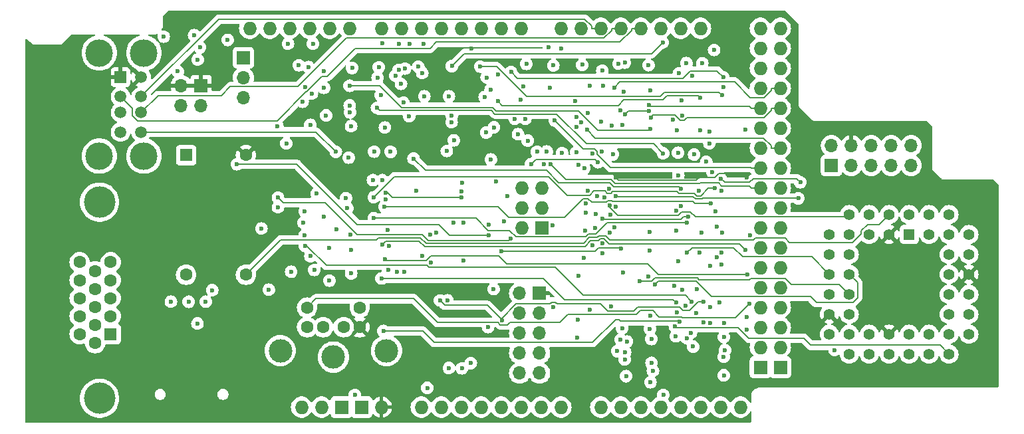
<source format=gbr>
%TF.GenerationSoftware,KiCad,Pcbnew,8.0.8+dfsg-1*%
%TF.CreationDate,2025-07-24T04:48:20-04:00*%
%TF.ProjectId,VGA_SRAM_SHUIELD_DOUBLE_BUFFER,5647415f-5352-4414-9d5f-53485549454c,rev?*%
%TF.SameCoordinates,Original*%
%TF.FileFunction,Copper,L5,Inr*%
%TF.FilePolarity,Positive*%
%FSLAX46Y46*%
G04 Gerber Fmt 4.6, Leading zero omitted, Abs format (unit mm)*
G04 Created by KiCad (PCBNEW 8.0.8+dfsg-1) date 2025-07-24 04:48:20*
%MOMM*%
%LPD*%
G01*
G04 APERTURE LIST*
%TA.AperFunction,ComponentPad*%
%ADD10R,1.700000X1.700000*%
%TD*%
%TA.AperFunction,ComponentPad*%
%ADD11O,1.700000X1.700000*%
%TD*%
%TA.AperFunction,ComponentPad*%
%ADD12R,1.500000X1.500000*%
%TD*%
%TA.AperFunction,ComponentPad*%
%ADD13C,1.500000*%
%TD*%
%TA.AperFunction,ComponentPad*%
%ADD14C,3.500000*%
%TD*%
%TA.AperFunction,ComponentPad*%
%ADD15C,4.000000*%
%TD*%
%TA.AperFunction,ComponentPad*%
%ADD16R,1.600000X1.600000*%
%TD*%
%TA.AperFunction,ComponentPad*%
%ADD17C,1.600000*%
%TD*%
%TA.AperFunction,ComponentPad*%
%ADD18R,1.422400X1.422400*%
%TD*%
%TA.AperFunction,ComponentPad*%
%ADD19C,1.422400*%
%TD*%
%TA.AperFunction,ComponentPad*%
%ADD20C,2.990000*%
%TD*%
%TA.AperFunction,ComponentPad*%
%ADD21O,1.727200X1.727200*%
%TD*%
%TA.AperFunction,ComponentPad*%
%ADD22R,1.727200X1.727200*%
%TD*%
%TA.AperFunction,ViaPad*%
%ADD23C,0.600000*%
%TD*%
%TA.AperFunction,Conductor*%
%ADD24C,0.200000*%
%TD*%
G04 APERTURE END LIST*
D10*
%TO.N,GND*%
%TO.C,J8*%
X55800000Y-137475000D03*
D11*
%TO.N,Net-(J8-Pin_2)*%
X55800000Y-140015000D03*
X55800000Y-142555000D03*
%TD*%
D12*
%TO.N,PWR*%
%TO.C,J1*%
X40152300Y-139940000D03*
D13*
%TO.N,Net-(A1-D18{slash}TX1)*%
X40152300Y-142440000D03*
%TO.N,Net-(A1-D19{slash}RX1)*%
X40152300Y-144440000D03*
%TO.N,GND*%
X40152300Y-146940000D03*
%TO.N,PWR*%
X42772300Y-139940000D03*
%TO.N,Net-(A1-D16{slash}TX2)*%
X42772300Y-142440000D03*
%TO.N,Net-(A1-D17{slash}RX2)*%
X42772300Y-144440000D03*
%TO.N,GND*%
X42772300Y-146940000D03*
D14*
X37442300Y-136870000D03*
X37442300Y-150010000D03*
X43122300Y-136870000D03*
X43122300Y-150010000D03*
%TD*%
D15*
%TO.N,N/C*%
%TO.C,J7*%
X37470000Y-155875000D03*
X37470000Y-180875000D03*
D16*
%TO.N,RED*%
X38890000Y-172690000D03*
D17*
%TO.N,GREEN*%
X38890000Y-170400000D03*
%TO.N,BLUE*%
X38890000Y-168110000D03*
%TO.N,unconnected-(J7-Pad4)*%
X38890000Y-165820000D03*
%TO.N,GND*%
X38890000Y-163530000D03*
X36910000Y-173835000D03*
X36910000Y-171545000D03*
X36910000Y-169255000D03*
%TO.N,unconnected-(J7-Pad9)*%
X36910000Y-166965000D03*
%TO.N,GND*%
X36910000Y-164675000D03*
%TO.N,unconnected-(J7-Pad11)*%
X34930000Y-172690000D03*
%TO.N,unconnected-(J7-Pad12)*%
X34930000Y-170400000D03*
%TO.N,Net-(J7-Pad13)*%
X34930000Y-168110000D03*
%TO.N,Net-(J7-Pad14)*%
X34930000Y-165820000D03*
%TO.N,unconnected-(J7-Pad15)*%
X34930000Y-163530000D03*
%TD*%
D18*
%TO.N,READY*%
%TO.C,U4*%
X140560000Y-160000000D03*
D19*
%TO.N,Net-(X1-OUT)*%
X138020000Y-157460000D03*
%TO.N,PWR*%
X138020000Y-160000000D03*
%TO.N,COUNTER_MEMADDR0*%
X135480000Y-157460000D03*
%TO.N,COUNTER_MEMADDR1*%
X135480000Y-160000000D03*
%TO.N,COUNTER_MEMADDR2*%
X132940000Y-157460000D03*
%TO.N,TDI*%
X130400000Y-160000000D03*
%TO.N,COUNTER_MEMADDR3*%
X132940000Y-160000000D03*
%TO.N,COUNTER_MEMADDR4*%
X130400000Y-162540000D03*
%TO.N,GND*%
X132940000Y-162540000D03*
%TO.N,COUNTER_MEMADDR5*%
X130400000Y-165080000D03*
%TO.N,COUNTER_MEMADDR6*%
X132940000Y-165080000D03*
%TO.N,TMS*%
X130400000Y-167620000D03*
%TO.N,COUNTER_MEMADDR7*%
X132940000Y-167620000D03*
%TO.N,PWR*%
X130400000Y-170160000D03*
%TO.N,COUNTER_MEMADDR8*%
X132940000Y-170160000D03*
%TO.N,COUNTER_MEMADDR9*%
X130400000Y-172700000D03*
%TO.N,COUNTER_MEMADDR10*%
X132940000Y-175240000D03*
%TO.N,COUNTER_MEMADDR11*%
X132940000Y-172700000D03*
%TO.N,COUNTER_MEMADDR12*%
X135480000Y-175240000D03*
%TO.N,COUNTER_MEMADDR13*%
X135480000Y-172700000D03*
%TO.N,GND*%
X138020000Y-175240000D03*
%TO.N,PWR*%
X138020000Y-172700000D03*
%TO.N,COUNTER_MEMADDR14*%
X140560000Y-175240000D03*
%TO.N,COUNTER_MEMADDR15*%
X140560000Y-172700000D03*
%TO.N,COUNTER_MEMADDR16*%
X143100000Y-175240000D03*
%TO.N,COUNTER_MEMADDR17*%
X143100000Y-172700000D03*
%TO.N,COUNTER_MEMADDR18*%
X145640000Y-175240000D03*
%TO.N,COUNTER_MEMADDR19*%
X148180000Y-172700000D03*
%TO.N,GND*%
X145640000Y-172700000D03*
%TO.N,unconnected-(U4-Pad31)*%
X148180000Y-170160000D03*
%TO.N,TCK*%
X145640000Y-170160000D03*
%TO.N,~{H_SYNC}*%
X148180000Y-167620000D03*
%TO.N,~{V_SYNC}*%
X145640000Y-167620000D03*
%TO.N,PWR*%
X148180000Y-165080000D03*
%TO.N,BANK_SELECT*%
X145640000Y-165080000D03*
%TO.N,unconnected-(U4-Pad37)*%
X148180000Y-162540000D03*
%TO.N,TDO*%
X145640000Y-162540000D03*
%TO.N,~{VGA_OUT}*%
X148180000Y-160000000D03*
%TO.N,unconnected-(U4-Pad40)*%
X145640000Y-157460000D03*
%TO.N,unconnected-(U4-Pad41)*%
X145640000Y-160000000D03*
%TO.N,GND*%
X143100000Y-157460000D03*
%TO.N,unconnected-(U4-Pad43)*%
X143100000Y-160000000D03*
%TO.N,unconnected-(U4-Pad44)*%
X140560000Y-157460000D03*
%TD*%
D17*
%TO.N,/PS2_DAT*%
%TO.C,J3*%
X65950000Y-171800000D03*
%TO.N,unconnected-(J3-Pad2)*%
X68550000Y-171800000D03*
%TO.N,GND*%
X63900000Y-171800000D03*
%TO.N,PWR*%
X70600000Y-171800000D03*
%TO.N,/PS2_CLK*%
X63900000Y-169310000D03*
%TO.N,unconnected-(J3-Pad6)*%
X70600000Y-169310000D03*
D20*
%TO.N,N/C*%
X74010000Y-174800000D03*
X67250000Y-175610000D03*
X60490000Y-174800000D03*
%TD*%
D16*
%TO.N,unconnected-(X1-NC-Pad1)*%
%TO.C,X1*%
X48490000Y-149880000D03*
D17*
%TO.N,GND*%
X48490000Y-165120000D03*
%TO.N,Net-(X1-OUT)*%
X56110000Y-165120000D03*
%TO.N,PWR*%
X56110000Y-149880000D03*
%TD*%
D10*
%TO.N,PWR*%
%TO.C,J2*%
X93500000Y-167500000D03*
D11*
%TO.N,Net-(J2-Pin_2)*%
X90960000Y-167500000D03*
%TO.N,Net-(J2-Pin_3)*%
X93500000Y-170040000D03*
%TO.N,Net-(J2-Pin_4)*%
X90960000Y-170040000D03*
%TO.N,Net-(J2-Pin_5)*%
X93500000Y-172580000D03*
%TO.N,Net-(J2-Pin_6)*%
X90960000Y-172580000D03*
%TO.N,Net-(J2-Pin_7)*%
X93500000Y-175120000D03*
%TO.N,Net-(J2-Pin_8)*%
X90960000Y-175120000D03*
%TO.N,Net-(J2-Pin_9)*%
X93500000Y-177660000D03*
%TO.N,GND*%
X90960000Y-177660000D03*
%TD*%
D10*
%TO.N,PWR*%
%TO.C,J4*%
X50400000Y-141020000D03*
D11*
X47860000Y-141020000D03*
%TO.N,GND*%
X50400000Y-143560000D03*
X47860000Y-143560000D03*
%TD*%
D10*
%TO.N,TCK*%
%TO.C,J5*%
X130660000Y-151200000D03*
D11*
%TO.N,GND*%
X130660000Y-148660000D03*
%TO.N,TDO*%
X133200000Y-151200000D03*
%TO.N,PWR*%
X133200000Y-148660000D03*
%TO.N,TMS*%
X135740000Y-151200000D03*
%TO.N,unconnected-(J5-Pin_6-Pad6)*%
X135740000Y-148660000D03*
%TO.N,unconnected-(J5-Pin_7-Pad7)*%
X138280000Y-151200000D03*
%TO.N,unconnected-(J5-Pin_8-Pad8)*%
X138280000Y-148660000D03*
%TO.N,TDI*%
X140820000Y-151200000D03*
%TO.N,GND*%
X140820000Y-148660000D03*
%TD*%
D21*
%TO.N,3.3V*%
%TO.C,A1*%
X63195200Y-181991000D03*
%TO.N,5V*%
X65735200Y-181991000D03*
X93802200Y-154051000D03*
X121615200Y-133731000D03*
X124155200Y-133731000D03*
%TO.N,Net-(J2-Pin_2)*%
X78435200Y-181991000D03*
%TO.N,Net-(J2-Pin_3)*%
X80975200Y-181991000D03*
%TO.N,Net-(J2-Pin_4)*%
X83515200Y-181991000D03*
%TO.N,Net-(J2-Pin_5)*%
X86055200Y-181991000D03*
%TO.N,Net-(J2-Pin_9)*%
X88595200Y-181991000D03*
%TO.N,Net-(J2-Pin_8)*%
X91135200Y-181991000D03*
%TO.N,Net-(J2-Pin_7)*%
X93675200Y-181991000D03*
%TO.N,Net-(J2-Pin_6)*%
X96215200Y-181991000D03*
%TO.N,DATA11*%
X101295200Y-181991000D03*
%TO.N,DATA12*%
X103835200Y-181991000D03*
%TO.N,DATA13*%
X106375200Y-181991000D03*
%TO.N,DATA14*%
X108915200Y-181991000D03*
%TO.N,unconnected-(A1-CANRX-PadCANR)*%
X116535200Y-181991000D03*
%TO.N,unconnected-(A1-CANTX-PadCANT)*%
X119075200Y-181991000D03*
%TO.N,unconnected-(A1-D0{slash}RX0-PadD0)*%
X91135200Y-133731000D03*
%TO.N,unconnected-(A1-D1{slash}TX0-PadD1)*%
X88595200Y-133731000D03*
%TO.N,/MCU OE*%
X86055200Y-133731000D03*
%TO.N,/MCU CE*%
X83515200Y-133731000D03*
%TO.N,/MCU WE*%
X80975200Y-133731000D03*
%TO.N,BANK_SELECT*%
X78435200Y-133731000D03*
%TO.N,Net-(A1-PadD6)*%
X75895200Y-133731000D03*
%TO.N,Net-(A1-PadD7)*%
X73355200Y-133731000D03*
%TO.N,unconnected-(A1-PadD8)*%
X69291200Y-133731000D03*
%TO.N,unconnected-(A1-PadD9)*%
X66751200Y-133731000D03*
%TO.N,/SD_CS*%
X64211200Y-133731000D03*
%TO.N,MCUMEMADDR7*%
X61671200Y-133731000D03*
%TO.N,MCUMEMADDR8*%
X59131200Y-133731000D03*
%TO.N,unconnected-(A1-PadD13)*%
X56591200Y-133731000D03*
%TO.N,MCUMEMADDR4*%
X96215200Y-133731000D03*
%TO.N,MCUMEMADDR5*%
X98755200Y-133731000D03*
%TO.N,Net-(A1-D16{slash}TX2)*%
X101295200Y-133731000D03*
%TO.N,Net-(A1-D17{slash}RX2)*%
X103835200Y-133731000D03*
%TO.N,Net-(A1-D18{slash}TX1)*%
X106375200Y-133731000D03*
%TO.N,Net-(A1-D19{slash}RX1)*%
X108915200Y-133731000D03*
%TO.N,unconnected-(A1-D20{slash}SDA-PadD20)*%
X111455200Y-133731000D03*
%TO.N,unconnected-(A1-D21{slash}SCL-PadD21)*%
X113995200Y-133731000D03*
%TO.N,unconnected-(A1-PadD22)*%
X121615200Y-136271000D03*
%TO.N,unconnected-(A1-PadD23)*%
X124155200Y-136271000D03*
%TO.N,unconnected-(A1-PadD24)*%
X121615200Y-138811000D03*
%TO.N,MCUMEMADDR0*%
X124155200Y-138811000D03*
%TO.N,MCUMEMADDR1*%
X121615200Y-141351000D03*
%TO.N,MCUMEMADDR2*%
X124155200Y-141351000D03*
%TO.N,MCUMEMADDR3*%
X121615200Y-143891000D03*
%TO.N,MCUMEMADDR6*%
X124155200Y-143891000D03*
%TO.N,MCUMEMADDR9*%
X121615200Y-146431000D03*
%TO.N,READY*%
X124155200Y-146431000D03*
%TO.N,MCUMEMADDR10*%
X121615200Y-148971000D03*
%TO.N,MCUMEMADDR11*%
X124155200Y-148971000D03*
%TO.N,MCUMEMADDR12*%
X121615200Y-151511000D03*
%TO.N,MCUMEMADDR13*%
X124155200Y-151511000D03*
%TO.N,MCUMEMADDR14*%
X121615200Y-154051000D03*
%TO.N,MCUMEMADDR15*%
X124155200Y-154051000D03*
%TO.N,MCUMEMADDR16*%
X121615200Y-156591000D03*
%TO.N,MCUMEMADDR17*%
X124155200Y-156591000D03*
%TO.N,MCUMEMADDR18*%
X121615200Y-159131000D03*
%TO.N,MCUMEMADDR19*%
X124155200Y-159131000D03*
%TO.N,/PS2_DAT*%
X121615200Y-161671000D03*
%TO.N,/PS2_CLK*%
X124155200Y-161671000D03*
%TO.N,DATA7*%
X121615200Y-164211000D03*
%TO.N,DATA6*%
X124155200Y-164211000D03*
%TO.N,DATA5*%
X121615200Y-166751000D03*
%TO.N,DATA4*%
X124155200Y-166751000D03*
%TO.N,DATA3*%
X121615200Y-169291000D03*
%TO.N,DATA2*%
X124155200Y-169291000D03*
%TO.N,DATA1*%
X121615200Y-171831000D03*
%TO.N,DATA0*%
X124155200Y-171831000D03*
%TO.N,DATA15*%
X121615200Y-174371000D03*
%TO.N,DATA8*%
X124155200Y-174371000D03*
%TO.N,DATA9*%
X111455200Y-181991000D03*
%TO.N,DATA10*%
X113995200Y-181991000D03*
D22*
%TO.N,GND*%
X68275200Y-181991000D03*
X70815200Y-181991000D03*
X93802200Y-159131000D03*
X121615200Y-176911000D03*
X124155200Y-176911000D03*
D21*
%TO.N,Net-(A1-SPI_MISO)*%
X91262200Y-154051000D03*
%TO.N,Net-(A1-SPI_MOSI)*%
X93802200Y-156591000D03*
%TO.N,unconnected-(A1-SPI_RESET-PadRST2)*%
X91262200Y-159131000D03*
%TO.N,Net-(A1-SPI_SCK)*%
X91262200Y-156591000D03*
%TO.N,PWR*%
X73355200Y-181991000D03*
%TD*%
D23*
%TO.N,DATA_BANK22*%
X115888100Y-157059200D03*
X69306500Y-141052600D03*
X107633400Y-146529200D03*
%TO.N,Net-(A1-SPI_MISO)*%
X46559800Y-168552600D03*
%TO.N,DATA_BANK27*%
X103543000Y-138246400D03*
X116638800Y-163854900D03*
X69504900Y-146186400D03*
X103751200Y-144194900D03*
%TO.N,DATA_BANK20*%
X69638100Y-138793300D03*
X102699300Y-146122500D03*
%TO.N,DATA_BANK21*%
X66060700Y-139156700D03*
X104032400Y-146060000D03*
%TO.N,DATA_BANK23*%
X116100800Y-158982100D03*
X109233800Y-149652700D03*
X72798200Y-143855000D03*
%TO.N,DATA_BANK24*%
X112972800Y-139768500D03*
X116700800Y-159752600D03*
X69313500Y-143564700D03*
%TO.N,Net-(A1-SPI_SCK)*%
X48818200Y-168570000D03*
%TO.N,MCUMEMADDR13*%
X91998000Y-148047800D03*
X117108800Y-174723900D03*
%TO.N,MCUMEMADDR19*%
X119732100Y-146599300D03*
X86506500Y-142480400D03*
%TO.N,MCUMEMADDR12*%
X116964600Y-173055700D03*
X95443900Y-145468900D03*
%TO.N,MCUMEMADDR16*%
X116711300Y-142259000D03*
X85939500Y-138612200D03*
%TO.N,MCUMEMADDR2*%
X103015800Y-141274300D03*
X104021500Y-171949200D03*
%TO.N,MCUMEMADDR0*%
X110985500Y-169882700D03*
%TO.N,MCUMEMADDR14*%
X116953700Y-175569600D03*
X94861200Y-151036900D03*
%TO.N,MCUMEMADDR11*%
X99533800Y-146663200D03*
X115184600Y-171245000D03*
%TO.N,MCUMEMADDR3*%
X107426600Y-143476600D03*
X103798400Y-173407200D03*
%TO.N,MCUMEMADDR9*%
X91073200Y-142869100D03*
X115250500Y-169205000D03*
%TO.N,MCUMEMADDR5*%
X104395300Y-174994800D03*
X104193400Y-141794300D03*
%TO.N,MCUMEMADDR6*%
X107696000Y-145084400D03*
X104343800Y-175910000D03*
%TO.N,MCUMEMADDR8*%
X116364300Y-168628300D03*
X91821700Y-138271400D03*
%TO.N,MCUMEMADDR18*%
X116896300Y-141187900D03*
X87272300Y-141548700D03*
%TO.N,MCUMEMADDR15*%
X116956200Y-177945000D03*
X94423300Y-149427600D03*
%TO.N,MCUMEMADDR7*%
X104513900Y-178050600D03*
X110462100Y-145409200D03*
%TO.N,MCUMEMADDR4*%
X107438800Y-144284200D03*
X104394900Y-144683000D03*
X103371900Y-174862400D03*
%TO.N,DATA_BANK26*%
X116103800Y-162872700D03*
X104344300Y-138102000D03*
X64303400Y-146036000D03*
%TO.N,DATA_BANK25*%
X116635400Y-162272600D03*
X66322000Y-144829900D03*
X107373700Y-138432500D03*
%TO.N,DATA_BANK17*%
X73271600Y-142254600D03*
X79640100Y-163601700D03*
X104164000Y-164802600D03*
%TO.N,DATA_BANK11*%
X78820600Y-142397500D03*
X103232200Y-156480000D03*
%TO.N,DATA_BANK12*%
X76897100Y-144933500D03*
X100214800Y-149724700D03*
X102552900Y-157498200D03*
%TO.N,DATA_BANK16*%
X75850800Y-140806000D03*
X101524100Y-162350200D03*
%TO.N,DATA_BANK15*%
X100264000Y-161386600D03*
X82297300Y-145695700D03*
X73480800Y-135648300D03*
%TO.N,DATA_BANK14*%
X75557100Y-139030800D03*
X103048600Y-159098600D03*
%TO.N,DATA_BANK10*%
X77458100Y-150331700D03*
X111525800Y-154187100D03*
X76166100Y-143211100D03*
%TO.N,DATA_BANK13*%
X81954300Y-142397500D03*
X99327300Y-159494300D03*
%TO.N,~{VGA_OUT 1}*%
X72875900Y-140046100D03*
X79532200Y-160036100D03*
%TO.N,~{VGA_OUT 2}*%
X54945300Y-151055500D03*
X87016800Y-160123900D03*
%TO.N,MCUMEMADDR10*%
X102832100Y-149795200D03*
X94805800Y-141312400D03*
X119906000Y-170480600D03*
%TO.N,MCUMEMADDR17*%
X89863600Y-139285700D03*
X116883900Y-139968100D03*
%TO.N,DATA2*%
X111662700Y-167082000D03*
X100680900Y-157375600D03*
%TO.N,MCUMEMADDR1*%
X101623500Y-141077600D03*
X102569400Y-169188200D03*
%TO.N,/MCU OE*%
X94061000Y-151036900D03*
X79194600Y-179539000D03*
%TO.N,Net-(A1-SPI_MOSI)*%
X50998200Y-168564900D03*
%TO.N,~{WE_BANK2}*%
X110982300Y-146706100D03*
X87682400Y-146348600D03*
X83810000Y-158522100D03*
%TO.N,DATA1*%
X112780100Y-172534600D03*
X111480000Y-156389400D03*
%TO.N,~{OE_BANK2}*%
X94643300Y-136099700D03*
X86945300Y-171802300D03*
%TO.N,~{OE_BANK1}*%
X64644700Y-135692100D03*
X81773900Y-168390900D03*
%TO.N,DATA3*%
X112464300Y-157705500D03*
X101477800Y-157949700D03*
%TO.N,Net-(A1-PadD7)*%
X49969300Y-137727100D03*
%TO.N,~{MCU_WE}*%
X84741700Y-176388500D03*
X82540000Y-158504300D03*
X87039100Y-158708000D03*
%TO.N,MEMADDR_BANK217*%
X111662500Y-144852100D03*
X107549800Y-172008800D03*
%TO.N,MEMADDR_BANK219*%
X113175800Y-149812100D03*
X112229600Y-173211400D03*
X110628500Y-166556700D03*
%TO.N,MEMADDR_BANK216*%
X111616800Y-142921800D03*
X107618300Y-170310200D03*
%TO.N,MEMADDR_BANK218*%
X107633000Y-141649800D03*
X104627200Y-173636600D03*
%TO.N,DATA0*%
X113523900Y-166924100D03*
X99623000Y-154414200D03*
%TO.N,MEMADDR_BANK211*%
X99858400Y-141065900D03*
X112193800Y-138167800D03*
X113746400Y-154464900D03*
%TO.N,MEMADDR_BANK213*%
X113897900Y-162272600D03*
X114212600Y-138178600D03*
X86709700Y-147013400D03*
X113951600Y-146695900D03*
%TO.N,MEMADDR_BANK212*%
X110928400Y-159484300D03*
X88178100Y-143027300D03*
X113980800Y-142559000D03*
%TO.N,MEMADDR_BANK214*%
X114100300Y-159748300D03*
X90754400Y-147219600D03*
X115137400Y-146855100D03*
X115722800Y-136496700D03*
%TO.N,MEMADDR_BANK215*%
X87299000Y-150433700D03*
X114724500Y-150743200D03*
X115122900Y-148378100D03*
X115206600Y-163984200D03*
%TO.N,MEMADDR_BANK28*%
X88178100Y-139598800D03*
X101488600Y-139140200D03*
%TO.N,MEMADDR_BANK29*%
X111161000Y-152453300D03*
X82334900Y-138545700D03*
X109189700Y-135534800D03*
%TO.N,MEMADDR_BANK210*%
X111135300Y-149589300D03*
X86768300Y-139998100D03*
X111239000Y-139462000D03*
%TO.N,MEMADDR_BANK20*%
X100785100Y-155075000D03*
X101427600Y-149443700D03*
%TO.N,MEMADDR_BANK27*%
X98418800Y-165227200D03*
X93176100Y-149466300D03*
X98198600Y-146335900D03*
X98921300Y-138380200D03*
%TO.N,MEMADDR_BANK22*%
X99395600Y-157215000D03*
X98462100Y-151149600D03*
%TO.N,MEMADDR_BANK23*%
X99621800Y-144486200D03*
X100563400Y-159178500D03*
%TO.N,MEMADDR_BANK25*%
X101464300Y-161149900D03*
X98177700Y-149513900D03*
X96248100Y-136347400D03*
%TO.N,5V*%
X98766300Y-145675300D03*
X49936800Y-171343100D03*
%TO.N,DATA7*%
X111194400Y-163427800D03*
%TO.N,MEMADDR_BANK21*%
X99363000Y-156014700D03*
X99186700Y-151556700D03*
%TO.N,MEMADDR_BANK26*%
X99148600Y-162963200D03*
X95252900Y-138466800D03*
X96365400Y-149622300D03*
%TO.N,/MCU WE*%
X83632600Y-153428800D03*
X83612300Y-177053000D03*
%TO.N,MEMADDR_BANK24*%
X95172900Y-158853000D03*
X98223500Y-145072800D03*
%TO.N,BANK_SELECT*%
X83556100Y-154479700D03*
X101758800Y-155245700D03*
X95274700Y-169219200D03*
%TO.N,COUNTER_MEMADDR16*%
X112089400Y-169082200D03*
%TO.N,MEMADDR_BANK118*%
X101323400Y-145613800D03*
X119885800Y-172096800D03*
%TO.N,MEMADDR_BANK119*%
X113053600Y-174282400D03*
X91687800Y-145269700D03*
%TO.N,COUNTER_MEMADDR18*%
X110735100Y-171682300D03*
%TO.N,COUNTER_MEMADDR19*%
X107746500Y-173317300D03*
X98257600Y-173115000D03*
%TO.N,MEMADDR_BANK117*%
X116970600Y-171249200D03*
X98038100Y-143000800D03*
X82316800Y-144845600D03*
%TO.N,MEMADDR_BANK116*%
X114366800Y-171230800D03*
X91412100Y-141097700D03*
X90349000Y-145269700D03*
%TO.N,COUNTER_MEMADDR17*%
X113470400Y-170012200D03*
%TO.N,MEMADDR_BANK19*%
X111341500Y-171109700D03*
X73605500Y-172283200D03*
X60188800Y-156521100D03*
X75564700Y-135687000D03*
%TO.N,MEMADDR_BANK111*%
X110836000Y-172967800D03*
X102423800Y-159797700D03*
X63411600Y-158488600D03*
X75150800Y-139771800D03*
%TO.N,COUNTER_MEMADDR12*%
X69024200Y-156641900D03*
X120319100Y-160066900D03*
%TO.N,COUNTER_MEMADDR11*%
X73753600Y-156456000D03*
X115282700Y-156009600D03*
%TO.N,COUNTER_MEMADDR15*%
X119969200Y-165117300D03*
X73825000Y-163185400D03*
%TO.N,MEMADDR_BANK18*%
X66051900Y-141318800D03*
X60190800Y-155288100D03*
X99903700Y-169589600D03*
X89831900Y-160514100D03*
%TO.N,COUNTER_MEMADDR14*%
X119700900Y-161989200D03*
X73473300Y-161279200D03*
%TO.N,COUNTER_MEMADDR10*%
X72386900Y-155267200D03*
X115825300Y-154056500D03*
%TO.N,COUNTER_MEMADDR8*%
X72280200Y-153072800D03*
X115507600Y-152054900D03*
%TO.N,Net-(A1-PadD6)*%
X47439200Y-139226600D03*
%TO.N,COUNTER_MEMADDR13*%
X72396000Y-157902800D03*
X112232400Y-158505700D03*
X131056000Y-174712600D03*
%TO.N,MEMADDR_BANK112*%
X112870300Y-168564800D03*
X63621200Y-161455600D03*
X76970900Y-135685300D03*
%TO.N,MEMADDR_BANK113*%
X78050000Y-138618200D03*
X107761900Y-176358900D03*
X66687600Y-161705900D03*
%TO.N,COUNTER_MEMADDR9*%
X68845300Y-155365100D03*
X116558400Y-152874900D03*
X126696700Y-153345200D03*
%TO.N,MEMADDR_BANK110*%
X66038500Y-157727900D03*
X76374000Y-138862200D03*
X110889100Y-168682400D03*
X73370300Y-165600300D03*
%TO.N,MEMADDR_BANK115*%
X109250000Y-180446500D03*
X69987800Y-180446500D03*
X61862000Y-164753300D03*
X81689400Y-149364200D03*
%TO.N,MEMADDR_BANK114*%
X63579600Y-157063300D03*
X78755200Y-135681600D03*
X88978700Y-158308700D03*
X107936800Y-177368100D03*
%TO.N,~{COUNTER_BANK1}*%
X80822200Y-168400900D03*
X114395300Y-168564800D03*
X116678700Y-154431300D03*
X77827300Y-154430600D03*
X78561100Y-139420700D03*
X88725300Y-170899400D03*
%TO.N,MEMADDR_BANK13*%
X74130100Y-159416300D03*
%TO.N,COUNTER_MEMADDR7*%
X106225100Y-165956600D03*
%TO.N,COUNTER_MEMADDR6*%
X88597000Y-162173300D03*
X103899000Y-161806600D03*
X108197300Y-166378100D03*
%TO.N,COUNTER_MEMADDR5*%
X112297500Y-162267600D03*
%TO.N,MEMADDR_BANK12*%
X73930700Y-155489600D03*
%TO.N,COUNTER_MEMADDR0*%
X102344300Y-154133700D03*
%TO.N,COUNTER_MEMADDR1*%
X103232200Y-155142600D03*
X87948800Y-153259700D03*
X126439400Y-155389200D03*
%TO.N,COUNTER_MEMADDR4*%
X107532000Y-159691800D03*
%TO.N,COUNTER_MEMADDR2*%
X102432000Y-156269900D03*
X89409500Y-155092100D03*
%TO.N,MEMADDR_BANK14*%
X65122800Y-154806400D03*
X61249100Y-148380800D03*
%TO.N,MEMADDR_BANK10*%
X73462500Y-153071200D03*
%TO.N,MEMADDR_BANK17*%
X76270000Y-164774400D03*
X64055300Y-138663700D03*
%TO.N,MEMADDR_BANK11*%
X73930700Y-154667100D03*
X83576700Y-155295200D03*
X98347300Y-170819600D03*
%TO.N,MEMADDR_BANK15*%
X61465400Y-135696100D03*
X78532300Y-162735300D03*
%TO.N,COUNTER_MEMADDR3*%
X110910100Y-156951200D03*
%TO.N,MEMADDR_BANK16*%
X67601100Y-159366900D03*
X62850000Y-138438300D03*
%TO.N,~{VGA_OUT}*%
X83833100Y-163351700D03*
%TO.N,Net-(U21-B7)*%
X74303800Y-161447300D03*
X72438800Y-149444100D03*
%TO.N,Net-(U21-B6)*%
X69192100Y-150210400D03*
X69408500Y-160014300D03*
%TO.N,Net-(U21-B5)*%
X63609800Y-160062100D03*
X60114000Y-146199900D03*
X73802300Y-146368100D03*
%TO.N,Net-(U21-B4)*%
X74525800Y-149464600D03*
X75325000Y-164788500D03*
%TO.N,Net-(U21-B3)*%
X69364400Y-144438300D03*
X69514900Y-161964800D03*
%TO.N,Net-(U21-B2)*%
X63336800Y-143087600D03*
X64315400Y-162767500D03*
%TO.N,Net-(U21-B1)*%
X69505000Y-164970000D03*
X64508300Y-142038500D03*
%TO.N,Net-(U21-B0)*%
X63651700Y-141197500D03*
X64810100Y-164515900D03*
%TO.N,/MCU CE*%
X80338700Y-159746400D03*
X81952200Y-177013300D03*
%TO.N,RED*%
X58082100Y-159249300D03*
%TO.N,Net-(J7-Pad14)*%
X50269100Y-136173000D03*
%TO.N,Net-(J7-Pad13)*%
X45634200Y-134797600D03*
%TO.N,BLUE*%
X59021300Y-167035900D03*
%TO.N,DATA6*%
X107481500Y-162077800D03*
%TO.N,GREEN*%
X66737600Y-165875700D03*
%TO.N,GND*%
X87650300Y-166957300D03*
X67553600Y-149471100D03*
X107615000Y-178830000D03*
X107327300Y-165341200D03*
X92421800Y-151036900D03*
X82586700Y-147998200D03*
X73033300Y-138709300D03*
X100926400Y-150792600D03*
%TO.N,/PS2_CLK*%
X120242300Y-168815700D03*
%TO.N,/SD_CS*%
X51821700Y-167096200D03*
%TO.N,~{V_SYNC}*%
X74219900Y-164526600D03*
X53789600Y-135212600D03*
%TO.N,~{H_SYNC}*%
X49515100Y-134606200D03*
%TO.N,PWR*%
X119907200Y-152740500D03*
X66791700Y-135710000D03*
X108033500Y-149841700D03*
X70428300Y-149500900D03*
X103232200Y-152758300D03*
X84853300Y-136346900D03*
%TD*%
D24*
%TO.N,DATA_BANK22*%
X107440000Y-146722600D02*
X107633400Y-146529200D01*
X100894500Y-146722600D02*
X107440000Y-146722600D01*
X98441300Y-144269400D02*
X100894500Y-146722600D01*
X87993700Y-144269400D02*
X98441300Y-144269400D01*
X87535500Y-143811200D02*
X87993700Y-144269400D01*
X75917600Y-143811200D02*
X87535500Y-143811200D01*
X73159000Y-141052600D02*
X75917600Y-143811200D01*
X69306500Y-141052600D02*
X73159000Y-141052600D01*
%TO.N,DATA_BANK23*%
X108031500Y-148450400D02*
X109233800Y-149652700D01*
X99464500Y-148450400D02*
X108031500Y-148450400D01*
X95683600Y-144669500D02*
X99464500Y-148450400D01*
X87828000Y-144669500D02*
X95683600Y-144669500D01*
X87369800Y-144211300D02*
X87828000Y-144669500D01*
X73154500Y-144211300D02*
X87369800Y-144211300D01*
X72798200Y-143855000D02*
X73154500Y-144211300D01*
%TO.N,MCUMEMADDR12*%
X121615200Y-151511000D02*
X120451500Y-151511000D01*
X99071500Y-149096500D02*
X95443900Y-145468900D01*
X100491200Y-149096500D02*
X99071500Y-149096500D01*
X100827500Y-149432800D02*
X100491200Y-149096500D01*
X100827500Y-149742100D02*
X100827500Y-149432800D01*
X102529800Y-151444400D02*
X100827500Y-149742100D01*
X120384900Y-151444400D02*
X102529800Y-151444400D01*
X120451500Y-151511000D02*
X120384900Y-151444400D01*
%TO.N,MCUMEMADDR16*%
X88040200Y-138612200D02*
X85939500Y-138612200D01*
X91822400Y-142394400D02*
X88040200Y-138612200D01*
X108856200Y-142394400D02*
X91822400Y-142394400D01*
X109341700Y-141908900D02*
X108856200Y-142394400D01*
X116361200Y-141908900D02*
X109341700Y-141908900D01*
X116711300Y-142259000D02*
X116361200Y-141908900D01*
%TO.N,MCUMEMADDR2*%
X124155200Y-141351000D02*
X122991500Y-141351000D01*
X103712200Y-140577900D02*
X103015800Y-141274300D01*
X118342600Y-140577900D02*
X103712200Y-140577900D01*
X120306300Y-142541600D02*
X118342600Y-140577900D01*
X122072100Y-142541600D02*
X120306300Y-142541600D01*
X122991500Y-141622200D02*
X122072100Y-142541600D01*
X122991500Y-141351000D02*
X122991500Y-141622200D01*
%TO.N,MCUMEMADDR14*%
X121615200Y-154051000D02*
X120451500Y-154051000D01*
X120231700Y-153831200D02*
X120451500Y-154051000D01*
X116666100Y-153831200D02*
X120231700Y-153831200D01*
X116286300Y-153451400D02*
X116666100Y-153831200D01*
X113911200Y-153451400D02*
X116286300Y-153451400D01*
X113838400Y-153524200D02*
X113911200Y-153451400D01*
X103149500Y-153524200D02*
X113838400Y-153524200D01*
X102618000Y-152992700D02*
X103149500Y-153524200D01*
X96817000Y-152992700D02*
X102618000Y-152992700D01*
X94861200Y-151036900D02*
X96817000Y-152992700D01*
%TO.N,MCUMEMADDR11*%
X124155200Y-148971000D02*
X122991500Y-148971000D01*
X100571600Y-147701000D02*
X99533800Y-146663200D01*
X121992700Y-147701000D02*
X100571600Y-147701000D01*
X122991500Y-148699800D02*
X121992700Y-147701000D01*
X122991500Y-148971000D02*
X122991500Y-148699800D01*
%TO.N,MCUMEMADDR3*%
X121615200Y-143891000D02*
X120451500Y-143891000D01*
X120244600Y-143684100D02*
X120451500Y-143891000D01*
X107634100Y-143684100D02*
X120244600Y-143684100D01*
X107426600Y-143476600D02*
X107634100Y-143684100D01*
%TO.N,MCUMEMADDR6*%
X124155200Y-143891000D02*
X122991500Y-143891000D01*
X122991500Y-144182000D02*
X122991500Y-143891000D01*
X122065100Y-145108400D02*
X122991500Y-144182000D01*
X112254900Y-145108400D02*
X122065100Y-145108400D01*
X111911100Y-145452200D02*
X112254900Y-145108400D01*
X111373600Y-145452200D02*
X111911100Y-145452200D01*
X110730500Y-144809100D02*
X111373600Y-145452200D01*
X107971300Y-144809100D02*
X110730500Y-144809100D01*
X107696000Y-145084400D02*
X107971300Y-144809100D01*
%TO.N,MCUMEMADDR4*%
X104793700Y-144284200D02*
X107438800Y-144284200D01*
X104394900Y-144683000D02*
X104793700Y-144284200D01*
%TO.N,DATA_BANK10*%
X111263100Y-153924400D02*
X111525800Y-154187100D01*
X102983900Y-153924400D02*
X111263100Y-153924400D01*
X102452300Y-153392800D02*
X102983900Y-153924400D01*
X95921400Y-153392800D02*
X102452300Y-153392800D01*
X94352000Y-151823400D02*
X95921400Y-153392800D01*
X78949800Y-151823400D02*
X94352000Y-151823400D01*
X77458100Y-150331700D02*
X78949800Y-151823400D01*
%TO.N,~{VGA_OUT 2}*%
X62589000Y-151055500D02*
X54945300Y-151055500D01*
X70270900Y-158737400D02*
X62589000Y-151055500D01*
X80684000Y-158737400D02*
X70270900Y-158737400D01*
X82070500Y-160123900D02*
X80684000Y-158737400D01*
X87016800Y-160123900D02*
X82070500Y-160123900D01*
%TO.N,MCUMEMADDR17*%
X116084200Y-139168400D02*
X116883900Y-139968100D01*
X112680200Y-139168400D02*
X116084200Y-139168400D01*
X111747600Y-140101000D02*
X112680200Y-139168400D01*
X90678900Y-140101000D02*
X111747600Y-140101000D01*
X89863600Y-139285700D02*
X90678900Y-140101000D01*
%TO.N,Net-(A1-D16{slash}TX2)*%
X101295200Y-133731000D02*
X100131500Y-133731000D01*
X52645100Y-132567200D02*
X42772300Y-142440000D01*
X99258600Y-132567200D02*
X52645100Y-132567200D01*
X100131500Y-133440100D02*
X99258600Y-132567200D01*
X100131500Y-133731000D02*
X100131500Y-133440100D01*
%TO.N,DATA3*%
X111853300Y-157705500D02*
X112464300Y-157705500D01*
X111460500Y-158098300D02*
X111853300Y-157705500D01*
X101626400Y-158098300D02*
X111460500Y-158098300D01*
X101477800Y-157949700D02*
X101626400Y-158098300D01*
%TO.N,MEMADDR_BANK212*%
X88751700Y-143600900D02*
X88178100Y-143027300D01*
X103495600Y-143600900D02*
X88751700Y-143600900D01*
X104248500Y-142848000D02*
X103495600Y-143600900D01*
X109168200Y-142848000D02*
X104248500Y-142848000D01*
X109707200Y-142309000D02*
X109168200Y-142848000D01*
X113730800Y-142309000D02*
X109707200Y-142309000D01*
X113980800Y-142559000D02*
X113730800Y-142309000D01*
%TO.N,MEMADDR_BANK29*%
X107777000Y-136947500D02*
X109189700Y-135534800D01*
X83933100Y-136947500D02*
X107777000Y-136947500D01*
X82334900Y-138545700D02*
X83933100Y-136947500D01*
%TO.N,Net-(A1-D17{slash}RX2)*%
X103835200Y-133731000D02*
X102671500Y-133731000D01*
X44922300Y-142290000D02*
X42772300Y-144440000D01*
X53004200Y-142290000D02*
X44922300Y-142290000D01*
X54129000Y-141165200D02*
X53004200Y-142290000D01*
X62754400Y-141165200D02*
X54129000Y-141165200D01*
X68928100Y-134991500D02*
X62754400Y-141165200D01*
X101686000Y-134991500D02*
X68928100Y-134991500D01*
X102671500Y-134006000D02*
X101686000Y-134991500D01*
X102671500Y-133731000D02*
X102671500Y-134006000D01*
%TO.N,Net-(X1-OUT)*%
X60560800Y-160669200D02*
X56110000Y-165120000D01*
X72715900Y-160669200D02*
X60560800Y-160669200D01*
X72962500Y-160422600D02*
X72715900Y-160669200D01*
X78324800Y-160422600D02*
X72962500Y-160422600D01*
X79043700Y-161141500D02*
X78324800Y-160422600D01*
X99094800Y-161141500D02*
X79043700Y-161141500D01*
X99849900Y-160386400D02*
X99094800Y-161141500D01*
X100813400Y-160386400D02*
X99849900Y-160386400D01*
X101050100Y-160149700D02*
X100813400Y-160386400D01*
X101924100Y-160149700D02*
X101050100Y-160149700D01*
X102453600Y-160679200D02*
X101924100Y-160149700D01*
X120759000Y-160679200D02*
X102453600Y-160679200D01*
X120966100Y-160472100D02*
X120759000Y-160679200D01*
X124779700Y-160472100D02*
X120966100Y-160472100D01*
X125319000Y-161011400D02*
X124779700Y-160472100D01*
X133362700Y-161011400D02*
X125319000Y-161011400D01*
X134468600Y-159905500D02*
X133362700Y-161011400D01*
X134468600Y-159538100D02*
X134468600Y-159905500D01*
X135276700Y-158730000D02*
X134468600Y-159538100D01*
X136750000Y-158730000D02*
X135276700Y-158730000D01*
X138020000Y-157460000D02*
X136750000Y-158730000D01*
%TO.N,COUNTER_MEMADDR18*%
X110902100Y-171849300D02*
X110735100Y-171682300D01*
X118789700Y-171849300D02*
X110902100Y-171849300D01*
X120147600Y-173207200D02*
X118789700Y-171849300D01*
X127118000Y-173207200D02*
X120147600Y-173207200D01*
X128023300Y-174112500D02*
X127118000Y-173207200D01*
X144512500Y-174112500D02*
X128023300Y-174112500D01*
X145640000Y-175240000D02*
X144512500Y-174112500D01*
%TO.N,MEMADDR_BANK19*%
X78616400Y-172283200D02*
X73605500Y-172283200D01*
X80091100Y-173757900D02*
X78616400Y-172283200D01*
X100232700Y-173757900D02*
X80091100Y-173757900D01*
X103155700Y-170834900D02*
X100232700Y-173757900D01*
X103652700Y-170834900D02*
X103155700Y-170834900D01*
X103830300Y-171012500D02*
X103652700Y-170834900D01*
X111244300Y-171012500D02*
X103830300Y-171012500D01*
X111341500Y-171109700D02*
X111244300Y-171012500D01*
%TO.N,COUNTER_MEMADDR11*%
X88238000Y-156456000D02*
X73753600Y-156456000D01*
X89571000Y-157789000D02*
X88238000Y-156456000D01*
X96711800Y-157789000D02*
X89571000Y-157789000D01*
X99086300Y-155414500D02*
X96711800Y-157789000D01*
X99672800Y-155414500D02*
X99086300Y-155414500D01*
X100119700Y-155861400D02*
X99672800Y-155414500D01*
X101991900Y-155861400D02*
X100119700Y-155861400D01*
X102183500Y-155669800D02*
X101991900Y-155861400D01*
X102680600Y-155669800D02*
X102183500Y-155669800D01*
X102758800Y-155748000D02*
X102680600Y-155669800D01*
X113049400Y-155748000D02*
X102758800Y-155748000D01*
X113311000Y-156009600D02*
X113049400Y-155748000D01*
X115282700Y-156009600D02*
X113311000Y-156009600D01*
%TO.N,COUNTER_MEMADDR15*%
X108632200Y-165117300D02*
X119969200Y-165117300D01*
X107261900Y-163747000D02*
X108632200Y-165117300D01*
X89322100Y-163747000D02*
X107261900Y-163747000D01*
X88311600Y-162736500D02*
X89322100Y-163747000D01*
X79656800Y-162736500D02*
X88311600Y-162736500D01*
X79056600Y-163336700D02*
X79656800Y-162736500D01*
X73976300Y-163336700D02*
X79056600Y-163336700D01*
X73825000Y-163185400D02*
X73976300Y-163336700D01*
%TO.N,MEMADDR_BANK18*%
X60823600Y-155920900D02*
X60190800Y-155288100D01*
X66184600Y-155920900D02*
X60823600Y-155920900D01*
X70283100Y-160019400D02*
X66184600Y-155920900D01*
X78587600Y-160019400D02*
X70283100Y-160019400D01*
X79309600Y-160741400D02*
X78587600Y-160019400D01*
X89604600Y-160741400D02*
X79309600Y-160741400D01*
X89831900Y-160514100D02*
X89604600Y-160741400D01*
%TO.N,COUNTER_MEMADDR14*%
X73929800Y-160822700D02*
X73473300Y-161279200D01*
X78159100Y-160822700D02*
X73929800Y-160822700D01*
X78878000Y-161541600D02*
X78159100Y-160822700D01*
X99260500Y-161541600D02*
X78878000Y-161541600D01*
X100015600Y-160786500D02*
X99260500Y-161541600D01*
X100979100Y-160786500D02*
X100015600Y-160786500D01*
X101215800Y-160549800D02*
X100979100Y-160786500D01*
X101712900Y-160549800D02*
X101215800Y-160549800D01*
X102369600Y-161206500D02*
X101712900Y-160549800D01*
X118918200Y-161206500D02*
X102369600Y-161206500D01*
X119700900Y-161989200D02*
X118918200Y-161206500D01*
%TO.N,COUNTER_MEMADDR10*%
X115003600Y-154056500D02*
X115825300Y-154056500D01*
X113995100Y-155065000D02*
X115003600Y-154056500D01*
X113498000Y-155065000D02*
X113995100Y-155065000D01*
X113220200Y-154787200D02*
X113498000Y-155065000D01*
X111277300Y-154787200D02*
X113220200Y-154787200D01*
X111017400Y-154527300D02*
X111277300Y-154787200D01*
X102799400Y-154527300D02*
X111017400Y-154527300D01*
X102592900Y-154733800D02*
X102799400Y-154527300D01*
X102095800Y-154733800D02*
X102592900Y-154733800D01*
X101823700Y-154461700D02*
X102095800Y-154733800D01*
X100424100Y-154461700D02*
X101823700Y-154461700D01*
X99871400Y-155014400D02*
X100424100Y-154461700D01*
X96977200Y-155014400D02*
X99871400Y-155014400D01*
X94614400Y-152651600D02*
X96977200Y-155014400D01*
X75002500Y-152651600D02*
X94614400Y-152651600D01*
X72386900Y-155267200D02*
X75002500Y-152651600D01*
%TO.N,COUNTER_MEMADDR13*%
X112225100Y-158498400D02*
X112232400Y-158505700D01*
X102092100Y-158498400D02*
X112225100Y-158498400D01*
X100628700Y-159961800D02*
X102092100Y-158498400D01*
X99708600Y-159961800D02*
X100628700Y-159961800D01*
X99368700Y-160301700D02*
X99708600Y-159961800D01*
X90468200Y-160301700D02*
X99368700Y-160301700D01*
X89659200Y-159492700D02*
X90468200Y-160301700D01*
X86975200Y-159492700D02*
X89659200Y-159492700D01*
X85385300Y-157902800D02*
X86975200Y-159492700D01*
X72396000Y-157902800D02*
X85385300Y-157902800D01*
%TO.N,MEMADDR_BANK112*%
X63862300Y-161455600D02*
X63621200Y-161455600D01*
X66326400Y-163919700D02*
X63862300Y-161455600D01*
X79109500Y-163919700D02*
X66326400Y-163919700D01*
X79391600Y-164201800D02*
X79109500Y-163919700D01*
X95497800Y-164201800D02*
X79391600Y-164201800D01*
X99060600Y-167764600D02*
X95497800Y-164201800D01*
X112070100Y-167764600D02*
X99060600Y-167764600D01*
X112870300Y-168564800D02*
X112070100Y-167764600D01*
%TO.N,COUNTER_MEMADDR9*%
X126238800Y-152887300D02*
X126696700Y-153345200D01*
X120707400Y-152887300D02*
X126238800Y-152887300D01*
X120232400Y-153362300D02*
X120707400Y-152887300D01*
X117045800Y-153362300D02*
X120232400Y-153362300D01*
X116558400Y-152874900D02*
X117045800Y-153362300D01*
%TO.N,MEMADDR_BANK110*%
X93980100Y-165600300D02*
X73370300Y-165600300D01*
X96655500Y-168275700D02*
X93980100Y-165600300D01*
X110482400Y-168275700D02*
X96655500Y-168275700D01*
X110889100Y-168682400D02*
X110482400Y-168275700D01*
%TO.N,~{COUNTER_BANK1}*%
X86831300Y-169005400D02*
X88592200Y-170766200D01*
X81426700Y-169005400D02*
X86831300Y-169005400D01*
X80822200Y-168400900D02*
X81426700Y-169005400D01*
X88592200Y-170766200D02*
X88725300Y-170899400D01*
X113718900Y-168564800D02*
X114395300Y-168564800D01*
X112589700Y-169694000D02*
X113718900Y-168564800D01*
X111757500Y-169694000D02*
X112589700Y-169694000D01*
X111346000Y-169282500D02*
X111757500Y-169694000D01*
X105974500Y-169282500D02*
X111346000Y-169282500D01*
X105501300Y-169755700D02*
X105974500Y-169282500D01*
X102887800Y-169755700D02*
X105501300Y-169755700D01*
X102855200Y-169788300D02*
X102887800Y-169755700D01*
X102320900Y-169788300D02*
X102855200Y-169788300D01*
X102288300Y-169755700D02*
X102320900Y-169788300D01*
X102143400Y-169755700D02*
X102288300Y-169755700D01*
X101228600Y-168840900D02*
X102143400Y-169755700D01*
X95745100Y-168840900D02*
X101228600Y-168840900D01*
X95523300Y-168619100D02*
X95745100Y-168840900D01*
X95026200Y-168619100D02*
X95523300Y-168619100D01*
X94804400Y-168840900D02*
X95026200Y-168619100D01*
X90517500Y-168840900D02*
X94804400Y-168840900D01*
X88592200Y-170766200D02*
X90517500Y-168840900D01*
%TO.N,COUNTER_MEMADDR7*%
X107770200Y-165956600D02*
X106225100Y-165956600D01*
X108170300Y-165556500D02*
X107770200Y-165956600D01*
X113588700Y-165556500D02*
X108170300Y-165556500D01*
X113793100Y-165760900D02*
X113588700Y-165556500D01*
X120174300Y-165760900D02*
X113793100Y-165760900D01*
X120369900Y-165565300D02*
X120174300Y-165760900D01*
X124792900Y-165565300D02*
X120369900Y-165565300D01*
X125577600Y-166350000D02*
X124792900Y-165565300D01*
X131670000Y-166350000D02*
X125577600Y-166350000D01*
X132940000Y-167620000D02*
X131670000Y-166350000D01*
%TO.N,COUNTER_MEMADDR6*%
X133994400Y-166134400D02*
X132940000Y-165080000D01*
X133994400Y-168038700D02*
X133994400Y-166134400D01*
X133384700Y-168648400D02*
X133994400Y-168038700D01*
X128737100Y-168648400D02*
X133384700Y-168648400D01*
X128009300Y-167920600D02*
X128737100Y-168648400D01*
X115387000Y-167920600D02*
X128009300Y-167920600D01*
X113423000Y-165956600D02*
X115387000Y-167920600D01*
X108618800Y-165956600D02*
X113423000Y-165956600D01*
X108197300Y-166378100D02*
X108618800Y-165956600D01*
X103842500Y-161750100D02*
X103899000Y-161806600D01*
X100988500Y-161750100D02*
X103842500Y-161750100D01*
X100565300Y-162173300D02*
X100988500Y-161750100D01*
X88597000Y-162173300D02*
X100565300Y-162173300D01*
%TO.N,COUNTER_MEMADDR5*%
X112892700Y-161672400D02*
X112297500Y-162267600D01*
X118207600Y-161672400D02*
X112892700Y-161672400D01*
X119370000Y-162834800D02*
X118207600Y-161672400D01*
X128154800Y-162834800D02*
X119370000Y-162834800D01*
X130400000Y-165080000D02*
X128154800Y-162834800D01*
%TO.N,COUNTER_MEMADDR1*%
X103276900Y-155187300D02*
X103232200Y-155142600D01*
X113054500Y-155187300D02*
X103276900Y-155187300D01*
X113332300Y-155465100D02*
X113054500Y-155187300D01*
X114160800Y-155465100D02*
X113332300Y-155465100D01*
X114236700Y-155389200D02*
X114160800Y-155465100D01*
X126439400Y-155389200D02*
X114236700Y-155389200D01*
%TO.N,COUNTER_MEMADDR2*%
X132639300Y-157760700D02*
X132940000Y-157460000D01*
X113368200Y-157760700D02*
X132639300Y-157760700D01*
X112712900Y-157105400D02*
X113368200Y-157760700D01*
X111604900Y-157105400D02*
X112712900Y-157105400D01*
X111140700Y-157569600D02*
X111604900Y-157105400D01*
X103473200Y-157569600D02*
X111140700Y-157569600D01*
X102432000Y-156528400D02*
X103473200Y-157569600D01*
X102432000Y-156269900D02*
X102432000Y-156528400D01*
%TO.N,MEMADDR_BANK11*%
X74129700Y-154667100D02*
X73930700Y-154667100D01*
X74757800Y-155295200D02*
X74129700Y-154667100D01*
X83576700Y-155295200D02*
X74757800Y-155295200D01*
%TO.N,Net-(A1-D18{slash}TX1)*%
X106375200Y-133731000D02*
X105211500Y-133731000D01*
X105211500Y-134002200D02*
X105211500Y-133731000D01*
X103714100Y-135499600D02*
X105211500Y-134002200D01*
X80347800Y-135499600D02*
X103714100Y-135499600D01*
X79550400Y-136297000D02*
X80347800Y-135499600D01*
X70036200Y-136297000D02*
X79550400Y-136297000D01*
X66446000Y-139887200D02*
X70036200Y-136297000D01*
X65810600Y-139887200D02*
X66446000Y-139887200D01*
X63850400Y-141847400D02*
X65810600Y-139887200D01*
X63721200Y-141847400D02*
X63850400Y-141847400D01*
X60063500Y-145505100D02*
X63721200Y-141847400D01*
X42328500Y-145505100D02*
X60063500Y-145505100D01*
X41662100Y-144838700D02*
X42328500Y-145505100D01*
X41662100Y-143949800D02*
X41662100Y-144838700D01*
X40152300Y-142440000D02*
X41662100Y-143949800D01*
%TO.N,GND*%
X65022500Y-146940000D02*
X67553600Y-149471100D01*
X42772300Y-146940000D02*
X65022500Y-146940000D01*
X100570500Y-150436700D02*
X100926400Y-150792600D01*
X93022000Y-150436700D02*
X100570500Y-150436700D01*
X92421800Y-151036900D02*
X93022000Y-150436700D01*
%TO.N,/PS2_CLK*%
X118445700Y-170612300D02*
X120242300Y-168815700D01*
X111692800Y-170612300D02*
X118445700Y-170612300D01*
X111590100Y-170509600D02*
X111692800Y-170612300D01*
X108718000Y-170509600D02*
X111590100Y-170509600D01*
X107903400Y-169695000D02*
X108718000Y-170509600D01*
X106327600Y-169695000D02*
X107903400Y-169695000D01*
X105828900Y-170193700D02*
X106327600Y-169695000D01*
X97081900Y-170193700D02*
X105828900Y-170193700D01*
X96076900Y-171198700D02*
X97081900Y-170193700D01*
X89738600Y-171198700D02*
X96076900Y-171198700D01*
X89437800Y-171499500D02*
X89738600Y-171198700D01*
X88476800Y-171499500D02*
X89437800Y-171499500D01*
X88176000Y-171198700D02*
X88476800Y-171499500D01*
X80499900Y-171198700D02*
X88176000Y-171198700D01*
X77488100Y-168186900D02*
X80499900Y-171198700D01*
X65023100Y-168186900D02*
X77488100Y-168186900D01*
X63900000Y-169310000D02*
X65023100Y-168186900D01*
%TO.N,PWR*%
X103528400Y-153054500D02*
X103232200Y-152758300D01*
X113460600Y-153054500D02*
X103528400Y-153054500D01*
X113792800Y-152722300D02*
X113460600Y-153054500D01*
X115823400Y-152722300D02*
X113792800Y-152722300D01*
X116281600Y-152264100D02*
X115823400Y-152722300D01*
X119430800Y-152264100D02*
X116281600Y-152264100D01*
X119907200Y-152740500D02*
X119430800Y-152264100D01*
%TD*%
%TA.AperFunction,Conductor*%
%TO.N,PWR*%
G36*
X127777748Y-168540007D02*
G01*
X127789560Y-168550095D01*
X128368384Y-169128920D01*
X128505316Y-169207977D01*
X128505318Y-169207977D01*
X128505319Y-169207978D01*
X128562751Y-169223367D01*
X128658040Y-169248900D01*
X128658042Y-169248901D01*
X128658043Y-169248901D01*
X128822221Y-169248901D01*
X128822237Y-169248900D01*
X129369178Y-169248900D01*
X129427369Y-169267807D01*
X129463333Y-169317307D01*
X129463333Y-169378493D01*
X129450275Y-169404683D01*
X129347060Y-169552091D01*
X129347057Y-169552097D01*
X129257497Y-169744158D01*
X129202642Y-169948881D01*
X129184173Y-170159996D01*
X129184173Y-170160000D01*
X129202642Y-170371118D01*
X129257496Y-170575836D01*
X129347063Y-170767914D01*
X129347063Y-170767915D01*
X129384732Y-170821711D01*
X130000000Y-170206444D01*
X130000000Y-170212661D01*
X130027259Y-170314394D01*
X130079920Y-170405606D01*
X130154394Y-170480080D01*
X130245606Y-170532741D01*
X130347339Y-170560000D01*
X130353553Y-170560000D01*
X129738286Y-171175265D01*
X129792084Y-171212936D01*
X129984165Y-171302504D01*
X130102137Y-171334114D01*
X130153452Y-171367438D01*
X130175379Y-171424559D01*
X130159544Y-171483660D01*
X130111994Y-171522165D01*
X130102139Y-171525367D01*
X129983995Y-171557024D01*
X129791837Y-171646628D01*
X129618163Y-171768235D01*
X129468235Y-171918163D01*
X129346628Y-172091837D01*
X129259987Y-172277641D01*
X129257026Y-172283991D01*
X129203117Y-172485184D01*
X129202149Y-172488795D01*
X129183672Y-172699996D01*
X129183672Y-172700000D01*
X129202149Y-172911204D01*
X129202150Y-172911210D01*
X129202151Y-172911213D01*
X129257026Y-173116009D01*
X129346629Y-173308164D01*
X129380276Y-173356217D01*
X129398165Y-173414728D01*
X129378245Y-173472579D01*
X129328125Y-173507674D01*
X129299180Y-173512000D01*
X128313044Y-173512000D01*
X128254853Y-173493093D01*
X128243040Y-173483004D01*
X127598521Y-172838486D01*
X127598520Y-172838484D01*
X127486716Y-172726680D01*
X127467312Y-172715477D01*
X127376899Y-172663277D01*
X127376896Y-172663276D01*
X127349787Y-172647624D01*
X127349786Y-172647623D01*
X127349785Y-172647623D01*
X127197057Y-172606699D01*
X127038943Y-172606699D01*
X127032880Y-172606699D01*
X127032864Y-172606700D01*
X125456039Y-172606700D01*
X125397848Y-172587793D01*
X125361884Y-172538293D01*
X125361884Y-172477107D01*
X125365377Y-172467933D01*
X125403982Y-172379920D01*
X125449811Y-172275441D01*
X125505307Y-172056293D01*
X125523975Y-171831000D01*
X125505307Y-171605707D01*
X125449811Y-171386559D01*
X125359002Y-171179535D01*
X125356213Y-171175266D01*
X125235357Y-170990282D01*
X125082248Y-170823962D01*
X125082242Y-170823957D01*
X125079356Y-170821711D01*
X125010557Y-170768162D01*
X124903852Y-170685109D01*
X124903849Y-170685107D01*
X124875686Y-170669866D01*
X124835404Y-170648066D01*
X124793228Y-170603744D01*
X124785158Y-170543093D01*
X124814279Y-170489282D01*
X124835403Y-170473934D01*
X124903849Y-170436893D01*
X125082246Y-170298040D01*
X125235356Y-170131719D01*
X125359002Y-169942465D01*
X125449811Y-169735441D01*
X125505307Y-169516293D01*
X125523975Y-169291000D01*
X125505307Y-169065707D01*
X125449811Y-168846559D01*
X125373844Y-168673371D01*
X125367921Y-168659867D01*
X125361861Y-168598983D01*
X125392746Y-168546164D01*
X125448778Y-168521587D01*
X125458583Y-168521100D01*
X127719557Y-168521100D01*
X127777748Y-168540007D01*
G37*
%TD.AperFunction*%
%TA.AperFunction,Conductor*%
G36*
X139035266Y-160661711D02*
G01*
X139072935Y-160607917D01*
X139072936Y-160607914D01*
X139159575Y-160422115D01*
X139201303Y-160377367D01*
X139261364Y-160365692D01*
X139316817Y-160391550D01*
X139346481Y-160445063D01*
X139348300Y-160463954D01*
X139348300Y-160759066D01*
X139348301Y-160759070D01*
X139354708Y-160818680D01*
X139354709Y-160818685D01*
X139405002Y-160953529D01*
X139479744Y-161053371D01*
X139491254Y-161068746D01*
X139491257Y-161068748D01*
X139491258Y-161068749D01*
X139606470Y-161154997D01*
X139741311Y-161205289D01*
X139741312Y-161205289D01*
X139741317Y-161205291D01*
X139800927Y-161211700D01*
X141319072Y-161211699D01*
X141378683Y-161205291D01*
X141472094Y-161170451D01*
X141513529Y-161154997D01*
X141513529Y-161154996D01*
X141513531Y-161154996D01*
X141628746Y-161068746D01*
X141714996Y-160953531D01*
X141765291Y-160818683D01*
X141771700Y-160759073D01*
X141771699Y-160465132D01*
X141790606Y-160406945D01*
X141840106Y-160370981D01*
X141901291Y-160370980D01*
X141950791Y-160406944D01*
X141960424Y-160423296D01*
X142046628Y-160608162D01*
X142160433Y-160770694D01*
X142168239Y-160781841D01*
X142318159Y-160931761D01*
X142491836Y-161053371D01*
X142683991Y-161142974D01*
X142888787Y-161197849D01*
X142888793Y-161197849D01*
X142888795Y-161197850D01*
X143099997Y-161216328D01*
X143100000Y-161216328D01*
X143100003Y-161216328D01*
X143311204Y-161197850D01*
X143311205Y-161197849D01*
X143311213Y-161197849D01*
X143516009Y-161142974D01*
X143708164Y-161053371D01*
X143881841Y-160931761D01*
X144031761Y-160781841D01*
X144153371Y-160608164D01*
X144242974Y-160416009D01*
X144274374Y-160298822D01*
X144307697Y-160247510D01*
X144364819Y-160225583D01*
X144423919Y-160241418D01*
X144462424Y-160288968D01*
X144465623Y-160298812D01*
X144497026Y-160416009D01*
X144500424Y-160423296D01*
X144586628Y-160608162D01*
X144700433Y-160770694D01*
X144708239Y-160781841D01*
X144858159Y-160931761D01*
X145031836Y-161053371D01*
X145223991Y-161142974D01*
X145341176Y-161174373D01*
X145392489Y-161207697D01*
X145414416Y-161264819D01*
X145398580Y-161323919D01*
X145351030Y-161362424D01*
X145341182Y-161365624D01*
X145271907Y-161384187D01*
X145223991Y-161397026D01*
X145031837Y-161486628D01*
X144858163Y-161608235D01*
X144708235Y-161758163D01*
X144586628Y-161931837D01*
X144524736Y-162064566D01*
X144497026Y-162123991D01*
X144443304Y-162324486D01*
X144442149Y-162328795D01*
X144423672Y-162539996D01*
X144423672Y-162540003D01*
X144442149Y-162751204D01*
X144442150Y-162751206D01*
X144442151Y-162751213D01*
X144497026Y-162956009D01*
X144586629Y-163148164D01*
X144634380Y-163216359D01*
X144706389Y-163319200D01*
X144708239Y-163321841D01*
X144858159Y-163471761D01*
X144858162Y-163471763D01*
X144858163Y-163471764D01*
X144879655Y-163486813D01*
X145031836Y-163593371D01*
X145223991Y-163682974D01*
X145341176Y-163714373D01*
X145392489Y-163747697D01*
X145414416Y-163804819D01*
X145398580Y-163863919D01*
X145351030Y-163902424D01*
X145341182Y-163905624D01*
X145249996Y-163930058D01*
X145223991Y-163937026D01*
X145031837Y-164026628D01*
X144858163Y-164148235D01*
X144708235Y-164298163D01*
X144586628Y-164471837D01*
X144528085Y-164597384D01*
X144497026Y-164663991D01*
X144443053Y-164865423D01*
X144442149Y-164868795D01*
X144423672Y-165079996D01*
X144423672Y-165080003D01*
X144442149Y-165291204D01*
X144442150Y-165291210D01*
X144442151Y-165291213D01*
X144497026Y-165496009D01*
X144586629Y-165688164D01*
X144615546Y-165729462D01*
X144704861Y-165857018D01*
X144708239Y-165861841D01*
X144858159Y-166011761D01*
X144858162Y-166011763D01*
X144858163Y-166011764D01*
X144888156Y-166032765D01*
X145031836Y-166133371D01*
X145223991Y-166222974D01*
X145341176Y-166254373D01*
X145392489Y-166287697D01*
X145414416Y-166344819D01*
X145398580Y-166403919D01*
X145351030Y-166442424D01*
X145341182Y-166445624D01*
X145240050Y-166472723D01*
X145223991Y-166477026D01*
X145031837Y-166566628D01*
X144858163Y-166688235D01*
X144708235Y-166838163D01*
X144586628Y-167011837D01*
X144532206Y-167128547D01*
X144497026Y-167203991D01*
X144448412Y-167385423D01*
X144442149Y-167408795D01*
X144423672Y-167619996D01*
X144423672Y-167620003D01*
X144442149Y-167831204D01*
X144442150Y-167831210D01*
X144442151Y-167831213D01*
X144497026Y-168036009D01*
X144546279Y-168141632D01*
X144583044Y-168220477D01*
X144586629Y-168228164D01*
X144631989Y-168292945D01*
X144700464Y-168390738D01*
X144708239Y-168401841D01*
X144858159Y-168551761D01*
X145031836Y-168673371D01*
X145223991Y-168762974D01*
X145341176Y-168794373D01*
X145392489Y-168827697D01*
X145414416Y-168884819D01*
X145398580Y-168943919D01*
X145351030Y-168982424D01*
X145341182Y-168985624D01*
X145254068Y-169008967D01*
X145223991Y-169017026D01*
X145031837Y-169106628D01*
X144858163Y-169228235D01*
X144708235Y-169378163D01*
X144586628Y-169551837D01*
X144534943Y-169662677D01*
X144497026Y-169743991D01*
X144448824Y-169923885D01*
X144442149Y-169948795D01*
X144423672Y-170159996D01*
X144423672Y-170160000D01*
X144442149Y-170371204D01*
X144442150Y-170371210D01*
X144442151Y-170371213D01*
X144497026Y-170576009D01*
X144586629Y-170768164D01*
X144634396Y-170836382D01*
X144702760Y-170934017D01*
X144708239Y-170941841D01*
X144858159Y-171091761D01*
X145031836Y-171213371D01*
X145223991Y-171302974D01*
X145341176Y-171334373D01*
X145392489Y-171367697D01*
X145414416Y-171424819D01*
X145398580Y-171483919D01*
X145351030Y-171522424D01*
X145341182Y-171525624D01*
X145268873Y-171545000D01*
X145223991Y-171557026D01*
X145031837Y-171646628D01*
X144858163Y-171768235D01*
X144708235Y-171918163D01*
X144586628Y-172091837D01*
X144499987Y-172277641D01*
X144497026Y-172283991D01*
X144468833Y-172389211D01*
X144465627Y-172401175D01*
X144432303Y-172452489D01*
X144375181Y-172474416D01*
X144316081Y-172458580D01*
X144277576Y-172411030D01*
X144274373Y-172401175D01*
X144242974Y-172283991D01*
X144153371Y-172091836D01*
X144031761Y-171918159D01*
X143881841Y-171768239D01*
X143881837Y-171768236D01*
X143881836Y-171768235D01*
X143762581Y-171684732D01*
X143708164Y-171646629D01*
X143516009Y-171557026D01*
X143311213Y-171502151D01*
X143311210Y-171502150D01*
X143311204Y-171502149D01*
X143100003Y-171483672D01*
X143099997Y-171483672D01*
X142888795Y-171502149D01*
X142888787Y-171502150D01*
X142888787Y-171502151D01*
X142775710Y-171532450D01*
X142683991Y-171557026D01*
X142491837Y-171646628D01*
X142318163Y-171768235D01*
X142168235Y-171918163D01*
X142046628Y-172091837D01*
X141959987Y-172277641D01*
X141957026Y-172283991D01*
X141928833Y-172389211D01*
X141925627Y-172401175D01*
X141892303Y-172452489D01*
X141835181Y-172474416D01*
X141776081Y-172458580D01*
X141737576Y-172411030D01*
X141734373Y-172401175D01*
X141702974Y-172283991D01*
X141613371Y-172091836D01*
X141491761Y-171918159D01*
X141341841Y-171768239D01*
X141341837Y-171768236D01*
X141341836Y-171768235D01*
X141222581Y-171684732D01*
X141168164Y-171646629D01*
X140976009Y-171557026D01*
X140771213Y-171502151D01*
X140771210Y-171502150D01*
X140771204Y-171502149D01*
X140560003Y-171483672D01*
X140559997Y-171483672D01*
X140348795Y-171502149D01*
X140348787Y-171502150D01*
X140348787Y-171502151D01*
X140235710Y-171532450D01*
X140143991Y-171557026D01*
X139951837Y-171646628D01*
X139778163Y-171768235D01*
X139628235Y-171918163D01*
X139506628Y-172091837D01*
X139417024Y-172283995D01*
X139385367Y-172402139D01*
X139352043Y-172453453D01*
X139294922Y-172475379D01*
X139235821Y-172459543D01*
X139197316Y-172411993D01*
X139194114Y-172402137D01*
X139162503Y-172284160D01*
X139162502Y-172284159D01*
X139072942Y-172092097D01*
X139072938Y-172092089D01*
X139035266Y-172038287D01*
X138420000Y-172653553D01*
X138420000Y-172647339D01*
X138392741Y-172545606D01*
X138340080Y-172454394D01*
X138265606Y-172379920D01*
X138174394Y-172327259D01*
X138072661Y-172300000D01*
X138066443Y-172300000D01*
X138681711Y-171684732D01*
X138627915Y-171647063D01*
X138435836Y-171557496D01*
X138231118Y-171502642D01*
X138020003Y-171484173D01*
X138019997Y-171484173D01*
X137808881Y-171502642D01*
X137604159Y-171557497D01*
X137412097Y-171647057D01*
X137412085Y-171647064D01*
X137358287Y-171684732D01*
X137973555Y-172300000D01*
X137967339Y-172300000D01*
X137865606Y-172327259D01*
X137774394Y-172379920D01*
X137699920Y-172454394D01*
X137647259Y-172545606D01*
X137620000Y-172647339D01*
X137620000Y-172653554D01*
X137004732Y-172038287D01*
X136967064Y-172092085D01*
X136967057Y-172092097D01*
X136877497Y-172284159D01*
X136845885Y-172402138D01*
X136812561Y-172453452D01*
X136755439Y-172475379D01*
X136696339Y-172459543D01*
X136657834Y-172411993D01*
X136654633Y-172402145D01*
X136622974Y-172283991D01*
X136533371Y-172091836D01*
X136411761Y-171918159D01*
X136261841Y-171768239D01*
X136261837Y-171768236D01*
X136261836Y-171768235D01*
X136142581Y-171684732D01*
X136088164Y-171646629D01*
X135896009Y-171557026D01*
X135691213Y-171502151D01*
X135691210Y-171502150D01*
X135691204Y-171502149D01*
X135480003Y-171483672D01*
X135479997Y-171483672D01*
X135268795Y-171502149D01*
X135268787Y-171502150D01*
X135268787Y-171502151D01*
X135155710Y-171532450D01*
X135063991Y-171557026D01*
X134871837Y-171646628D01*
X134698163Y-171768235D01*
X134548235Y-171918163D01*
X134426628Y-172091837D01*
X134339987Y-172277641D01*
X134337026Y-172283991D01*
X134308833Y-172389211D01*
X134305627Y-172401175D01*
X134272303Y-172452489D01*
X134215181Y-172474416D01*
X134156081Y-172458580D01*
X134117576Y-172411030D01*
X134114373Y-172401175D01*
X134082974Y-172283991D01*
X133993371Y-172091836D01*
X133871761Y-171918159D01*
X133721841Y-171768239D01*
X133721837Y-171768236D01*
X133721836Y-171768235D01*
X133602581Y-171684732D01*
X133548164Y-171646629D01*
X133356009Y-171557026D01*
X133238822Y-171525625D01*
X133187510Y-171492303D01*
X133165583Y-171435181D01*
X133181418Y-171376081D01*
X133228968Y-171337576D01*
X133238812Y-171334376D01*
X133356009Y-171302974D01*
X133548164Y-171213371D01*
X133721841Y-171091761D01*
X133871761Y-170941841D01*
X133993371Y-170768164D01*
X134082974Y-170576009D01*
X134137849Y-170371213D01*
X134137858Y-170371118D01*
X134156328Y-170160000D01*
X134156328Y-170159996D01*
X134137850Y-169948795D01*
X134137849Y-169948793D01*
X134137849Y-169948787D01*
X134082974Y-169743991D01*
X133993371Y-169551836D01*
X133880837Y-169391121D01*
X133871764Y-169378163D01*
X133871763Y-169378162D01*
X133871761Y-169378159D01*
X133757970Y-169264368D01*
X133730195Y-169209854D01*
X133739766Y-169149422D01*
X133757969Y-169124366D01*
X133865220Y-169017116D01*
X133865221Y-169017113D01*
X134363113Y-168519221D01*
X134363116Y-168519220D01*
X134474920Y-168407416D01*
X134541007Y-168292949D01*
X134553977Y-168270485D01*
X134594901Y-168117757D01*
X134594901Y-167959643D01*
X134594901Y-167953581D01*
X134594900Y-167953563D01*
X134594900Y-166221445D01*
X134594901Y-166221432D01*
X134594901Y-166055342D01*
X134594900Y-166055340D01*
X134594798Y-166054961D01*
X134567475Y-165952989D01*
X134553978Y-165902619D01*
X134553978Y-165902618D01*
X134538437Y-165875700D01*
X134474920Y-165765684D01*
X134149228Y-165439993D01*
X134121451Y-165385477D01*
X134123606Y-165344365D01*
X134128123Y-165327510D01*
X134137849Y-165291213D01*
X134137849Y-165291211D01*
X134137850Y-165291208D01*
X134156328Y-165080003D01*
X134156328Y-165079996D01*
X134137850Y-164868795D01*
X134137849Y-164868791D01*
X134137849Y-164868787D01*
X134082974Y-164663991D01*
X133993371Y-164471836D01*
X133896663Y-164333723D01*
X133871764Y-164298163D01*
X133871763Y-164298162D01*
X133871761Y-164298159D01*
X133721841Y-164148239D01*
X133721837Y-164148236D01*
X133721836Y-164148235D01*
X133592418Y-164057616D01*
X133548164Y-164026629D01*
X133356009Y-163937026D01*
X133238822Y-163905625D01*
X133187510Y-163872303D01*
X133165583Y-163815181D01*
X133181418Y-163756081D01*
X133228968Y-163717576D01*
X133238812Y-163714376D01*
X133356009Y-163682974D01*
X133548164Y-163593371D01*
X133721841Y-163471761D01*
X133871761Y-163321841D01*
X133993371Y-163148164D01*
X134082974Y-162956009D01*
X134137849Y-162751213D01*
X134137850Y-162751204D01*
X134156328Y-162540003D01*
X134156328Y-162539996D01*
X134137850Y-162328795D01*
X134137849Y-162328793D01*
X134137849Y-162328787D01*
X134082974Y-162123991D01*
X133993371Y-161931836D01*
X133888075Y-161781458D01*
X133871764Y-161758163D01*
X133871763Y-161758162D01*
X133871761Y-161758159D01*
X133738470Y-161624868D01*
X133710695Y-161570354D01*
X133720266Y-161509922D01*
X133738469Y-161484866D01*
X133843220Y-161380116D01*
X133843221Y-161380113D01*
X134424864Y-160798469D01*
X134479379Y-160770694D01*
X134539811Y-160780265D01*
X134564866Y-160798468D01*
X134698159Y-160931761D01*
X134871836Y-161053371D01*
X135063991Y-161142974D01*
X135268787Y-161197849D01*
X135268793Y-161197849D01*
X135268795Y-161197850D01*
X135479997Y-161216328D01*
X135480000Y-161216328D01*
X135480003Y-161216328D01*
X135691204Y-161197850D01*
X135691205Y-161197849D01*
X135691213Y-161197849D01*
X135896009Y-161142974D01*
X136088164Y-161053371D01*
X136261841Y-160931761D01*
X136411761Y-160781841D01*
X136533371Y-160608164D01*
X136622974Y-160416009D01*
X136654632Y-160297859D01*
X136687955Y-160246547D01*
X136745076Y-160224620D01*
X136804177Y-160240455D01*
X136842682Y-160288005D01*
X136845885Y-160297861D01*
X136877496Y-160415836D01*
X136967063Y-160607914D01*
X136967063Y-160607915D01*
X137004732Y-160661711D01*
X137620000Y-160046445D01*
X137620000Y-160052661D01*
X137647259Y-160154394D01*
X137699920Y-160245606D01*
X137774394Y-160320080D01*
X137865606Y-160372741D01*
X137967339Y-160400000D01*
X137973553Y-160400000D01*
X137358286Y-161015265D01*
X137412084Y-161052936D01*
X137604163Y-161142503D01*
X137808881Y-161197357D01*
X138019997Y-161215827D01*
X138020003Y-161215827D01*
X138231118Y-161197357D01*
X138435836Y-161142503D01*
X138627914Y-161052936D01*
X138627917Y-161052935D01*
X138681711Y-161015266D01*
X138066445Y-160400000D01*
X138072661Y-160400000D01*
X138174394Y-160372741D01*
X138265606Y-160320080D01*
X138340080Y-160245606D01*
X138392741Y-160154394D01*
X138420000Y-160052661D01*
X138420000Y-160046445D01*
X139035266Y-160661711D01*
G37*
%TD.AperFunction*%
%TA.AperFunction,Conductor*%
G36*
X131415266Y-170821711D02*
G01*
X131452935Y-170767917D01*
X131452936Y-170767914D01*
X131542504Y-170575834D01*
X131574114Y-170457862D01*
X131607438Y-170406547D01*
X131664559Y-170384620D01*
X131723659Y-170400455D01*
X131762165Y-170448005D01*
X131765368Y-170457860D01*
X131771322Y-170480080D01*
X131797026Y-170576009D01*
X131886629Y-170768164D01*
X131934396Y-170836382D01*
X132002760Y-170934017D01*
X132008239Y-170941841D01*
X132158159Y-171091761D01*
X132331836Y-171213371D01*
X132523991Y-171302974D01*
X132641176Y-171334373D01*
X132692489Y-171367697D01*
X132714416Y-171424819D01*
X132698580Y-171483919D01*
X132651030Y-171522424D01*
X132641182Y-171525624D01*
X132568873Y-171545000D01*
X132523991Y-171557026D01*
X132331837Y-171646628D01*
X132158163Y-171768235D01*
X132008235Y-171918163D01*
X131886628Y-172091837D01*
X131799987Y-172277641D01*
X131797026Y-172283991D01*
X131768833Y-172389211D01*
X131765627Y-172401175D01*
X131732303Y-172452489D01*
X131675181Y-172474416D01*
X131616081Y-172458580D01*
X131577576Y-172411030D01*
X131574373Y-172401175D01*
X131542974Y-172283991D01*
X131453371Y-172091836D01*
X131331761Y-171918159D01*
X131181841Y-171768239D01*
X131181837Y-171768236D01*
X131181836Y-171768235D01*
X131062581Y-171684732D01*
X131008164Y-171646629D01*
X130976592Y-171631907D01*
X130816009Y-171557026D01*
X130697860Y-171525368D01*
X130646546Y-171492043D01*
X130624620Y-171434922D01*
X130640456Y-171375821D01*
X130688006Y-171337316D01*
X130697862Y-171334114D01*
X130815834Y-171302504D01*
X131007914Y-171212936D01*
X131007917Y-171212935D01*
X131061711Y-171175266D01*
X130446445Y-170560000D01*
X130452661Y-170560000D01*
X130554394Y-170532741D01*
X130645606Y-170480080D01*
X130720080Y-170405606D01*
X130772741Y-170314394D01*
X130800000Y-170212661D01*
X130800000Y-170206445D01*
X131415266Y-170821711D01*
G37*
%TD.AperFunction*%
%TA.AperFunction,Conductor*%
G36*
X69322825Y-168806307D02*
G01*
X69358789Y-168855807D01*
X69360260Y-168912021D01*
X69334289Y-169008950D01*
X69314363Y-169083315D01*
X69294532Y-169309996D01*
X69294532Y-169310003D01*
X69314363Y-169536684D01*
X69373262Y-169756500D01*
X69469426Y-169962723D01*
X69469434Y-169962737D01*
X69599946Y-170149130D01*
X69599947Y-170149132D01*
X69599950Y-170149135D01*
X69599953Y-170149139D01*
X69760861Y-170310047D01*
X69760864Y-170310049D01*
X69760867Y-170310052D01*
X69760869Y-170310053D01*
X69885131Y-170397061D01*
X69947266Y-170440568D01*
X70000842Y-170465551D01*
X70045589Y-170507278D01*
X70057264Y-170567339D01*
X70031406Y-170622792D01*
X70000843Y-170644999D01*
X69947517Y-170669866D01*
X69947508Y-170669871D01*
X69874527Y-170720972D01*
X70515499Y-171361944D01*
X70428236Y-171385326D01*
X70326764Y-171443911D01*
X70243911Y-171526764D01*
X70185326Y-171628236D01*
X70161944Y-171715498D01*
X69768799Y-171322353D01*
X69749081Y-171294193D01*
X69680568Y-171147266D01*
X69576655Y-170998861D01*
X69550053Y-170960869D01*
X69550052Y-170960867D01*
X69550049Y-170960864D01*
X69550047Y-170960861D01*
X69389139Y-170799953D01*
X69389135Y-170799950D01*
X69389132Y-170799947D01*
X69389130Y-170799946D01*
X69202737Y-170669434D01*
X69202736Y-170669433D01*
X69202734Y-170669432D01*
X69202731Y-170669430D01*
X69202723Y-170669426D01*
X68996499Y-170573262D01*
X68996500Y-170573262D01*
X68889113Y-170544488D01*
X68776692Y-170514365D01*
X68776691Y-170514364D01*
X68776684Y-170514363D01*
X68550003Y-170494532D01*
X68549997Y-170494532D01*
X68323315Y-170514363D01*
X68103499Y-170573262D01*
X67897276Y-170669426D01*
X67897262Y-170669434D01*
X67710869Y-170799946D01*
X67710867Y-170799947D01*
X67549947Y-170960867D01*
X67549946Y-170960869D01*
X67419434Y-171147262D01*
X67419426Y-171147276D01*
X67339724Y-171318198D01*
X67297996Y-171362946D01*
X67237935Y-171374621D01*
X67182482Y-171348763D01*
X67160276Y-171318198D01*
X67080573Y-171147276D01*
X67080571Y-171147272D01*
X67080568Y-171147266D01*
X66976655Y-170998861D01*
X66950053Y-170960869D01*
X66950052Y-170960867D01*
X66950049Y-170960864D01*
X66950047Y-170960861D01*
X66789139Y-170799953D01*
X66789135Y-170799950D01*
X66789132Y-170799947D01*
X66789130Y-170799946D01*
X66602737Y-170669434D01*
X66602736Y-170669433D01*
X66602734Y-170669432D01*
X66602731Y-170669430D01*
X66602723Y-170669426D01*
X66396499Y-170573262D01*
X66396500Y-170573262D01*
X66289113Y-170544488D01*
X66176692Y-170514365D01*
X66176691Y-170514364D01*
X66176684Y-170514363D01*
X65950003Y-170494532D01*
X65949997Y-170494532D01*
X65723315Y-170514363D01*
X65503499Y-170573262D01*
X65297276Y-170669426D01*
X65297262Y-170669434D01*
X65110869Y-170799946D01*
X65110867Y-170799947D01*
X65110861Y-170799952D01*
X65110861Y-170799953D01*
X64995001Y-170915812D01*
X64940487Y-170943588D01*
X64880055Y-170934017D01*
X64854999Y-170915813D01*
X64739139Y-170799953D01*
X64739135Y-170799950D01*
X64739132Y-170799947D01*
X64739130Y-170799946D01*
X64552737Y-170669434D01*
X64552733Y-170669431D01*
X64524727Y-170656372D01*
X64499747Y-170644724D01*
X64455001Y-170602997D01*
X64443326Y-170542935D01*
X64469184Y-170487482D01*
X64499747Y-170465276D01*
X64552734Y-170440568D01*
X64739139Y-170310047D01*
X64900047Y-170149139D01*
X65030568Y-169962734D01*
X65126739Y-169756496D01*
X65185635Y-169536692D01*
X65185943Y-169533178D01*
X65205468Y-169310003D01*
X65205468Y-169309996D01*
X65185636Y-169083315D01*
X65185635Y-169083312D01*
X65185635Y-169083308D01*
X65156111Y-168973123D01*
X65159314Y-168912023D01*
X65181733Y-168877500D01*
X65242840Y-168816395D01*
X65297357Y-168788619D01*
X65312842Y-168787400D01*
X69264634Y-168787400D01*
X69322825Y-168806307D01*
G37*
%TD.AperFunction*%
%TA.AperFunction,Conductor*%
G36*
X94797748Y-167268907D02*
G01*
X94809561Y-167278996D01*
X95380161Y-167849596D01*
X95407938Y-167904113D01*
X95398367Y-167964545D01*
X95355102Y-168007810D01*
X95310157Y-168018600D01*
X95111337Y-168018600D01*
X95111321Y-168018599D01*
X95105258Y-168018599D01*
X94949000Y-168018599D01*
X94890809Y-167999692D01*
X94854845Y-167950192D01*
X94850000Y-167919599D01*
X94850000Y-167750001D01*
X94849999Y-167750000D01*
X93933012Y-167750000D01*
X93965925Y-167692993D01*
X94000000Y-167565826D01*
X94000000Y-167434174D01*
X93965925Y-167307007D01*
X93933012Y-167250000D01*
X94739557Y-167250000D01*
X94797748Y-167268907D01*
G37*
%TD.AperFunction*%
%TA.AperFunction,Conductor*%
G36*
X147780000Y-165132661D02*
G01*
X147807259Y-165234394D01*
X147859920Y-165325606D01*
X147934394Y-165400080D01*
X148025606Y-165452741D01*
X148127339Y-165480000D01*
X148133553Y-165480000D01*
X147518286Y-166095265D01*
X147572084Y-166132936D01*
X147764165Y-166222504D01*
X147882137Y-166254114D01*
X147933452Y-166287438D01*
X147955379Y-166344559D01*
X147939544Y-166403660D01*
X147891994Y-166442165D01*
X147882139Y-166445367D01*
X147763995Y-166477024D01*
X147571837Y-166566628D01*
X147398163Y-166688235D01*
X147248235Y-166838163D01*
X147126628Y-167011837D01*
X147072206Y-167128547D01*
X147037026Y-167203991D01*
X147009473Y-167306823D01*
X147005627Y-167321175D01*
X146972303Y-167372489D01*
X146915181Y-167394416D01*
X146856081Y-167378580D01*
X146817576Y-167331030D01*
X146814373Y-167321175D01*
X146810577Y-167307007D01*
X146782974Y-167203991D01*
X146693371Y-167011836D01*
X146571761Y-166838159D01*
X146421841Y-166688239D01*
X146421837Y-166688236D01*
X146421836Y-166688235D01*
X146297948Y-166601488D01*
X146248164Y-166566629D01*
X146056009Y-166477026D01*
X145938822Y-166445625D01*
X145887510Y-166412303D01*
X145865583Y-166355181D01*
X145881418Y-166296081D01*
X145928968Y-166257576D01*
X145938812Y-166254376D01*
X146056009Y-166222974D01*
X146248164Y-166133371D01*
X146421841Y-166011761D01*
X146571761Y-165861841D01*
X146693371Y-165688164D01*
X146782974Y-165496009D01*
X146814632Y-165377859D01*
X146847955Y-165326547D01*
X146905076Y-165304620D01*
X146964177Y-165320455D01*
X147002682Y-165368005D01*
X147005885Y-165377861D01*
X147037496Y-165495836D01*
X147127063Y-165687914D01*
X147127063Y-165687915D01*
X147164732Y-165741711D01*
X147780000Y-165126443D01*
X147780000Y-165132661D01*
G37*
%TD.AperFunction*%
%TA.AperFunction,Conductor*%
G36*
X146963919Y-162781418D02*
G01*
X147002424Y-162828968D01*
X147005623Y-162838812D01*
X147037026Y-162956009D01*
X147126629Y-163148164D01*
X147174380Y-163216359D01*
X147246389Y-163319200D01*
X147248239Y-163321841D01*
X147398159Y-163471761D01*
X147398162Y-163471763D01*
X147398163Y-163471764D01*
X147419655Y-163486813D01*
X147571836Y-163593371D01*
X147763991Y-163682974D01*
X147882139Y-163714631D01*
X147933452Y-163747955D01*
X147955379Y-163805077D01*
X147939543Y-163864177D01*
X147891993Y-163902682D01*
X147882138Y-163905885D01*
X147764159Y-163937497D01*
X147572097Y-164027057D01*
X147572085Y-164027064D01*
X147518287Y-164064732D01*
X148133555Y-164680000D01*
X148127339Y-164680000D01*
X148025606Y-164707259D01*
X147934394Y-164759920D01*
X147859920Y-164834394D01*
X147807259Y-164925606D01*
X147780000Y-165027339D01*
X147780000Y-165033555D01*
X147164732Y-164418287D01*
X147127064Y-164472085D01*
X147127057Y-164472097D01*
X147037497Y-164664159D01*
X147005885Y-164782138D01*
X146972561Y-164833452D01*
X146915439Y-164855379D01*
X146856339Y-164839543D01*
X146817834Y-164791993D01*
X146814631Y-164782138D01*
X146814373Y-164781175D01*
X146782974Y-164663991D01*
X146693371Y-164471836D01*
X146596663Y-164333723D01*
X146571764Y-164298163D01*
X146571763Y-164298162D01*
X146571761Y-164298159D01*
X146421841Y-164148239D01*
X146421837Y-164148236D01*
X146421836Y-164148235D01*
X146292418Y-164057616D01*
X146248164Y-164026629D01*
X146056009Y-163937026D01*
X145938822Y-163905625D01*
X145887510Y-163872303D01*
X145865583Y-163815181D01*
X145881418Y-163756081D01*
X145928968Y-163717576D01*
X145938812Y-163714376D01*
X146056009Y-163682974D01*
X146248164Y-163593371D01*
X146421841Y-163471761D01*
X146571761Y-163321841D01*
X146693371Y-163148164D01*
X146782974Y-162956009D01*
X146814374Y-162838822D01*
X146847697Y-162787510D01*
X146904819Y-162765583D01*
X146963919Y-162781418D01*
G37*
%TD.AperFunction*%
%TA.AperFunction,Conductor*%
G36*
X139343919Y-157701418D02*
G01*
X139382424Y-157748968D01*
X139385623Y-157758812D01*
X139417026Y-157876009D01*
X139506629Y-158068164D01*
X139556282Y-158139076D01*
X139601041Y-158202999D01*
X139628239Y-158241841D01*
X139778159Y-158391761D01*
X139951836Y-158513371D01*
X140136706Y-158599577D01*
X140181452Y-158641303D01*
X140193127Y-158701364D01*
X140167269Y-158756817D01*
X140113756Y-158786481D01*
X140094865Y-158788300D01*
X139800933Y-158788300D01*
X139800929Y-158788300D01*
X139800928Y-158788301D01*
X139793749Y-158789072D01*
X139741319Y-158794708D01*
X139741314Y-158794709D01*
X139606470Y-158845002D01*
X139491258Y-158931250D01*
X139491250Y-158931258D01*
X139405002Y-159046470D01*
X139354710Y-159181311D01*
X139354708Y-159181322D01*
X139348300Y-159240929D01*
X139348300Y-159536044D01*
X139329393Y-159594235D01*
X139279893Y-159630199D01*
X139218707Y-159630199D01*
X139169207Y-159594235D01*
X139159576Y-159577883D01*
X139072942Y-159392096D01*
X139072938Y-159392089D01*
X139035266Y-159338287D01*
X138420000Y-159953553D01*
X138420000Y-159947339D01*
X138392741Y-159845606D01*
X138340080Y-159754394D01*
X138265606Y-159679920D01*
X138174394Y-159627259D01*
X138072661Y-159600000D01*
X138066446Y-159600000D01*
X138681712Y-158984732D01*
X138627915Y-158947063D01*
X138435836Y-158857496D01*
X138317861Y-158825885D01*
X138266547Y-158792561D01*
X138244620Y-158735439D01*
X138260456Y-158676339D01*
X138308005Y-158637834D01*
X138317848Y-158634635D01*
X138436009Y-158602974D01*
X138628164Y-158513371D01*
X138801841Y-158391761D01*
X138951761Y-158241841D01*
X139073371Y-158068164D01*
X139162974Y-157876009D01*
X139194374Y-157758822D01*
X139227697Y-157707510D01*
X139284819Y-157685583D01*
X139343919Y-157701418D01*
G37*
%TD.AperFunction*%
%TA.AperFunction,Conductor*%
G36*
X100151844Y-151056107D02*
G01*
X100187097Y-151103502D01*
X100200611Y-151142122D01*
X100200611Y-151142123D01*
X100296581Y-151294858D01*
X100296584Y-151294862D01*
X100424138Y-151422416D01*
X100424140Y-151422417D01*
X100424141Y-151422418D01*
X100546214Y-151499122D01*
X100576878Y-151518389D01*
X100645057Y-151542246D01*
X100747138Y-151577966D01*
X100747142Y-151577967D01*
X100747145Y-151577968D01*
X100926400Y-151598165D01*
X101105655Y-151577968D01*
X101275922Y-151518389D01*
X101428662Y-151422416D01*
X101473617Y-151377461D01*
X101528133Y-151349683D01*
X101588565Y-151359254D01*
X101613624Y-151377459D01*
X102161084Y-151924920D01*
X102298016Y-152003977D01*
X102298018Y-152003977D01*
X102298019Y-152003978D01*
X102374379Y-152024439D01*
X102450740Y-152044900D01*
X102450742Y-152044901D01*
X102450743Y-152044901D01*
X102614921Y-152044901D01*
X102614937Y-152044900D01*
X110316286Y-152044900D01*
X110374477Y-152063807D01*
X110410441Y-152113307D01*
X110410441Y-152174493D01*
X110409730Y-152176598D01*
X110375633Y-152274038D01*
X110375632Y-152274042D01*
X110355435Y-152453300D01*
X110375632Y-152632557D01*
X110375633Y-152632561D01*
X110431425Y-152792002D01*
X110432798Y-152853172D01*
X110397955Y-152903467D01*
X110340203Y-152923675D01*
X110337981Y-152923700D01*
X103439244Y-152923700D01*
X103381053Y-152904793D01*
X103369240Y-152894704D01*
X103098520Y-152623984D01*
X103098520Y-152623983D01*
X102986715Y-152512179D01*
X102884733Y-152453300D01*
X102884730Y-152453299D01*
X102849787Y-152433124D01*
X102849786Y-152433123D01*
X102849785Y-152433123D01*
X102697057Y-152392199D01*
X102538943Y-152392199D01*
X102532880Y-152392199D01*
X102532864Y-152392200D01*
X99705255Y-152392200D01*
X99647064Y-152373293D01*
X99611100Y-152323793D01*
X99611100Y-152262607D01*
X99647064Y-152213107D01*
X99652584Y-152209374D01*
X99661411Y-152203827D01*
X99688962Y-152186516D01*
X99816516Y-152058962D01*
X99912489Y-151906222D01*
X99971950Y-151736293D01*
X99972066Y-151735961D01*
X99972067Y-151735957D01*
X99972068Y-151735955D01*
X99992265Y-151556700D01*
X99972068Y-151377445D01*
X99912489Y-151207178D01*
X99912487Y-151207175D01*
X99912487Y-151207174D01*
X99900987Y-151188872D01*
X99886036Y-151129541D01*
X99908814Y-151072754D01*
X99960621Y-151040201D01*
X99984812Y-151037200D01*
X100093653Y-151037200D01*
X100151844Y-151056107D01*
G37*
%TD.AperFunction*%
%TA.AperFunction,Conductor*%
G36*
X114670627Y-152063807D02*
G01*
X114706591Y-152113307D01*
X114710813Y-152132815D01*
X114722230Y-152234149D01*
X114722233Y-152234161D01*
X114781811Y-152404422D01*
X114781811Y-152404423D01*
X114877781Y-152557158D01*
X114877784Y-152557162D01*
X115002520Y-152681898D01*
X115030296Y-152736413D01*
X115020725Y-152796845D01*
X114977460Y-152840110D01*
X114932515Y-152850900D01*
X113996337Y-152850900D01*
X113996321Y-152850899D01*
X113990258Y-152850899D01*
X113832143Y-152850899D01*
X113763230Y-152869364D01*
X113694317Y-152887830D01*
X113694316Y-152887829D01*
X113679416Y-152891822D01*
X113679415Y-152891823D01*
X113647175Y-152910437D01*
X113597676Y-152923700D01*
X111984019Y-152923700D01*
X111925828Y-152904793D01*
X111889864Y-152855293D01*
X111889864Y-152794107D01*
X111890575Y-152792002D01*
X111910027Y-152736413D01*
X111946368Y-152632555D01*
X111966565Y-152453300D01*
X111946368Y-152274045D01*
X111944215Y-152267893D01*
X111912270Y-152176598D01*
X111910897Y-152115428D01*
X111945740Y-152065133D01*
X112003492Y-152044925D01*
X112005714Y-152044900D01*
X114612436Y-152044900D01*
X114670627Y-152063807D01*
G37*
%TD.AperFunction*%
%TA.AperFunction,Conductor*%
G36*
X120198213Y-152058163D02*
G01*
X120219712Y-152070575D01*
X120219713Y-152070575D01*
X120219716Y-152070577D01*
X120345319Y-152104233D01*
X120396633Y-152137557D01*
X120410357Y-152160093D01*
X120411398Y-152162465D01*
X120450166Y-152221804D01*
X120466164Y-152280860D01*
X120444395Y-152338042D01*
X120416787Y-152361687D01*
X120338682Y-152406781D01*
X120226882Y-152518580D01*
X120226878Y-152518586D01*
X120112904Y-152632561D01*
X120012662Y-152732803D01*
X119958145Y-152760581D01*
X119942658Y-152761800D01*
X117437161Y-152761800D01*
X117378970Y-152742893D01*
X117343717Y-152695498D01*
X117306432Y-152588945D01*
X117284189Y-152525378D01*
X117279921Y-152518586D01*
X117188218Y-152372641D01*
X117188217Y-152372640D01*
X117188216Y-152372638D01*
X117060662Y-152245084D01*
X117060659Y-152245082D01*
X117060658Y-152245081D01*
X117060659Y-152245081D01*
X117033037Y-152227726D01*
X116993825Y-152180757D01*
X116989709Y-152119711D01*
X117022261Y-152067903D01*
X117079048Y-152045124D01*
X117085708Y-152044900D01*
X120148714Y-152044900D01*
X120198213Y-152058163D01*
G37*
%TD.AperFunction*%
%TA.AperFunction,Conductor*%
G36*
X114278423Y-148320407D02*
G01*
X114314387Y-148369907D01*
X114318609Y-148389415D01*
X114337530Y-148557349D01*
X114337533Y-148557361D01*
X114397111Y-148727622D01*
X114397111Y-148727623D01*
X114484897Y-148867333D01*
X114493084Y-148880362D01*
X114620638Y-149007916D01*
X114620640Y-149007917D01*
X114620641Y-149007918D01*
X114758559Y-149094578D01*
X114773378Y-149103889D01*
X114823930Y-149121578D01*
X114943638Y-149163466D01*
X114943642Y-149163467D01*
X114943645Y-149163468D01*
X115122900Y-149183665D01*
X115302155Y-149163468D01*
X115472422Y-149103889D01*
X115625162Y-149007916D01*
X115752716Y-148880362D01*
X115848689Y-148727622D01*
X115908268Y-148557355D01*
X115909090Y-148550062D01*
X115927191Y-148389415D01*
X115952494Y-148333707D01*
X116005710Y-148303512D01*
X116025568Y-148301500D01*
X120267778Y-148301500D01*
X120325969Y-148320407D01*
X120361933Y-148369907D01*
X120361933Y-148431093D01*
X120358440Y-148440267D01*
X120320589Y-148526559D01*
X120303294Y-148594857D01*
X120265092Y-148745708D01*
X120246425Y-148971000D01*
X120265092Y-149196291D01*
X120320589Y-149415441D01*
X120411397Y-149622464D01*
X120411400Y-149622469D01*
X120535042Y-149811717D01*
X120687857Y-149977718D01*
X120688154Y-149978040D01*
X120866551Y-150116893D01*
X120917976Y-150144723D01*
X120934993Y-150153932D01*
X120977171Y-150198257D01*
X120985241Y-150258907D01*
X120956120Y-150312718D01*
X120934993Y-150328068D01*
X120866550Y-150365107D01*
X120866547Y-150365109D01*
X120688157Y-150503957D01*
X120688151Y-150503962D01*
X120535042Y-150670282D01*
X120450916Y-150799047D01*
X120403260Y-150837421D01*
X120368037Y-150843899D01*
X120299780Y-150843899D01*
X120299764Y-150843900D01*
X115629065Y-150843900D01*
X115570874Y-150824993D01*
X115534910Y-150775493D01*
X115530065Y-150744900D01*
X115530065Y-150743203D01*
X115530065Y-150743200D01*
X115509868Y-150563945D01*
X115508460Y-150559922D01*
X115472889Y-150458265D01*
X115450289Y-150393678D01*
X115447762Y-150389657D01*
X115354318Y-150240941D01*
X115354317Y-150240940D01*
X115354316Y-150240938D01*
X115226762Y-150113384D01*
X115226759Y-150113382D01*
X115226758Y-150113381D01*
X115074023Y-150017411D01*
X114903761Y-149957833D01*
X114903757Y-149957832D01*
X114724500Y-149937635D01*
X114545242Y-149957832D01*
X114545238Y-149957833D01*
X114374977Y-150017411D01*
X114374976Y-150017411D01*
X114222241Y-150113381D01*
X114094681Y-150240941D01*
X113998711Y-150393676D01*
X113998711Y-150393677D01*
X113939133Y-150563938D01*
X113939132Y-150563942D01*
X113933610Y-150612955D01*
X113919709Y-150736337D01*
X113918935Y-150743203D01*
X113918935Y-150744900D01*
X113918642Y-150745800D01*
X113918313Y-150748724D01*
X113917714Y-150748656D01*
X113900028Y-150803091D01*
X113850528Y-150839055D01*
X113819935Y-150843900D01*
X102819544Y-150843900D01*
X102761353Y-150824993D01*
X102749540Y-150814904D01*
X102697785Y-150763149D01*
X102670008Y-150708632D01*
X102679579Y-150648200D01*
X102722844Y-150604935D01*
X102778874Y-150594768D01*
X102832096Y-150600765D01*
X102832097Y-150600764D01*
X102832100Y-150600765D01*
X103011355Y-150580568D01*
X103181622Y-150520989D01*
X103334362Y-150425016D01*
X103461916Y-150297462D01*
X103557889Y-150144722D01*
X103617468Y-149974455D01*
X103637665Y-149795200D01*
X103617468Y-149615945D01*
X103614289Y-149606861D01*
X103586042Y-149526135D01*
X103557889Y-149445678D01*
X103556897Y-149444100D01*
X103461918Y-149292941D01*
X103461917Y-149292940D01*
X103461916Y-149292938D01*
X103388879Y-149219901D01*
X103361104Y-149165387D01*
X103370675Y-149104955D01*
X103413940Y-149061690D01*
X103458885Y-149050900D01*
X107741757Y-149050900D01*
X107799948Y-149069807D01*
X107811761Y-149079896D01*
X108409284Y-149677419D01*
X108437061Y-149731936D01*
X108437657Y-149736337D01*
X108448431Y-149831950D01*
X108448433Y-149831961D01*
X108508011Y-150002222D01*
X108508011Y-150002223D01*
X108603981Y-150154958D01*
X108603984Y-150154962D01*
X108731538Y-150282516D01*
X108731540Y-150282517D01*
X108731541Y-150282518D01*
X108878193Y-150374666D01*
X108884278Y-150378489D01*
X108916206Y-150389661D01*
X109054538Y-150438066D01*
X109054542Y-150438067D01*
X109054545Y-150438068D01*
X109233800Y-150458265D01*
X109413055Y-150438068D01*
X109583322Y-150378489D01*
X109736062Y-150282516D01*
X109863616Y-150154962D01*
X109959589Y-150002222D01*
X110014834Y-149844341D01*
X110019166Y-149831961D01*
X110019167Y-149831957D01*
X110019168Y-149831955D01*
X110039365Y-149652700D01*
X110032222Y-149589300D01*
X110329735Y-149589300D01*
X110349932Y-149768557D01*
X110349933Y-149768561D01*
X110409511Y-149938822D01*
X110409511Y-149938823D01*
X110505481Y-150091558D01*
X110505484Y-150091562D01*
X110633038Y-150219116D01*
X110633040Y-150219117D01*
X110633041Y-150219118D01*
X110784614Y-150314358D01*
X110785778Y-150315089D01*
X110829469Y-150330377D01*
X110956038Y-150374666D01*
X110956042Y-150374667D01*
X110956045Y-150374668D01*
X111135300Y-150394865D01*
X111314555Y-150374668D01*
X111484822Y-150315089D01*
X111637562Y-150219116D01*
X111765116Y-150091562D01*
X111861089Y-149938822D01*
X111905431Y-149812100D01*
X112370235Y-149812100D01*
X112390432Y-149991357D01*
X112390433Y-149991361D01*
X112450011Y-150161622D01*
X112450011Y-150161623D01*
X112543941Y-150311111D01*
X112545984Y-150314362D01*
X112673538Y-150441916D01*
X112673540Y-150441917D01*
X112673541Y-150441918D01*
X112822561Y-150535554D01*
X112826278Y-150537889D01*
X112876142Y-150555337D01*
X112996538Y-150597466D01*
X112996542Y-150597467D01*
X112996545Y-150597468D01*
X113175800Y-150617665D01*
X113355055Y-150597468D01*
X113365741Y-150593729D01*
X113404115Y-150580301D01*
X113525322Y-150537889D01*
X113678062Y-150441916D01*
X113805616Y-150314362D01*
X113901589Y-150161622D01*
X113957365Y-150002223D01*
X113961166Y-149991361D01*
X113961167Y-149991357D01*
X113961168Y-149991355D01*
X113981365Y-149812100D01*
X113961168Y-149632845D01*
X113957849Y-149623361D01*
X113925556Y-149531073D01*
X113901589Y-149462578D01*
X113890969Y-149445677D01*
X113805618Y-149309841D01*
X113805617Y-149309840D01*
X113805616Y-149309838D01*
X113678062Y-149182284D01*
X113678059Y-149182282D01*
X113678058Y-149182281D01*
X113525323Y-149086311D01*
X113355061Y-149026733D01*
X113355057Y-149026732D01*
X113175800Y-149006535D01*
X112996542Y-149026732D01*
X112996538Y-149026733D01*
X112826277Y-149086311D01*
X112826276Y-149086311D01*
X112673541Y-149182281D01*
X112545981Y-149309841D01*
X112450011Y-149462576D01*
X112450011Y-149462577D01*
X112390433Y-149632838D01*
X112390432Y-149632842D01*
X112370235Y-149812100D01*
X111905431Y-149812100D01*
X111920668Y-149768555D01*
X111940865Y-149589300D01*
X111920668Y-149410045D01*
X111861089Y-149239778D01*
X111848601Y-149219904D01*
X111765118Y-149087041D01*
X111765117Y-149087040D01*
X111765116Y-149087038D01*
X111637562Y-148959484D01*
X111637559Y-148959482D01*
X111637558Y-148959481D01*
X111484823Y-148863511D01*
X111314561Y-148803933D01*
X111314557Y-148803932D01*
X111135300Y-148783735D01*
X110956042Y-148803932D01*
X110956038Y-148803933D01*
X110785777Y-148863511D01*
X110785776Y-148863511D01*
X110633041Y-148959481D01*
X110505481Y-149087041D01*
X110409511Y-149239776D01*
X110409511Y-149239777D01*
X110349933Y-149410038D01*
X110349932Y-149410042D01*
X110329735Y-149589300D01*
X110032222Y-149589300D01*
X110019168Y-149473445D01*
X110018347Y-149471100D01*
X109994814Y-149403845D01*
X109959589Y-149303178D01*
X109953373Y-149293286D01*
X109863618Y-149150441D01*
X109863617Y-149150440D01*
X109863616Y-149150438D01*
X109736062Y-149022884D01*
X109736059Y-149022882D01*
X109736058Y-149022881D01*
X109583323Y-148926911D01*
X109413061Y-148867333D01*
X109413050Y-148867331D01*
X109317437Y-148856557D01*
X109261730Y-148831253D01*
X109258519Y-148828184D01*
X108900839Y-148470504D01*
X108873062Y-148415987D01*
X108882633Y-148355555D01*
X108925898Y-148312290D01*
X108970843Y-148301500D01*
X114220232Y-148301500D01*
X114278423Y-148320407D01*
G37*
%TD.AperFunction*%
%TA.AperFunction,Conductor*%
G36*
X124809869Y-131519407D02*
G01*
X124821682Y-131529496D01*
X126470504Y-133178318D01*
X126498281Y-133232835D01*
X126499500Y-133248322D01*
X126499500Y-143434108D01*
X126499500Y-143565892D01*
X126517579Y-143633364D01*
X126533609Y-143693190D01*
X126599496Y-143807309D01*
X126599497Y-143807310D01*
X126599498Y-143807311D01*
X126599500Y-143807314D01*
X128099500Y-145307314D01*
X128099499Y-145307314D01*
X128192685Y-145400499D01*
X128192690Y-145400503D01*
X128292788Y-145458295D01*
X128298555Y-145461624D01*
X128306814Y-145466392D01*
X128434107Y-145500500D01*
X128434108Y-145500500D01*
X142751678Y-145500500D01*
X142809869Y-145519407D01*
X142821682Y-145529496D01*
X143470504Y-146178318D01*
X143498281Y-146232835D01*
X143499500Y-146248322D01*
X143499500Y-151434108D01*
X143499500Y-151565892D01*
X143522534Y-151651858D01*
X143533609Y-151693190D01*
X143599496Y-151807309D01*
X143599497Y-151807310D01*
X143599498Y-151807311D01*
X143599500Y-151807314D01*
X144599500Y-152807314D01*
X144599499Y-152807314D01*
X144647479Y-152855293D01*
X144692686Y-152900500D01*
X144699886Y-152904657D01*
X144720387Y-152920388D01*
X144795676Y-152995676D01*
X144800000Y-153000000D01*
X144923821Y-153000000D01*
X144931449Y-153000500D01*
X144934108Y-153000500D01*
X151251678Y-153000500D01*
X151309869Y-153019407D01*
X151321682Y-153029496D01*
X151970504Y-153678318D01*
X151998281Y-153732835D01*
X151999500Y-153748322D01*
X151999500Y-179251678D01*
X151980593Y-179309869D01*
X151970504Y-179321682D01*
X151821682Y-179470504D01*
X151767165Y-179498281D01*
X151751678Y-179499500D01*
X121517977Y-179499500D01*
X121512045Y-179499322D01*
X121464215Y-179496450D01*
X121464214Y-179496451D01*
X121459137Y-179497490D01*
X121439289Y-179499500D01*
X121434108Y-179499500D01*
X121387824Y-179511900D01*
X121382062Y-179513260D01*
X121335110Y-179522869D01*
X121335094Y-179522874D01*
X121330457Y-179525193D01*
X121311824Y-179532265D01*
X121306813Y-179533607D01*
X121306811Y-179533608D01*
X121265313Y-179557567D01*
X121260089Y-179560378D01*
X120830469Y-179775188D01*
X120811825Y-179782265D01*
X120806816Y-179783607D01*
X120806812Y-179783609D01*
X120765313Y-179807567D01*
X120760093Y-179810376D01*
X120717234Y-179831807D01*
X120717232Y-179831808D01*
X120713348Y-179835252D01*
X120697181Y-179846903D01*
X120692693Y-179849494D01*
X120692683Y-179849501D01*
X120658788Y-179883395D01*
X120654472Y-179887460D01*
X120618630Y-179919243D01*
X120615768Y-179923578D01*
X120603170Y-179939014D01*
X120599502Y-179942682D01*
X120575543Y-179984178D01*
X120572427Y-179989220D01*
X120546019Y-180029219D01*
X120544379Y-180034139D01*
X120536206Y-180052311D01*
X120533614Y-180056801D01*
X120533610Y-180056808D01*
X120533608Y-180056814D01*
X120533607Y-180056819D01*
X120521205Y-180103099D01*
X120519500Y-180108776D01*
X120504346Y-180154242D01*
X120504345Y-180154247D01*
X120504034Y-180159424D01*
X120500843Y-180179090D01*
X120499501Y-180184099D01*
X120499500Y-180184110D01*
X120499500Y-180232022D01*
X120499322Y-180237954D01*
X120496450Y-180285784D01*
X120497490Y-180290862D01*
X120499500Y-180310711D01*
X120499500Y-181370066D01*
X120480593Y-181428257D01*
X120431093Y-181464221D01*
X120369907Y-181464221D01*
X120320407Y-181428257D01*
X120309838Y-181409834D01*
X120279002Y-181339535D01*
X120278999Y-181339530D01*
X120155357Y-181150282D01*
X120002248Y-180983962D01*
X120002242Y-180983957D01*
X119823852Y-180845109D01*
X119823849Y-180845107D01*
X119625034Y-180737513D01*
X119582272Y-180722833D01*
X119411214Y-180664109D01*
X119411211Y-180664108D01*
X119411210Y-180664108D01*
X119188233Y-180626900D01*
X118962167Y-180626900D01*
X118739189Y-180664108D01*
X118525365Y-180737513D01*
X118326550Y-180845107D01*
X118326547Y-180845109D01*
X118148157Y-180983957D01*
X118148151Y-180983962D01*
X117995042Y-181150282D01*
X117888079Y-181314002D01*
X117840424Y-181352376D01*
X117779313Y-181355410D01*
X117728091Y-181321944D01*
X117722321Y-181314002D01*
X117615357Y-181150282D01*
X117462248Y-180983962D01*
X117462242Y-180983957D01*
X117283852Y-180845109D01*
X117283849Y-180845107D01*
X117085034Y-180737513D01*
X117042272Y-180722833D01*
X116871214Y-180664109D01*
X116871211Y-180664108D01*
X116871210Y-180664108D01*
X116648233Y-180626900D01*
X116422167Y-180626900D01*
X116199189Y-180664108D01*
X115985365Y-180737513D01*
X115786550Y-180845107D01*
X115786547Y-180845109D01*
X115608157Y-180983957D01*
X115608151Y-180983962D01*
X115455042Y-181150282D01*
X115348079Y-181314002D01*
X115300424Y-181352376D01*
X115239313Y-181355410D01*
X115188091Y-181321944D01*
X115182321Y-181314002D01*
X115075357Y-181150282D01*
X114922248Y-180983962D01*
X114922242Y-180983957D01*
X114743852Y-180845109D01*
X114743849Y-180845107D01*
X114545034Y-180737513D01*
X114502272Y-180722833D01*
X114331214Y-180664109D01*
X114331211Y-180664108D01*
X114331210Y-180664108D01*
X114108233Y-180626900D01*
X113882167Y-180626900D01*
X113659189Y-180664108D01*
X113445365Y-180737513D01*
X113246550Y-180845107D01*
X113246547Y-180845109D01*
X113068157Y-180983957D01*
X113068151Y-180983962D01*
X112915042Y-181150282D01*
X112808079Y-181314002D01*
X112760424Y-181352376D01*
X112699313Y-181355410D01*
X112648091Y-181321944D01*
X112642321Y-181314002D01*
X112535357Y-181150282D01*
X112382248Y-180983962D01*
X112382242Y-180983957D01*
X112203852Y-180845109D01*
X112203849Y-180845107D01*
X112005034Y-180737513D01*
X111962272Y-180722833D01*
X111791214Y-180664109D01*
X111791211Y-180664108D01*
X111791210Y-180664108D01*
X111568233Y-180626900D01*
X111342167Y-180626900D01*
X111119189Y-180664108D01*
X110905365Y-180737513D01*
X110706550Y-180845107D01*
X110706547Y-180845109D01*
X110528157Y-180983957D01*
X110528151Y-180983962D01*
X110375042Y-181150282D01*
X110268079Y-181314002D01*
X110220424Y-181352376D01*
X110159313Y-181355410D01*
X110108091Y-181321944D01*
X110102321Y-181314002D01*
X109995357Y-181150282D01*
X109984764Y-181138775D01*
X109902670Y-181049598D01*
X109877169Y-180993982D01*
X109889230Y-180933997D01*
X109891666Y-180929902D01*
X109975789Y-180796022D01*
X110035368Y-180625755D01*
X110055565Y-180446500D01*
X110035368Y-180267245D01*
X110034508Y-180264788D01*
X110000926Y-180168816D01*
X109975789Y-180096978D01*
X109950555Y-180056819D01*
X109879818Y-179944241D01*
X109879817Y-179944240D01*
X109879816Y-179944238D01*
X109752262Y-179816684D01*
X109752259Y-179816682D01*
X109752258Y-179816681D01*
X109599523Y-179720711D01*
X109429261Y-179661133D01*
X109429257Y-179661132D01*
X109250000Y-179640935D01*
X109070742Y-179661132D01*
X109070738Y-179661133D01*
X108900477Y-179720711D01*
X108900476Y-179720711D01*
X108747741Y-179816681D01*
X108620181Y-179944241D01*
X108524211Y-180096976D01*
X108524211Y-180096977D01*
X108464633Y-180267238D01*
X108464632Y-180267242D01*
X108444435Y-180446500D01*
X108464165Y-180621612D01*
X108451891Y-180681554D01*
X108406729Y-180722833D01*
X108397936Y-180726331D01*
X108375599Y-180733999D01*
X108365369Y-180737512D01*
X108365367Y-180737512D01*
X108365364Y-180737514D01*
X108166550Y-180845107D01*
X108166547Y-180845109D01*
X107988157Y-180983957D01*
X107988151Y-180983962D01*
X107835042Y-181150282D01*
X107728079Y-181314002D01*
X107680424Y-181352376D01*
X107619313Y-181355410D01*
X107568091Y-181321944D01*
X107562321Y-181314002D01*
X107455357Y-181150282D01*
X107302248Y-180983962D01*
X107302242Y-180983957D01*
X107123852Y-180845109D01*
X107123849Y-180845107D01*
X106925034Y-180737513D01*
X106882272Y-180722833D01*
X106711214Y-180664109D01*
X106711211Y-180664108D01*
X106711210Y-180664108D01*
X106488233Y-180626900D01*
X106262167Y-180626900D01*
X106039189Y-180664108D01*
X105825365Y-180737513D01*
X105626550Y-180845107D01*
X105626547Y-180845109D01*
X105448157Y-180983957D01*
X105448151Y-180983962D01*
X105295042Y-181150282D01*
X105188079Y-181314002D01*
X105140424Y-181352376D01*
X105079313Y-181355410D01*
X105028091Y-181321944D01*
X105022321Y-181314002D01*
X104915357Y-181150282D01*
X104762248Y-180983962D01*
X104762242Y-180983957D01*
X104583852Y-180845109D01*
X104583849Y-180845107D01*
X104385034Y-180737513D01*
X104342272Y-180722833D01*
X104171214Y-180664109D01*
X104171211Y-180664108D01*
X104171210Y-180664108D01*
X103948233Y-180626900D01*
X103722167Y-180626900D01*
X103499189Y-180664108D01*
X103285365Y-180737513D01*
X103086550Y-180845107D01*
X103086547Y-180845109D01*
X102908157Y-180983957D01*
X102908151Y-180983962D01*
X102755042Y-181150282D01*
X102648079Y-181314002D01*
X102600424Y-181352376D01*
X102539313Y-181355410D01*
X102488091Y-181321944D01*
X102482321Y-181314002D01*
X102375357Y-181150282D01*
X102222248Y-180983962D01*
X102222242Y-180983957D01*
X102043852Y-180845109D01*
X102043849Y-180845107D01*
X101845034Y-180737513D01*
X101802272Y-180722833D01*
X101631214Y-180664109D01*
X101631211Y-180664108D01*
X101631210Y-180664108D01*
X101408233Y-180626900D01*
X101182167Y-180626900D01*
X100959189Y-180664108D01*
X100745365Y-180737513D01*
X100546550Y-180845107D01*
X100546547Y-180845109D01*
X100368157Y-180983957D01*
X100368151Y-180983962D01*
X100215042Y-181150282D01*
X100091400Y-181339530D01*
X100091397Y-181339535D01*
X100000589Y-181546558D01*
X99945092Y-181765708D01*
X99926425Y-181991000D01*
X99945092Y-182216291D01*
X100000589Y-182435441D01*
X100091397Y-182642464D01*
X100091400Y-182642469D01*
X100215042Y-182831717D01*
X100361135Y-182990416D01*
X100368154Y-182998040D01*
X100546551Y-183136893D01*
X100745369Y-183244488D01*
X100959186Y-183317891D01*
X101182167Y-183355100D01*
X101408233Y-183355100D01*
X101631214Y-183317891D01*
X101845031Y-183244488D01*
X102043849Y-183136893D01*
X102222246Y-182998040D01*
X102375356Y-182831719D01*
X102482322Y-182667995D01*
X102529976Y-182629623D01*
X102591086Y-182626589D01*
X102642309Y-182660054D01*
X102648069Y-182667982D01*
X102755044Y-182831719D01*
X102816288Y-182898247D01*
X102901135Y-182990416D01*
X102908154Y-182998040D01*
X103086551Y-183136893D01*
X103285369Y-183244488D01*
X103499186Y-183317891D01*
X103722167Y-183355100D01*
X103948233Y-183355100D01*
X104171214Y-183317891D01*
X104385031Y-183244488D01*
X104583849Y-183136893D01*
X104762246Y-182998040D01*
X104915356Y-182831719D01*
X105022322Y-182667995D01*
X105069976Y-182629623D01*
X105131086Y-182626589D01*
X105182309Y-182660054D01*
X105188069Y-182667982D01*
X105295044Y-182831719D01*
X105356288Y-182898247D01*
X105441135Y-182990416D01*
X105448154Y-182998040D01*
X105626551Y-183136893D01*
X105825369Y-183244488D01*
X106039186Y-183317891D01*
X106262167Y-183355100D01*
X106488233Y-183355100D01*
X106711214Y-183317891D01*
X106925031Y-183244488D01*
X107123849Y-183136893D01*
X107302246Y-182998040D01*
X107455356Y-182831719D01*
X107562322Y-182667995D01*
X107609976Y-182629623D01*
X107671086Y-182626589D01*
X107722309Y-182660054D01*
X107728069Y-182667982D01*
X107835044Y-182831719D01*
X107896288Y-182898247D01*
X107981135Y-182990416D01*
X107988154Y-182998040D01*
X108166551Y-183136893D01*
X108365369Y-183244488D01*
X108579186Y-183317891D01*
X108802167Y-183355100D01*
X109028233Y-183355100D01*
X109251214Y-183317891D01*
X109465031Y-183244488D01*
X109663849Y-183136893D01*
X109842246Y-182998040D01*
X109995356Y-182831719D01*
X110102322Y-182667995D01*
X110149976Y-182629623D01*
X110211086Y-182626589D01*
X110262309Y-182660054D01*
X110268069Y-182667982D01*
X110375044Y-182831719D01*
X110436288Y-182898247D01*
X110521135Y-182990416D01*
X110528154Y-182998040D01*
X110706551Y-183136893D01*
X110905369Y-183244488D01*
X111119186Y-183317891D01*
X111342167Y-183355100D01*
X111568233Y-183355100D01*
X111791214Y-183317891D01*
X112005031Y-183244488D01*
X112203849Y-183136893D01*
X112382246Y-182998040D01*
X112535356Y-182831719D01*
X112642322Y-182667995D01*
X112689976Y-182629623D01*
X112751086Y-182626589D01*
X112802309Y-182660054D01*
X112808069Y-182667982D01*
X112915044Y-182831719D01*
X112976288Y-182898247D01*
X113061135Y-182990416D01*
X113068154Y-182998040D01*
X113246551Y-183136893D01*
X113445369Y-183244488D01*
X113659186Y-183317891D01*
X113882167Y-183355100D01*
X114108233Y-183355100D01*
X114331214Y-183317891D01*
X114545031Y-183244488D01*
X114743849Y-183136893D01*
X114922246Y-182998040D01*
X115075356Y-182831719D01*
X115182322Y-182667995D01*
X115229976Y-182629623D01*
X115291086Y-182626589D01*
X115342309Y-182660054D01*
X115348069Y-182667982D01*
X115455044Y-182831719D01*
X115516288Y-182898247D01*
X115601135Y-182990416D01*
X115608154Y-182998040D01*
X115786551Y-183136893D01*
X115985369Y-183244488D01*
X116199186Y-183317891D01*
X116422167Y-183355100D01*
X116648233Y-183355100D01*
X116871214Y-183317891D01*
X117085031Y-183244488D01*
X117283849Y-183136893D01*
X117462246Y-182998040D01*
X117615356Y-182831719D01*
X117722322Y-182667995D01*
X117769976Y-182629623D01*
X117831086Y-182626589D01*
X117882309Y-182660054D01*
X117888069Y-182667982D01*
X117995044Y-182831719D01*
X118056288Y-182898247D01*
X118141135Y-182990416D01*
X118148154Y-182998040D01*
X118326551Y-183136893D01*
X118525369Y-183244488D01*
X118739186Y-183317891D01*
X118962167Y-183355100D01*
X119188233Y-183355100D01*
X119411214Y-183317891D01*
X119625031Y-183244488D01*
X119823849Y-183136893D01*
X120002246Y-182998040D01*
X120155356Y-182831719D01*
X120279002Y-182642465D01*
X120309838Y-182572166D01*
X120350528Y-182526471D01*
X120410305Y-182513420D01*
X120466337Y-182537997D01*
X120497222Y-182590816D01*
X120499500Y-182611933D01*
X120499500Y-183751678D01*
X120480593Y-183809869D01*
X120470504Y-183821682D01*
X120321682Y-183970504D01*
X120267165Y-183998281D01*
X120251678Y-183999500D01*
X28099500Y-183999500D01*
X28041309Y-183980593D01*
X28005345Y-183931093D01*
X28000500Y-183900500D01*
X28000500Y-180875000D01*
X34964556Y-180875000D01*
X34984312Y-181189020D01*
X35041814Y-181490451D01*
X35043269Y-181498079D01*
X35140497Y-181797315D01*
X35140499Y-181797321D01*
X35274463Y-182082007D01*
X35274470Y-182082020D01*
X35443052Y-182347662D01*
X35643604Y-182590087D01*
X35643614Y-182590098D01*
X35718110Y-182660054D01*
X35872970Y-182805478D01*
X36127516Y-182990416D01*
X36403234Y-183141994D01*
X36695775Y-183257819D01*
X37000527Y-183336066D01*
X37312682Y-183375500D01*
X37627318Y-183375500D01*
X37939473Y-183336066D01*
X38244225Y-183257819D01*
X38536766Y-183141994D01*
X38812484Y-182990416D01*
X39067030Y-182805478D01*
X39296390Y-182590094D01*
X39496947Y-182347663D01*
X39665537Y-182082007D01*
X39708362Y-181991000D01*
X61826425Y-181991000D01*
X61845092Y-182216291D01*
X61900589Y-182435441D01*
X61991397Y-182642464D01*
X61991400Y-182642469D01*
X62115042Y-182831717D01*
X62261135Y-182990416D01*
X62268154Y-182998040D01*
X62446551Y-183136893D01*
X62645369Y-183244488D01*
X62859186Y-183317891D01*
X63082167Y-183355100D01*
X63308233Y-183355100D01*
X63531214Y-183317891D01*
X63745031Y-183244488D01*
X63943849Y-183136893D01*
X64122246Y-182998040D01*
X64275356Y-182831719D01*
X64382322Y-182667995D01*
X64429976Y-182629623D01*
X64491086Y-182626589D01*
X64542309Y-182660054D01*
X64548069Y-182667982D01*
X64655044Y-182831719D01*
X64716288Y-182898247D01*
X64801135Y-182990416D01*
X64808154Y-182998040D01*
X64986551Y-183136893D01*
X65185369Y-183244488D01*
X65399186Y-183317891D01*
X65622167Y-183355100D01*
X65848233Y-183355100D01*
X66071214Y-183317891D01*
X66285031Y-183244488D01*
X66483849Y-183136893D01*
X66662246Y-182998040D01*
X66746356Y-182906671D01*
X66799675Y-182876667D01*
X66860451Y-182883733D01*
X66905467Y-182925173D01*
X66915404Y-182956212D01*
X66916084Y-182956052D01*
X66917509Y-182962085D01*
X66967802Y-183096929D01*
X67054050Y-183212141D01*
X67054054Y-183212146D01*
X67054057Y-183212148D01*
X67054058Y-183212149D01*
X67169270Y-183298397D01*
X67304111Y-183348689D01*
X67304112Y-183348689D01*
X67304117Y-183348691D01*
X67363727Y-183355100D01*
X69186672Y-183355099D01*
X69246283Y-183348691D01*
X69330171Y-183317403D01*
X69381129Y-183298397D01*
X69381129Y-183298396D01*
X69381131Y-183298396D01*
X69485872Y-183219986D01*
X69543785Y-183200250D01*
X69602240Y-183218324D01*
X69604502Y-183219967D01*
X69655064Y-183257818D01*
X69709270Y-183298397D01*
X69844111Y-183348689D01*
X69844112Y-183348689D01*
X69844117Y-183348691D01*
X69903727Y-183355100D01*
X71726672Y-183355099D01*
X71786283Y-183348691D01*
X71870171Y-183317403D01*
X71921129Y-183298397D01*
X71921129Y-183298396D01*
X71921131Y-183298396D01*
X72036346Y-183212146D01*
X72122596Y-183096931D01*
X72172891Y-182962083D01*
X72172891Y-182962076D01*
X72174316Y-182956051D01*
X72175594Y-182956353D01*
X72197867Y-182906647D01*
X72250927Y-182876180D01*
X72311762Y-182882720D01*
X72344118Y-182906014D01*
X72428494Y-182997671D01*
X72606822Y-183136469D01*
X72606825Y-183136471D01*
X72805567Y-183244026D01*
X73019306Y-183317403D01*
X73105200Y-183331735D01*
X73105200Y-182433251D01*
X73159119Y-182464381D01*
X73288320Y-182499000D01*
X73422080Y-182499000D01*
X73551281Y-182464381D01*
X73605200Y-182433251D01*
X73605200Y-183331735D01*
X73691093Y-183317403D01*
X73904832Y-183244026D01*
X74103574Y-183136471D01*
X74103577Y-183136469D01*
X74281905Y-182997671D01*
X74434960Y-182831409D01*
X74558560Y-182642223D01*
X74649335Y-182435276D01*
X74698534Y-182241000D01*
X73797451Y-182241000D01*
X73828581Y-182187081D01*
X73863200Y-182057880D01*
X73863200Y-181991000D01*
X77066425Y-181991000D01*
X77085092Y-182216291D01*
X77140589Y-182435441D01*
X77231397Y-182642464D01*
X77231400Y-182642469D01*
X77355042Y-182831717D01*
X77501135Y-182990416D01*
X77508154Y-182998040D01*
X77686551Y-183136893D01*
X77885369Y-183244488D01*
X78099186Y-183317891D01*
X78322167Y-183355100D01*
X78548233Y-183355100D01*
X78771214Y-183317891D01*
X78985031Y-183244488D01*
X79183849Y-183136893D01*
X79362246Y-182998040D01*
X79515356Y-182831719D01*
X79622322Y-182667995D01*
X79669976Y-182629623D01*
X79731086Y-182626589D01*
X79782309Y-182660054D01*
X79788069Y-182667982D01*
X79895044Y-182831719D01*
X79956288Y-182898247D01*
X80041135Y-182990416D01*
X80048154Y-182998040D01*
X80226551Y-183136893D01*
X80425369Y-183244488D01*
X80639186Y-183317891D01*
X80862167Y-183355100D01*
X81088233Y-183355100D01*
X81311214Y-183317891D01*
X81525031Y-183244488D01*
X81723849Y-183136893D01*
X81902246Y-182998040D01*
X82055356Y-182831719D01*
X82162322Y-182667995D01*
X82209976Y-182629623D01*
X82271086Y-182626589D01*
X82322309Y-182660054D01*
X82328069Y-182667982D01*
X82435044Y-182831719D01*
X82496288Y-182898247D01*
X82581135Y-182990416D01*
X82588154Y-182998040D01*
X82766551Y-183136893D01*
X82965369Y-183244488D01*
X83179186Y-183317891D01*
X83402167Y-183355100D01*
X83628233Y-183355100D01*
X83851214Y-183317891D01*
X84065031Y-183244488D01*
X84263849Y-183136893D01*
X84442246Y-182998040D01*
X84595356Y-182831719D01*
X84702322Y-182667995D01*
X84749976Y-182629623D01*
X84811086Y-182626589D01*
X84862309Y-182660054D01*
X84868069Y-182667982D01*
X84975044Y-182831719D01*
X85036288Y-182898247D01*
X85121135Y-182990416D01*
X85128154Y-182998040D01*
X85306551Y-183136893D01*
X85505369Y-183244488D01*
X85719186Y-183317891D01*
X85942167Y-183355100D01*
X86168233Y-183355100D01*
X86391214Y-183317891D01*
X86605031Y-183244488D01*
X86803849Y-183136893D01*
X86982246Y-182998040D01*
X87135356Y-182831719D01*
X87242322Y-182667995D01*
X87289976Y-182629623D01*
X87351086Y-182626589D01*
X87402309Y-182660054D01*
X87408069Y-182667982D01*
X87515044Y-182831719D01*
X87576288Y-182898247D01*
X87661135Y-182990416D01*
X87668154Y-182998040D01*
X87846551Y-183136893D01*
X88045369Y-183244488D01*
X88259186Y-183317891D01*
X88482167Y-183355100D01*
X88708233Y-183355100D01*
X88931214Y-183317891D01*
X89145031Y-183244488D01*
X89343849Y-183136893D01*
X89522246Y-182998040D01*
X89675356Y-182831719D01*
X89782322Y-182667995D01*
X89829976Y-182629623D01*
X89891086Y-182626589D01*
X89942309Y-182660054D01*
X89948069Y-182667982D01*
X90055044Y-182831719D01*
X90116288Y-182898247D01*
X90201135Y-182990416D01*
X90208154Y-182998040D01*
X90386551Y-183136893D01*
X90585369Y-183244488D01*
X90799186Y-183317891D01*
X91022167Y-183355100D01*
X91248233Y-183355100D01*
X91471214Y-183317891D01*
X91685031Y-183244488D01*
X91883849Y-183136893D01*
X92062246Y-182998040D01*
X92215356Y-182831719D01*
X92322322Y-182667995D01*
X92369976Y-182629623D01*
X92431086Y-182626589D01*
X92482309Y-182660054D01*
X92488069Y-182667982D01*
X92595044Y-182831719D01*
X92656288Y-182898247D01*
X92741135Y-182990416D01*
X92748154Y-182998040D01*
X92926551Y-183136893D01*
X93125369Y-183244488D01*
X93339186Y-183317891D01*
X93562167Y-183355100D01*
X93788233Y-183355100D01*
X94011214Y-183317891D01*
X94225031Y-183244488D01*
X94423849Y-183136893D01*
X94602246Y-182998040D01*
X94755356Y-182831719D01*
X94862322Y-182667995D01*
X94909976Y-182629623D01*
X94971086Y-182626589D01*
X95022309Y-182660054D01*
X95028069Y-182667982D01*
X95135044Y-182831719D01*
X95196288Y-182898247D01*
X95281135Y-182990416D01*
X95288154Y-182998040D01*
X95466551Y-183136893D01*
X95665369Y-183244488D01*
X95879186Y-183317891D01*
X96102167Y-183355100D01*
X96328233Y-183355100D01*
X96551214Y-183317891D01*
X96765031Y-183244488D01*
X96963849Y-183136893D01*
X97142246Y-182998040D01*
X97295356Y-182831719D01*
X97419002Y-182642465D01*
X97509811Y-182435441D01*
X97565307Y-182216293D01*
X97583975Y-181991000D01*
X97565307Y-181765707D01*
X97509811Y-181546559D01*
X97419002Y-181339535D01*
X97407509Y-181321944D01*
X97295357Y-181150282D01*
X97142248Y-180983962D01*
X97142242Y-180983957D01*
X96963852Y-180845109D01*
X96963849Y-180845107D01*
X96765034Y-180737513D01*
X96722272Y-180722833D01*
X96551214Y-180664109D01*
X96551211Y-180664108D01*
X96551210Y-180664108D01*
X96328233Y-180626900D01*
X96102167Y-180626900D01*
X95879189Y-180664108D01*
X95665365Y-180737513D01*
X95466550Y-180845107D01*
X95466547Y-180845109D01*
X95288157Y-180983957D01*
X95288151Y-180983962D01*
X95135042Y-181150282D01*
X95028079Y-181314002D01*
X94980424Y-181352376D01*
X94919313Y-181355410D01*
X94868091Y-181321944D01*
X94862321Y-181314002D01*
X94755357Y-181150282D01*
X94602248Y-180983962D01*
X94602242Y-180983957D01*
X94423852Y-180845109D01*
X94423849Y-180845107D01*
X94225034Y-180737513D01*
X94182272Y-180722833D01*
X94011214Y-180664109D01*
X94011211Y-180664108D01*
X94011210Y-180664108D01*
X93788233Y-180626900D01*
X93562167Y-180626900D01*
X93339189Y-180664108D01*
X93125365Y-180737513D01*
X92926550Y-180845107D01*
X92926547Y-180845109D01*
X92748157Y-180983957D01*
X92748151Y-180983962D01*
X92595042Y-181150282D01*
X92488079Y-181314002D01*
X92440424Y-181352376D01*
X92379313Y-181355410D01*
X92328091Y-181321944D01*
X92322321Y-181314002D01*
X92215357Y-181150282D01*
X92062248Y-180983962D01*
X92062242Y-180983957D01*
X91883852Y-180845109D01*
X91883849Y-180845107D01*
X91685034Y-180737513D01*
X91642272Y-180722833D01*
X91471214Y-180664109D01*
X91471211Y-180664108D01*
X91471210Y-180664108D01*
X91248233Y-180626900D01*
X91022167Y-180626900D01*
X90799189Y-180664108D01*
X90585365Y-180737513D01*
X90386550Y-180845107D01*
X90386547Y-180845109D01*
X90208157Y-180983957D01*
X90208151Y-180983962D01*
X90055042Y-181150282D01*
X89948079Y-181314002D01*
X89900424Y-181352376D01*
X89839313Y-181355410D01*
X89788091Y-181321944D01*
X89782321Y-181314002D01*
X89675357Y-181150282D01*
X89522248Y-180983962D01*
X89522242Y-180983957D01*
X89343852Y-180845109D01*
X89343849Y-180845107D01*
X89145034Y-180737513D01*
X89102272Y-180722833D01*
X88931214Y-180664109D01*
X88931211Y-180664108D01*
X88931210Y-180664108D01*
X88708233Y-180626900D01*
X88482167Y-180626900D01*
X88259189Y-180664108D01*
X88045365Y-180737513D01*
X87846550Y-180845107D01*
X87846547Y-180845109D01*
X87668157Y-180983957D01*
X87668151Y-180983962D01*
X87515042Y-181150282D01*
X87408079Y-181314002D01*
X87360424Y-181352376D01*
X87299313Y-181355410D01*
X87248091Y-181321944D01*
X87242321Y-181314002D01*
X87135357Y-181150282D01*
X86982248Y-180983962D01*
X86982242Y-180983957D01*
X86803852Y-180845109D01*
X86803849Y-180845107D01*
X86605034Y-180737513D01*
X86562272Y-180722833D01*
X86391214Y-180664109D01*
X86391211Y-180664108D01*
X86391210Y-180664108D01*
X86168233Y-180626900D01*
X85942167Y-180626900D01*
X85719189Y-180664108D01*
X85505365Y-180737513D01*
X85306550Y-180845107D01*
X85306547Y-180845109D01*
X85128157Y-180983957D01*
X85128151Y-180983962D01*
X84975042Y-181150282D01*
X84868079Y-181314002D01*
X84820424Y-181352376D01*
X84759313Y-181355410D01*
X84708091Y-181321944D01*
X84702321Y-181314002D01*
X84595357Y-181150282D01*
X84442248Y-180983962D01*
X84442242Y-180983957D01*
X84263852Y-180845109D01*
X84263849Y-180845107D01*
X84065034Y-180737513D01*
X84022272Y-180722833D01*
X83851214Y-180664109D01*
X83851211Y-180664108D01*
X83851210Y-180664108D01*
X83628233Y-180626900D01*
X83402167Y-180626900D01*
X83179189Y-180664108D01*
X82965365Y-180737513D01*
X82766550Y-180845107D01*
X82766547Y-180845109D01*
X82588157Y-180983957D01*
X82588151Y-180983962D01*
X82435042Y-181150282D01*
X82328079Y-181314002D01*
X82280424Y-181352376D01*
X82219313Y-181355410D01*
X82168091Y-181321944D01*
X82162321Y-181314002D01*
X82055357Y-181150282D01*
X81902248Y-180983962D01*
X81902242Y-180983957D01*
X81723852Y-180845109D01*
X81723849Y-180845107D01*
X81525034Y-180737513D01*
X81482272Y-180722833D01*
X81311214Y-180664109D01*
X81311211Y-180664108D01*
X81311210Y-180664108D01*
X81088233Y-180626900D01*
X80862167Y-180626900D01*
X80639189Y-180664108D01*
X80425365Y-180737513D01*
X80226550Y-180845107D01*
X80226547Y-180845109D01*
X80048157Y-180983957D01*
X80048151Y-180983962D01*
X79895042Y-181150282D01*
X79788079Y-181314002D01*
X79740424Y-181352376D01*
X79679313Y-181355410D01*
X79628091Y-181321944D01*
X79622321Y-181314002D01*
X79515357Y-181150282D01*
X79362248Y-180983962D01*
X79362242Y-180983957D01*
X79183852Y-180845109D01*
X79183849Y-180845107D01*
X78985034Y-180737513D01*
X78942272Y-180722833D01*
X78771214Y-180664109D01*
X78771211Y-180664108D01*
X78771210Y-180664108D01*
X78548233Y-180626900D01*
X78322167Y-180626900D01*
X78099189Y-180664108D01*
X77885365Y-180737513D01*
X77686550Y-180845107D01*
X77686547Y-180845109D01*
X77508157Y-180983957D01*
X77508151Y-180983962D01*
X77355042Y-181150282D01*
X77231400Y-181339530D01*
X77231397Y-181339535D01*
X77140589Y-181546558D01*
X77085092Y-181765708D01*
X77066425Y-181991000D01*
X73863200Y-181991000D01*
X73863200Y-181924120D01*
X73828581Y-181794919D01*
X73797451Y-181741000D01*
X74698533Y-181741000D01*
X74649335Y-181546723D01*
X74558560Y-181339776D01*
X74434960Y-181150590D01*
X74281905Y-180984328D01*
X74103577Y-180845530D01*
X74103574Y-180845528D01*
X73904832Y-180737973D01*
X73691087Y-180664595D01*
X73605200Y-180650263D01*
X73605200Y-181548748D01*
X73551281Y-181517619D01*
X73422080Y-181483000D01*
X73288320Y-181483000D01*
X73159119Y-181517619D01*
X73105200Y-181548748D01*
X73105200Y-180650263D01*
X73019312Y-180664595D01*
X72805567Y-180737973D01*
X72606825Y-180845528D01*
X72606822Y-180845530D01*
X72428493Y-180984329D01*
X72344116Y-181075986D01*
X72290793Y-181105992D01*
X72230018Y-181098925D01*
X72185002Y-181057485D01*
X72174867Y-181025817D01*
X72174316Y-181025948D01*
X72172890Y-181019914D01*
X72122597Y-180885070D01*
X72036349Y-180769858D01*
X72036348Y-180769857D01*
X72036346Y-180769854D01*
X71993759Y-180737973D01*
X71921129Y-180683602D01*
X71786288Y-180633310D01*
X71786283Y-180633309D01*
X71786281Y-180633308D01*
X71786277Y-180633308D01*
X71755049Y-180629950D01*
X71726673Y-180626900D01*
X71726670Y-180626900D01*
X70883820Y-180626900D01*
X70825629Y-180607993D01*
X70789665Y-180558493D01*
X70785442Y-180516816D01*
X70793365Y-180446500D01*
X70773168Y-180267245D01*
X70772308Y-180264788D01*
X70738726Y-180168816D01*
X70713589Y-180096978D01*
X70688355Y-180056819D01*
X70617618Y-179944241D01*
X70617617Y-179944240D01*
X70617616Y-179944238D01*
X70490062Y-179816684D01*
X70490059Y-179816682D01*
X70490058Y-179816681D01*
X70337323Y-179720711D01*
X70167061Y-179661133D01*
X70167057Y-179661132D01*
X69987800Y-179640935D01*
X69808542Y-179661132D01*
X69808538Y-179661133D01*
X69638277Y-179720711D01*
X69638276Y-179720711D01*
X69485541Y-179816681D01*
X69357981Y-179944241D01*
X69262011Y-180096976D01*
X69262011Y-180096977D01*
X69202433Y-180267238D01*
X69202432Y-180267242D01*
X69195996Y-180324366D01*
X69182235Y-180446500D01*
X69188319Y-180500500D01*
X69190158Y-180516816D01*
X69177884Y-180576757D01*
X69132722Y-180618037D01*
X69091780Y-180626900D01*
X67363733Y-180626900D01*
X67363729Y-180626900D01*
X67363728Y-180626901D01*
X67356549Y-180627672D01*
X67304119Y-180633308D01*
X67304114Y-180633309D01*
X67169270Y-180683602D01*
X67054058Y-180769850D01*
X67054050Y-180769858D01*
X66967802Y-180885070D01*
X66917510Y-181019911D01*
X66916084Y-181025949D01*
X66914602Y-181025598D01*
X66892603Y-181074693D01*
X66839542Y-181105159D01*
X66778708Y-181098619D01*
X66746354Y-181075325D01*
X66662248Y-180983962D01*
X66662242Y-180983957D01*
X66483852Y-180845109D01*
X66483849Y-180845107D01*
X66285034Y-180737513D01*
X66242272Y-180722833D01*
X66071214Y-180664109D01*
X66071211Y-180664108D01*
X66071210Y-180664108D01*
X65848233Y-180626900D01*
X65622167Y-180626900D01*
X65399189Y-180664108D01*
X65185365Y-180737513D01*
X64986550Y-180845107D01*
X64986547Y-180845109D01*
X64808157Y-180983957D01*
X64808151Y-180983962D01*
X64655042Y-181150282D01*
X64548079Y-181314002D01*
X64500424Y-181352376D01*
X64439313Y-181355410D01*
X64388091Y-181321944D01*
X64382321Y-181314002D01*
X64275357Y-181150282D01*
X64122248Y-180983962D01*
X64122242Y-180983957D01*
X63943852Y-180845109D01*
X63943849Y-180845107D01*
X63745034Y-180737513D01*
X63702272Y-180722833D01*
X63531214Y-180664109D01*
X63531211Y-180664108D01*
X63531210Y-180664108D01*
X63308233Y-180626900D01*
X63082167Y-180626900D01*
X62859189Y-180664108D01*
X62645365Y-180737513D01*
X62446550Y-180845107D01*
X62446547Y-180845109D01*
X62268157Y-180983957D01*
X62268151Y-180983962D01*
X62115042Y-181150282D01*
X61991400Y-181339530D01*
X61991397Y-181339535D01*
X61900589Y-181546558D01*
X61845092Y-181765708D01*
X61826425Y-181991000D01*
X39708362Y-181991000D01*
X39799503Y-181797315D01*
X39896731Y-181498079D01*
X39955688Y-181189015D01*
X39975444Y-180875000D01*
X39955688Y-180560985D01*
X39906580Y-180303549D01*
X44489532Y-180303549D01*
X44489532Y-180303552D01*
X44489532Y-180441538D01*
X44513290Y-180560979D01*
X44516452Y-180576872D01*
X44516452Y-180576874D01*
X44569254Y-180704351D01*
X44569260Y-180704362D01*
X44645917Y-180819086D01*
X44743490Y-180916659D01*
X44858214Y-180993316D01*
X44858225Y-180993322D01*
X44905315Y-181012827D01*
X44985704Y-181046125D01*
X45121039Y-181073045D01*
X45121040Y-181073045D01*
X45259024Y-181073045D01*
X45259025Y-181073045D01*
X45394360Y-181046125D01*
X45521843Y-180993320D01*
X45636574Y-180916659D01*
X45734146Y-180819087D01*
X45810807Y-180704356D01*
X45863612Y-180576873D01*
X45890532Y-180441538D01*
X45890532Y-180303552D01*
X45890531Y-180303549D01*
X52489532Y-180303549D01*
X52489532Y-180303552D01*
X52489532Y-180441538D01*
X52513290Y-180560979D01*
X52516452Y-180576872D01*
X52516452Y-180576874D01*
X52569254Y-180704351D01*
X52569260Y-180704362D01*
X52645917Y-180819086D01*
X52743490Y-180916659D01*
X52858214Y-180993316D01*
X52858225Y-180993322D01*
X52905315Y-181012827D01*
X52985704Y-181046125D01*
X53121039Y-181073045D01*
X53121040Y-181073045D01*
X53259024Y-181073045D01*
X53259025Y-181073045D01*
X53394360Y-181046125D01*
X53521843Y-180993320D01*
X53636574Y-180916659D01*
X53734146Y-180819087D01*
X53810807Y-180704356D01*
X53863612Y-180576873D01*
X53890532Y-180441538D01*
X53890532Y-180303552D01*
X53863612Y-180168217D01*
X53817462Y-180056801D01*
X53810809Y-180040738D01*
X53810803Y-180040727D01*
X53734146Y-179926003D01*
X53636573Y-179828430D01*
X53521849Y-179751773D01*
X53521838Y-179751767D01*
X53394360Y-179698965D01*
X53259027Y-179672045D01*
X53259025Y-179672045D01*
X53121039Y-179672045D01*
X53121036Y-179672045D01*
X52985704Y-179698965D01*
X52985702Y-179698965D01*
X52858225Y-179751767D01*
X52858214Y-179751773D01*
X52743490Y-179828430D01*
X52645917Y-179926003D01*
X52569260Y-180040727D01*
X52569254Y-180040738D01*
X52516452Y-180168215D01*
X52516452Y-180168217D01*
X52489532Y-180303549D01*
X45890531Y-180303549D01*
X45863612Y-180168217D01*
X45817462Y-180056801D01*
X45810809Y-180040738D01*
X45810803Y-180040727D01*
X45734146Y-179926003D01*
X45636573Y-179828430D01*
X45521849Y-179751773D01*
X45521838Y-179751767D01*
X45394360Y-179698965D01*
X45259027Y-179672045D01*
X45259025Y-179672045D01*
X45121039Y-179672045D01*
X45121036Y-179672045D01*
X44985704Y-179698965D01*
X44985702Y-179698965D01*
X44858225Y-179751767D01*
X44858214Y-179751773D01*
X44743490Y-179828430D01*
X44645917Y-179926003D01*
X44569260Y-180040727D01*
X44569254Y-180040738D01*
X44516452Y-180168215D01*
X44516452Y-180168217D01*
X44489532Y-180303549D01*
X39906580Y-180303549D01*
X39896731Y-180251921D01*
X39799503Y-179952685D01*
X39786947Y-179926003D01*
X39744243Y-179835252D01*
X39665537Y-179667993D01*
X39665533Y-179667988D01*
X39665529Y-179667979D01*
X39583676Y-179539000D01*
X78389035Y-179539000D01*
X78409232Y-179718257D01*
X78409233Y-179718261D01*
X78468811Y-179888522D01*
X78468811Y-179888523D01*
X78564781Y-180041258D01*
X78564784Y-180041262D01*
X78692338Y-180168816D01*
X78692340Y-180168817D01*
X78692341Y-180168818D01*
X78824598Y-180251921D01*
X78845078Y-180264789D01*
X78905078Y-180285784D01*
X79015338Y-180324366D01*
X79015342Y-180324367D01*
X79015345Y-180324368D01*
X79194600Y-180344565D01*
X79373855Y-180324368D01*
X79544122Y-180264789D01*
X79696862Y-180168816D01*
X79824416Y-180041262D01*
X79920389Y-179888522D01*
X79979968Y-179718255D01*
X80000165Y-179539000D01*
X79979968Y-179359745D01*
X79970351Y-179332262D01*
X79955614Y-179290145D01*
X79920389Y-179189478D01*
X79901811Y-179159912D01*
X79824418Y-179036741D01*
X79824417Y-179036740D01*
X79824416Y-179036738D01*
X79696862Y-178909184D01*
X79696859Y-178909182D01*
X79696858Y-178909181D01*
X79544123Y-178813211D01*
X79373861Y-178753633D01*
X79373857Y-178753632D01*
X79194600Y-178733435D01*
X79015342Y-178753632D01*
X79015338Y-178753633D01*
X78845077Y-178813211D01*
X78845076Y-178813211D01*
X78692341Y-178909181D01*
X78564781Y-179036741D01*
X78468811Y-179189476D01*
X78468811Y-179189477D01*
X78409233Y-179359738D01*
X78409232Y-179359742D01*
X78389035Y-179539000D01*
X39583676Y-179539000D01*
X39496947Y-179402337D01*
X39296395Y-179159912D01*
X39296385Y-179159901D01*
X39067032Y-178944524D01*
X39067030Y-178944522D01*
X38812484Y-178759584D01*
X38536766Y-178608006D01*
X38536764Y-178608005D01*
X38536762Y-178608004D01*
X38244225Y-178492181D01*
X37939473Y-178413934D01*
X37939466Y-178413933D01*
X37939470Y-178413933D01*
X37627318Y-178374500D01*
X37312682Y-178374500D01*
X37000531Y-178413933D01*
X36695774Y-178492181D01*
X36403237Y-178608004D01*
X36127524Y-178759579D01*
X36127511Y-178759587D01*
X35872967Y-178944524D01*
X35643614Y-179159901D01*
X35643604Y-179159912D01*
X35443052Y-179402337D01*
X35274470Y-179667979D01*
X35274463Y-179667992D01*
X35140499Y-179952678D01*
X35106663Y-180056814D01*
X35066934Y-180179090D01*
X35043270Y-180251919D01*
X35043267Y-180251929D01*
X34984312Y-180560979D01*
X34964556Y-180875000D01*
X28000500Y-180875000D01*
X28000500Y-163529996D01*
X33624532Y-163529996D01*
X33624532Y-163530003D01*
X33644363Y-163756684D01*
X33644364Y-163756691D01*
X33644365Y-163756692D01*
X33679035Y-163886084D01*
X33703262Y-163976500D01*
X33799426Y-164182723D01*
X33799434Y-164182737D01*
X33929946Y-164369130D01*
X33929947Y-164369132D01*
X33929950Y-164369135D01*
X33929953Y-164369139D01*
X34090861Y-164530047D01*
X34090864Y-164530049D01*
X34090865Y-164530050D01*
X34182059Y-164593904D01*
X34218881Y-164642768D01*
X34219949Y-164703944D01*
X34184855Y-164754065D01*
X34182059Y-164756096D01*
X34090865Y-164819949D01*
X33929947Y-164980867D01*
X33929946Y-164980869D01*
X33799434Y-165167262D01*
X33799426Y-165167276D01*
X33703262Y-165373499D01*
X33644363Y-165593315D01*
X33624532Y-165819996D01*
X33624532Y-165820003D01*
X33644363Y-166046684D01*
X33644364Y-166046691D01*
X33644365Y-166046692D01*
X33668256Y-166135855D01*
X33703262Y-166266500D01*
X33799426Y-166472723D01*
X33799434Y-166472737D01*
X33929946Y-166659130D01*
X33929947Y-166659132D01*
X33929950Y-166659135D01*
X33929953Y-166659139D01*
X34090861Y-166820047D01*
X34090864Y-166820049D01*
X34090865Y-166820050D01*
X34182059Y-166883904D01*
X34218881Y-166932768D01*
X34219949Y-166993944D01*
X34184855Y-167044065D01*
X34182059Y-167046096D01*
X34090865Y-167109949D01*
X33929947Y-167270867D01*
X33929946Y-167270869D01*
X33799434Y-167457262D01*
X33799426Y-167457276D01*
X33703262Y-167663499D01*
X33644363Y-167883315D01*
X33624532Y-168109996D01*
X33624532Y-168110003D01*
X33644363Y-168336684D01*
X33644364Y-168336691D01*
X33644365Y-168336692D01*
X33665763Y-168416550D01*
X33703262Y-168556500D01*
X33799426Y-168762723D01*
X33799434Y-168762737D01*
X33929946Y-168949130D01*
X33929947Y-168949132D01*
X33929950Y-168949135D01*
X33929953Y-168949139D01*
X34090861Y-169110047D01*
X34090864Y-169110049D01*
X34090865Y-169110050D01*
X34182059Y-169173904D01*
X34218881Y-169222768D01*
X34219949Y-169283944D01*
X34184855Y-169334065D01*
X34182059Y-169336096D01*
X34090865Y-169399949D01*
X33929947Y-169560867D01*
X33929946Y-169560869D01*
X33799434Y-169747262D01*
X33799426Y-169747276D01*
X33703262Y-169953499D01*
X33644363Y-170173315D01*
X33624532Y-170399996D01*
X33624532Y-170400003D01*
X33644363Y-170626684D01*
X33644364Y-170626691D01*
X33644365Y-170626692D01*
X33655817Y-170669431D01*
X33703262Y-170846500D01*
X33799426Y-171052723D01*
X33799434Y-171052737D01*
X33929946Y-171239130D01*
X33929947Y-171239132D01*
X33929950Y-171239135D01*
X33929953Y-171239139D01*
X34090861Y-171400047D01*
X34090864Y-171400049D01*
X34090865Y-171400050D01*
X34182059Y-171463904D01*
X34218881Y-171512768D01*
X34219949Y-171573944D01*
X34184855Y-171624065D01*
X34182059Y-171626096D01*
X34090865Y-171689949D01*
X33929947Y-171850867D01*
X33929946Y-171850869D01*
X33799434Y-172037262D01*
X33799426Y-172037276D01*
X33703262Y-172243499D01*
X33644363Y-172463315D01*
X33624532Y-172689996D01*
X33624532Y-172690003D01*
X33644363Y-172916684D01*
X33644364Y-172916691D01*
X33644365Y-172916692D01*
X33658053Y-172967776D01*
X33703262Y-173136500D01*
X33799426Y-173342723D01*
X33799434Y-173342737D01*
X33929946Y-173529130D01*
X33929947Y-173529132D01*
X33929950Y-173529135D01*
X33929953Y-173529139D01*
X34090861Y-173690047D01*
X34090864Y-173690049D01*
X34090867Y-173690052D01*
X34090869Y-173690053D01*
X34215131Y-173777061D01*
X34277266Y-173820568D01*
X34277272Y-173820571D01*
X34277276Y-173820573D01*
X34483500Y-173916737D01*
X34483504Y-173916739D01*
X34703308Y-173975635D01*
X34703312Y-173975635D01*
X34703315Y-173975636D01*
X34929997Y-173995468D01*
X34930000Y-173995468D01*
X34930003Y-173995468D01*
X35156684Y-173975636D01*
X35156685Y-173975635D01*
X35156692Y-173975635D01*
X35376496Y-173916739D01*
X35474323Y-173871120D01*
X35535053Y-173863664D01*
X35588567Y-173893327D01*
X35614425Y-173948780D01*
X35614786Y-173952216D01*
X35624363Y-174061684D01*
X35624364Y-174061691D01*
X35624365Y-174061692D01*
X35646877Y-174145707D01*
X35683262Y-174281500D01*
X35779426Y-174487723D01*
X35779434Y-174487737D01*
X35909946Y-174674130D01*
X35909947Y-174674132D01*
X35909950Y-174674135D01*
X35909953Y-174674139D01*
X36070861Y-174835047D01*
X36070864Y-174835049D01*
X36070867Y-174835052D01*
X36070869Y-174835053D01*
X36168130Y-174903155D01*
X36257266Y-174965568D01*
X36257272Y-174965571D01*
X36257276Y-174965573D01*
X36379279Y-175022464D01*
X36434034Y-175047997D01*
X36463500Y-175061737D01*
X36463504Y-175061739D01*
X36683308Y-175120635D01*
X36683312Y-175120635D01*
X36683315Y-175120636D01*
X36909997Y-175140468D01*
X36910000Y-175140468D01*
X36910003Y-175140468D01*
X37136684Y-175120636D01*
X37136685Y-175120635D01*
X37136692Y-175120635D01*
X37356496Y-175061739D01*
X37562734Y-174965568D01*
X37749139Y-174835047D01*
X37784186Y-174800000D01*
X58489403Y-174800000D01*
X58509765Y-175084709D01*
X58509765Y-175084712D01*
X58509766Y-175084715D01*
X58543546Y-175240000D01*
X58570442Y-175363637D01*
X58670193Y-175631079D01*
X58670194Y-175631081D01*
X58765200Y-175805070D01*
X58806991Y-175881604D01*
X58911971Y-176021841D01*
X58962436Y-176089255D01*
X58978050Y-176110112D01*
X59179888Y-176311950D01*
X59408396Y-176483009D01*
X59658922Y-176619807D01*
X59926367Y-176719559D01*
X60205285Y-176780234D01*
X60490000Y-176800597D01*
X60774715Y-176780234D01*
X61053633Y-176719559D01*
X61321078Y-176619807D01*
X61571604Y-176483009D01*
X61800112Y-176311950D01*
X62001950Y-176110112D01*
X62173009Y-175881604D01*
X62309807Y-175631078D01*
X62317669Y-175610000D01*
X65249403Y-175610000D01*
X65269765Y-175894709D01*
X65269765Y-175894712D01*
X65269766Y-175894715D01*
X65330441Y-176173633D01*
X65330442Y-176173637D01*
X65430193Y-176441079D01*
X65430194Y-176441081D01*
X65566988Y-176691599D01*
X65566991Y-176691604D01*
X65738050Y-176920112D01*
X65939888Y-177121950D01*
X66168396Y-177293009D01*
X66226637Y-177324811D01*
X66402397Y-177420784D01*
X66418922Y-177429807D01*
X66686367Y-177529559D01*
X66965285Y-177590234D01*
X67250000Y-177610597D01*
X67534715Y-177590234D01*
X67813633Y-177529559D01*
X68081078Y-177429807D01*
X68331604Y-177293009D01*
X68560112Y-177121950D01*
X68668762Y-177013300D01*
X81146635Y-177013300D01*
X81166832Y-177192557D01*
X81166833Y-177192561D01*
X81226411Y-177362822D01*
X81226411Y-177362823D01*
X81276627Y-177442741D01*
X81322384Y-177515562D01*
X81449938Y-177643116D01*
X81449940Y-177643117D01*
X81449941Y-177643118D01*
X81542180Y-177701076D01*
X81602678Y-177739089D01*
X81670857Y-177762946D01*
X81772938Y-177798666D01*
X81772942Y-177798667D01*
X81772945Y-177798668D01*
X81952200Y-177818865D01*
X82131455Y-177798668D01*
X82301722Y-177739089D01*
X82454462Y-177643116D01*
X82582016Y-177515562D01*
X82677989Y-177362822D01*
X82681860Y-177351758D01*
X82718925Y-177303079D01*
X82777525Y-177285482D01*
X82835277Y-177305690D01*
X82868748Y-177351759D01*
X82886511Y-177402522D01*
X82886511Y-177402523D01*
X82977519Y-177547361D01*
X82982484Y-177555262D01*
X83110038Y-177682816D01*
X83110040Y-177682817D01*
X83110041Y-177682818D01*
X83242018Y-177765745D01*
X83262778Y-177778789D01*
X83319583Y-177798666D01*
X83433038Y-177838366D01*
X83433042Y-177838367D01*
X83433045Y-177838368D01*
X83612300Y-177858565D01*
X83791555Y-177838368D01*
X83961822Y-177778789D01*
X84114562Y-177682816D01*
X84242116Y-177555262D01*
X84338089Y-177402522D01*
X84379043Y-177285482D01*
X84399505Y-177227007D01*
X84400747Y-177227441D01*
X84428914Y-177180281D01*
X84485172Y-177156225D01*
X84526758Y-177161380D01*
X84562445Y-177173868D01*
X84741700Y-177194065D01*
X84920955Y-177173868D01*
X85091222Y-177114289D01*
X85243962Y-177018316D01*
X85371516Y-176890762D01*
X85467489Y-176738022D01*
X85527068Y-176567755D01*
X85547265Y-176388500D01*
X85527068Y-176209245D01*
X85523629Y-176199418D01*
X85492378Y-176110107D01*
X85467489Y-176038978D01*
X85448889Y-176009377D01*
X85371518Y-175886241D01*
X85371517Y-175886240D01*
X85371516Y-175886238D01*
X85243962Y-175758684D01*
X85243959Y-175758682D01*
X85243958Y-175758681D01*
X85091223Y-175662711D01*
X84920961Y-175603133D01*
X84920957Y-175603132D01*
X84741700Y-175582935D01*
X84562442Y-175603132D01*
X84562438Y-175603133D01*
X84392177Y-175662711D01*
X84392176Y-175662711D01*
X84239441Y-175758681D01*
X84111881Y-175886241D01*
X84015911Y-176038976D01*
X84015911Y-176038977D01*
X83954495Y-176214493D01*
X83953256Y-176214059D01*
X83925067Y-176261233D01*
X83868804Y-176285276D01*
X83827239Y-176280118D01*
X83791561Y-176267633D01*
X83791557Y-176267632D01*
X83612300Y-176247435D01*
X83433042Y-176267632D01*
X83433038Y-176267633D01*
X83262777Y-176327211D01*
X83262776Y-176327211D01*
X83110041Y-176423181D01*
X82982481Y-176550741D01*
X82886511Y-176703476D01*
X82886510Y-176703479D01*
X82882637Y-176714546D01*
X82845568Y-176763224D01*
X82786967Y-176780817D01*
X82729216Y-176760605D01*
X82695752Y-176714541D01*
X82677989Y-176663778D01*
X82582016Y-176511038D01*
X82454462Y-176383484D01*
X82454459Y-176383482D01*
X82454458Y-176383481D01*
X82301723Y-176287511D01*
X82131461Y-176227933D01*
X82131457Y-176227932D01*
X81952200Y-176207735D01*
X81772942Y-176227932D01*
X81772938Y-176227933D01*
X81602677Y-176287511D01*
X81602676Y-176287511D01*
X81449941Y-176383481D01*
X81322381Y-176511041D01*
X81226411Y-176663776D01*
X81226411Y-176663777D01*
X81166833Y-176834038D01*
X81166832Y-176834042D01*
X81146635Y-177013300D01*
X68668762Y-177013300D01*
X68761950Y-176920112D01*
X68933009Y-176691604D01*
X69069807Y-176441078D01*
X69169559Y-176173633D01*
X69230234Y-175894715D01*
X69250597Y-175610000D01*
X69230234Y-175325285D01*
X69169559Y-175046367D01*
X69069807Y-174778922D01*
X68933009Y-174528396D01*
X68761950Y-174299888D01*
X68560112Y-174098050D01*
X68554807Y-174094079D01*
X68472284Y-174032303D01*
X68331604Y-173926991D01*
X68330813Y-173926559D01*
X68081081Y-173790194D01*
X68081079Y-173790193D01*
X67813637Y-173690442D01*
X67813633Y-173690441D01*
X67534715Y-173629766D01*
X67534712Y-173629765D01*
X67534709Y-173629765D01*
X67250000Y-173609403D01*
X66965290Y-173629765D01*
X66965285Y-173629765D01*
X66965285Y-173629766D01*
X66933870Y-173636600D01*
X66686362Y-173690442D01*
X66418920Y-173790193D01*
X66418918Y-173790194D01*
X66168400Y-173926988D01*
X65939892Y-174098046D01*
X65738046Y-174299892D01*
X65566988Y-174528400D01*
X65430194Y-174778918D01*
X65430193Y-174778920D01*
X65330442Y-175046362D01*
X65269765Y-175325290D01*
X65249403Y-175610000D01*
X62317669Y-175610000D01*
X62409559Y-175363633D01*
X62470234Y-175084715D01*
X62490597Y-174800000D01*
X62470234Y-174515285D01*
X62409559Y-174236367D01*
X62309807Y-173968922D01*
X62292479Y-173937189D01*
X62173011Y-173718400D01*
X62173009Y-173718396D01*
X62001950Y-173489888D01*
X61800112Y-173288050D01*
X61798812Y-173287077D01*
X61719812Y-173227938D01*
X61571604Y-173116991D01*
X61569489Y-173115836D01*
X61321081Y-172980194D01*
X61321079Y-172980193D01*
X61053637Y-172880442D01*
X61053633Y-172880441D01*
X60774715Y-172819766D01*
X60774712Y-172819765D01*
X60774709Y-172819765D01*
X60490000Y-172799403D01*
X60205290Y-172819765D01*
X60205285Y-172819765D01*
X60205285Y-172819766D01*
X60137324Y-172834550D01*
X59926362Y-172880442D01*
X59658920Y-172980193D01*
X59658918Y-172980194D01*
X59408400Y-173116988D01*
X59179892Y-173288046D01*
X58978046Y-173489892D01*
X58806988Y-173718400D01*
X58670194Y-173968918D01*
X58670193Y-173968920D01*
X58570442Y-174236362D01*
X58509765Y-174515290D01*
X58489403Y-174800000D01*
X37784186Y-174800000D01*
X37910047Y-174674139D01*
X38040568Y-174487734D01*
X38136739Y-174281496D01*
X38195050Y-174063873D01*
X38228373Y-174012562D01*
X38285494Y-173990635D01*
X38290676Y-173990499D01*
X39737867Y-173990499D01*
X39737872Y-173990499D01*
X39797483Y-173984091D01*
X39872493Y-173956114D01*
X39932329Y-173933797D01*
X39932329Y-173933796D01*
X39932331Y-173933796D01*
X40047546Y-173847546D01*
X40133796Y-173732331D01*
X40138994Y-173718396D01*
X40184089Y-173597488D01*
X40184088Y-173597488D01*
X40184091Y-173597483D01*
X40190500Y-173537873D01*
X40190499Y-171842128D01*
X40184091Y-171782517D01*
X40179401Y-171769942D01*
X40133797Y-171647670D01*
X40047549Y-171532458D01*
X40047548Y-171532457D01*
X40047546Y-171532454D01*
X40044860Y-171530443D01*
X39932329Y-171446202D01*
X39895054Y-171432300D01*
X39847139Y-171394250D01*
X39832910Y-171343100D01*
X49131235Y-171343100D01*
X49151432Y-171522357D01*
X49151433Y-171522361D01*
X49211011Y-171692622D01*
X49211011Y-171692623D01*
X49304955Y-171842133D01*
X49306984Y-171845362D01*
X49434538Y-171972916D01*
X49434540Y-171972917D01*
X49434541Y-171972918D01*
X49571660Y-172059076D01*
X49587278Y-172068889D01*
X49644849Y-172089034D01*
X49757538Y-172128466D01*
X49757542Y-172128467D01*
X49757545Y-172128468D01*
X49936800Y-172148665D01*
X50116055Y-172128468D01*
X50116087Y-172128457D01*
X50150723Y-172116337D01*
X50286322Y-172068889D01*
X50439062Y-171972916D01*
X50566616Y-171845362D01*
X50662589Y-171692622D01*
X50722168Y-171522355D01*
X50742365Y-171343100D01*
X50722168Y-171163845D01*
X50716370Y-171147276D01*
X50690914Y-171074527D01*
X50662589Y-170993578D01*
X50660517Y-170990281D01*
X50566618Y-170840841D01*
X50566617Y-170840840D01*
X50566616Y-170840838D01*
X50439062Y-170713284D01*
X50439059Y-170713282D01*
X50439058Y-170713281D01*
X50286323Y-170617311D01*
X50116061Y-170557733D01*
X50116057Y-170557732D01*
X49936800Y-170537535D01*
X49757542Y-170557732D01*
X49757538Y-170557733D01*
X49587277Y-170617311D01*
X49587276Y-170617311D01*
X49434541Y-170713281D01*
X49306981Y-170840841D01*
X49211011Y-170993576D01*
X49211011Y-170993577D01*
X49151433Y-171163838D01*
X49151432Y-171163842D01*
X49131235Y-171343100D01*
X39832910Y-171343100D01*
X39830741Y-171335303D01*
X39852123Y-171277975D01*
X39859632Y-171269553D01*
X39890047Y-171239139D01*
X40020568Y-171052734D01*
X40116739Y-170846496D01*
X40175635Y-170626692D01*
X40175977Y-170622792D01*
X40195468Y-170400003D01*
X40195468Y-170399996D01*
X40175636Y-170173315D01*
X40175635Y-170173312D01*
X40175635Y-170173308D01*
X40116739Y-169953504D01*
X40116737Y-169953499D01*
X40020573Y-169747276D01*
X40020571Y-169747272D01*
X40020568Y-169747266D01*
X39941344Y-169634121D01*
X39890053Y-169560869D01*
X39890052Y-169560867D01*
X39890049Y-169560864D01*
X39890047Y-169560861D01*
X39729139Y-169399953D01*
X39729135Y-169399950D01*
X39729134Y-169399949D01*
X39637941Y-169336096D01*
X39601119Y-169287232D01*
X39600051Y-169226056D01*
X39635145Y-169175935D01*
X39637941Y-169173904D01*
X39702185Y-169128920D01*
X39729139Y-169110047D01*
X39890047Y-168949139D01*
X40020568Y-168762734D01*
X40116739Y-168556496D01*
X40117783Y-168552600D01*
X45754235Y-168552600D01*
X45774432Y-168731857D01*
X45774433Y-168731861D01*
X45834011Y-168902122D01*
X45834011Y-168902123D01*
X45914812Y-169030716D01*
X45929984Y-169054862D01*
X46057538Y-169182416D01*
X46057540Y-169182417D01*
X46057541Y-169182418D01*
X46193436Y-169267807D01*
X46210278Y-169278389D01*
X46262539Y-169296676D01*
X46380538Y-169337966D01*
X46380542Y-169337967D01*
X46380545Y-169337968D01*
X46559800Y-169358165D01*
X46739055Y-169337968D01*
X46909322Y-169278389D01*
X47062062Y-169182416D01*
X47189616Y-169054862D01*
X47285589Y-168902122D01*
X47345168Y-168731855D01*
X47363405Y-168570000D01*
X48012635Y-168570000D01*
X48032832Y-168749257D01*
X48032833Y-168749261D01*
X48092411Y-168919522D01*
X48092411Y-168919523D01*
X48188381Y-169072258D01*
X48188384Y-169072262D01*
X48315938Y-169199816D01*
X48315940Y-169199817D01*
X48315941Y-169199818D01*
X48460559Y-169290688D01*
X48468678Y-169295789D01*
X48530173Y-169317307D01*
X48638938Y-169355366D01*
X48638942Y-169355367D01*
X48638945Y-169355368D01*
X48818200Y-169375565D01*
X48997455Y-169355368D01*
X49167722Y-169295789D01*
X49320462Y-169199816D01*
X49448016Y-169072262D01*
X49543989Y-168919522D01*
X49598850Y-168762737D01*
X49603566Y-168749261D01*
X49603567Y-168749257D01*
X49603568Y-168749255D01*
X49623765Y-168570000D01*
X49623190Y-168564900D01*
X50192635Y-168564900D01*
X50212832Y-168744157D01*
X50212833Y-168744161D01*
X50272411Y-168914422D01*
X50272411Y-168914423D01*
X50367470Y-169065708D01*
X50368384Y-169067162D01*
X50495938Y-169194716D01*
X50495940Y-169194717D01*
X50495941Y-169194718D01*
X50648518Y-169290589D01*
X50648678Y-169290689D01*
X50703854Y-169309996D01*
X50818938Y-169350266D01*
X50818942Y-169350267D01*
X50818945Y-169350268D01*
X50998200Y-169370465D01*
X51177455Y-169350268D01*
X51347722Y-169290689D01*
X51500462Y-169194716D01*
X51628016Y-169067162D01*
X51723989Y-168914422D01*
X51783568Y-168744155D01*
X51803765Y-168564900D01*
X51783568Y-168385645D01*
X51723989Y-168215378D01*
X51721643Y-168211645D01*
X51628018Y-168062641D01*
X51628017Y-168062640D01*
X51628016Y-168062638D01*
X51622177Y-168056799D01*
X51594402Y-168002285D01*
X51603973Y-167941853D01*
X51647238Y-167898588D01*
X51703268Y-167888421D01*
X51821696Y-167901765D01*
X51821697Y-167901764D01*
X51821700Y-167901765D01*
X52000955Y-167881568D01*
X52171222Y-167821989D01*
X52323962Y-167726016D01*
X52451516Y-167598462D01*
X52547489Y-167445722D01*
X52607068Y-167275455D01*
X52627265Y-167096200D01*
X52620471Y-167035900D01*
X58215735Y-167035900D01*
X58235932Y-167215157D01*
X58235933Y-167215161D01*
X58295511Y-167385423D01*
X58388398Y-167533251D01*
X58391484Y-167538162D01*
X58519038Y-167665716D01*
X58519040Y-167665717D01*
X58519041Y-167665718D01*
X58668031Y-167759335D01*
X58671778Y-167761689D01*
X58722773Y-167779533D01*
X58842038Y-167821266D01*
X58842042Y-167821267D01*
X58842045Y-167821268D01*
X59021300Y-167841465D01*
X59200555Y-167821268D01*
X59209372Y-167818183D01*
X59215967Y-167815874D01*
X59370822Y-167761689D01*
X59523562Y-167665716D01*
X59651116Y-167538162D01*
X59747089Y-167385422D01*
X59806668Y-167215155D01*
X59826865Y-167035900D01*
X59806668Y-166856645D01*
X59800199Y-166838159D01*
X59768189Y-166746678D01*
X59747089Y-166686378D01*
X59743876Y-166681265D01*
X59651118Y-166533641D01*
X59651117Y-166533640D01*
X59651116Y-166533638D01*
X59523562Y-166406084D01*
X59523559Y-166406082D01*
X59523558Y-166406081D01*
X59370823Y-166310111D01*
X59200561Y-166250533D01*
X59200557Y-166250532D01*
X59021300Y-166230335D01*
X58842042Y-166250532D01*
X58842038Y-166250533D01*
X58671777Y-166310111D01*
X58671776Y-166310111D01*
X58519041Y-166406081D01*
X58391481Y-166533641D01*
X58295511Y-166686376D01*
X58295511Y-166686377D01*
X58235933Y-166856638D01*
X58235932Y-166856642D01*
X58215735Y-167035900D01*
X52620471Y-167035900D01*
X52607068Y-166916945D01*
X52603316Y-166906223D01*
X52579500Y-166838159D01*
X52547489Y-166746678D01*
X52546337Y-166744845D01*
X52451518Y-166593941D01*
X52451517Y-166593940D01*
X52451516Y-166593938D01*
X52323962Y-166466384D01*
X52323959Y-166466382D01*
X52323958Y-166466381D01*
X52171223Y-166370411D01*
X52000961Y-166310833D01*
X52000957Y-166310832D01*
X51821700Y-166290635D01*
X51642442Y-166310832D01*
X51642438Y-166310833D01*
X51472177Y-166370411D01*
X51472176Y-166370411D01*
X51319441Y-166466381D01*
X51191881Y-166593941D01*
X51095911Y-166746676D01*
X51095911Y-166746677D01*
X51036333Y-166916938D01*
X51036332Y-166916942D01*
X51016135Y-167096200D01*
X51036332Y-167275457D01*
X51036333Y-167275461D01*
X51095911Y-167445722D01*
X51095911Y-167445723D01*
X51189919Y-167595335D01*
X51191884Y-167598462D01*
X51197721Y-167604299D01*
X51225497Y-167658814D01*
X51215926Y-167719246D01*
X51172661Y-167762511D01*
X51116632Y-167772679D01*
X51102449Y-167771081D01*
X50998200Y-167759335D01*
X50818942Y-167779532D01*
X50818938Y-167779533D01*
X50648677Y-167839111D01*
X50648676Y-167839111D01*
X50495941Y-167935081D01*
X50368381Y-168062641D01*
X50272411Y-168215376D01*
X50272411Y-168215377D01*
X50212833Y-168385638D01*
X50212832Y-168385642D01*
X50192635Y-168564900D01*
X49623190Y-168564900D01*
X49603568Y-168390745D01*
X49601905Y-168385993D01*
X49575298Y-168309953D01*
X49543989Y-168220478D01*
X49540784Y-168215378D01*
X49448018Y-168067741D01*
X49448017Y-168067740D01*
X49448016Y-168067738D01*
X49320462Y-167940184D01*
X49320459Y-167940182D01*
X49320458Y-167940181D01*
X49167723Y-167844211D01*
X48997461Y-167784633D01*
X48997457Y-167784632D01*
X48818200Y-167764435D01*
X48638942Y-167784632D01*
X48638938Y-167784633D01*
X48468677Y-167844211D01*
X48468676Y-167844211D01*
X48315941Y-167940181D01*
X48188381Y-168067741D01*
X48092411Y-168220476D01*
X48092411Y-168220477D01*
X48032833Y-168390738D01*
X48032832Y-168390742D01*
X48012635Y-168570000D01*
X47363405Y-168570000D01*
X47365365Y-168552600D01*
X47345168Y-168373345D01*
X47325446Y-168316984D01*
X47309176Y-168270485D01*
X47285589Y-168203078D01*
X47270732Y-168179434D01*
X47189618Y-168050341D01*
X47189617Y-168050340D01*
X47189616Y-168050338D01*
X47062062Y-167922784D01*
X47062059Y-167922782D01*
X47062058Y-167922781D01*
X46909323Y-167826811D01*
X46739061Y-167767233D01*
X46739057Y-167767232D01*
X46559800Y-167747035D01*
X46380542Y-167767232D01*
X46380538Y-167767233D01*
X46210277Y-167826811D01*
X46210276Y-167826811D01*
X46057541Y-167922781D01*
X45929981Y-168050341D01*
X45834011Y-168203076D01*
X45834011Y-168203077D01*
X45774433Y-168373338D01*
X45774432Y-168373342D01*
X45754235Y-168552600D01*
X40117783Y-168552600D01*
X40175635Y-168336692D01*
X40175653Y-168336493D01*
X40195468Y-168110003D01*
X40195468Y-168109996D01*
X40175636Y-167883315D01*
X40175635Y-167883312D01*
X40175635Y-167883308D01*
X40116739Y-167663504D01*
X40114552Y-167658814D01*
X40020573Y-167457276D01*
X40020571Y-167457272D01*
X40020568Y-167457266D01*
X39944760Y-167349000D01*
X39890053Y-167270869D01*
X39890052Y-167270867D01*
X39890049Y-167270864D01*
X39890047Y-167270861D01*
X39729139Y-167109953D01*
X39729135Y-167109950D01*
X39729134Y-167109949D01*
X39637941Y-167046096D01*
X39601119Y-166997232D01*
X39600051Y-166936056D01*
X39635145Y-166885935D01*
X39637941Y-166883904D01*
X39726091Y-166822181D01*
X39729139Y-166820047D01*
X39890047Y-166659139D01*
X40020568Y-166472734D01*
X40116739Y-166266496D01*
X40175635Y-166046692D01*
X40175910Y-166043555D01*
X40195468Y-165820003D01*
X40195468Y-165819996D01*
X40175636Y-165593315D01*
X40175635Y-165593312D01*
X40175635Y-165593308D01*
X40116739Y-165373504D01*
X40116710Y-165373441D01*
X40020573Y-165167276D01*
X40020571Y-165167272D01*
X40020568Y-165167266D01*
X39987470Y-165119996D01*
X47184532Y-165119996D01*
X47184532Y-165120003D01*
X47204363Y-165346684D01*
X47204364Y-165346691D01*
X47204365Y-165346692D01*
X47229365Y-165439994D01*
X47263262Y-165566500D01*
X47359426Y-165772723D01*
X47359434Y-165772737D01*
X47489946Y-165959130D01*
X47489947Y-165959132D01*
X47489950Y-165959135D01*
X47489953Y-165959139D01*
X47650861Y-166120047D01*
X47650864Y-166120049D01*
X47650867Y-166120052D01*
X47650869Y-166120053D01*
X47766189Y-166200800D01*
X47837266Y-166250568D01*
X47837272Y-166250571D01*
X47837276Y-166250573D01*
X48043500Y-166346737D01*
X48043504Y-166346739D01*
X48263308Y-166405635D01*
X48263312Y-166405635D01*
X48263315Y-166405636D01*
X48489997Y-166425468D01*
X48490000Y-166425468D01*
X48490003Y-166425468D01*
X48716684Y-166405636D01*
X48716685Y-166405635D01*
X48716692Y-166405635D01*
X48936496Y-166346739D01*
X49142734Y-166250568D01*
X49329139Y-166120047D01*
X49490047Y-165959139D01*
X49620568Y-165772734D01*
X49716739Y-165566496D01*
X49775635Y-165346692D01*
X49777314Y-165327510D01*
X49795468Y-165120003D01*
X49795468Y-165119996D01*
X49775636Y-164893315D01*
X49775635Y-164893312D01*
X49775635Y-164893308D01*
X49716739Y-164673504D01*
X49716737Y-164673499D01*
X49620573Y-164467276D01*
X49620571Y-164467272D01*
X49620568Y-164467266D01*
X49553055Y-164370847D01*
X49490053Y-164280869D01*
X49490052Y-164280867D01*
X49490049Y-164280864D01*
X49490047Y-164280861D01*
X49329139Y-164119953D01*
X49329135Y-164119950D01*
X49329132Y-164119947D01*
X49329130Y-164119946D01*
X49142737Y-163989434D01*
X49142736Y-163989433D01*
X49142734Y-163989432D01*
X49142731Y-163989430D01*
X49142723Y-163989426D01*
X48936499Y-163893262D01*
X48936500Y-163893262D01*
X48827952Y-163864177D01*
X48716692Y-163834365D01*
X48716691Y-163834364D01*
X48716684Y-163834363D01*
X48490003Y-163814532D01*
X48489997Y-163814532D01*
X48263315Y-163834363D01*
X48043499Y-163893262D01*
X47837276Y-163989426D01*
X47837262Y-163989434D01*
X47650869Y-164119946D01*
X47650867Y-164119947D01*
X47489947Y-164280867D01*
X47489946Y-164280869D01*
X47359434Y-164467262D01*
X47359426Y-164467276D01*
X47263262Y-164673499D01*
X47204363Y-164893315D01*
X47184532Y-165119996D01*
X39987470Y-165119996D01*
X39959464Y-165079999D01*
X39890053Y-164980869D01*
X39890052Y-164980867D01*
X39890049Y-164980864D01*
X39890047Y-164980861D01*
X39729139Y-164819953D01*
X39729135Y-164819950D01*
X39729134Y-164819949D01*
X39637941Y-164756096D01*
X39601119Y-164707232D01*
X39600051Y-164646056D01*
X39635145Y-164595935D01*
X39637941Y-164593904D01*
X39671591Y-164570342D01*
X39729139Y-164530047D01*
X39890047Y-164369139D01*
X40020568Y-164182734D01*
X40116739Y-163976496D01*
X40175635Y-163756692D01*
X40175689Y-163756081D01*
X40195468Y-163530003D01*
X40195468Y-163529996D01*
X40175636Y-163303315D01*
X40175635Y-163303312D01*
X40175635Y-163303308D01*
X40116739Y-163083504D01*
X40114301Y-163078276D01*
X40020573Y-162877276D01*
X40020571Y-162877272D01*
X40020568Y-162877266D01*
X39959243Y-162789684D01*
X39890053Y-162690869D01*
X39890052Y-162690867D01*
X39890049Y-162690864D01*
X39890047Y-162690861D01*
X39729139Y-162529953D01*
X39729135Y-162529950D01*
X39729132Y-162529947D01*
X39729130Y-162529946D01*
X39542737Y-162399434D01*
X39542736Y-162399433D01*
X39542734Y-162399432D01*
X39542731Y-162399430D01*
X39542723Y-162399426D01*
X39336499Y-162303262D01*
X39336500Y-162303262D01*
X39263228Y-162283629D01*
X39116692Y-162244365D01*
X39116691Y-162244364D01*
X39116684Y-162244363D01*
X38890003Y-162224532D01*
X38889997Y-162224532D01*
X38663315Y-162244363D01*
X38443499Y-162303262D01*
X38237276Y-162399426D01*
X38237262Y-162399434D01*
X38050869Y-162529946D01*
X38050867Y-162529947D01*
X37889947Y-162690867D01*
X37889946Y-162690869D01*
X37759434Y-162877262D01*
X37759426Y-162877276D01*
X37663262Y-163083499D01*
X37604363Y-163303315D01*
X37594786Y-163412784D01*
X37570879Y-163469105D01*
X37518433Y-163500618D01*
X37457480Y-163495285D01*
X37454323Y-163493879D01*
X37448612Y-163491216D01*
X37382451Y-163460364D01*
X37356497Y-163448261D01*
X37166373Y-163397318D01*
X37136692Y-163389365D01*
X37136691Y-163389364D01*
X37136684Y-163389363D01*
X36910003Y-163369532D01*
X36909997Y-163369532D01*
X36683315Y-163389363D01*
X36463499Y-163448262D01*
X36365675Y-163493879D01*
X36304946Y-163501336D01*
X36251432Y-163471673D01*
X36225574Y-163416220D01*
X36225213Y-163412783D01*
X36215636Y-163303315D01*
X36215635Y-163303312D01*
X36215635Y-163303308D01*
X36156739Y-163083504D01*
X36154301Y-163078276D01*
X36060573Y-162877276D01*
X36060571Y-162877272D01*
X36060568Y-162877266D01*
X35999243Y-162789684D01*
X35930053Y-162690869D01*
X35930052Y-162690867D01*
X35930049Y-162690864D01*
X35930047Y-162690861D01*
X35769139Y-162529953D01*
X35769135Y-162529950D01*
X35769132Y-162529947D01*
X35769130Y-162529946D01*
X35582737Y-162399434D01*
X35582736Y-162399433D01*
X35582734Y-162399432D01*
X35582731Y-162399430D01*
X35582723Y-162399426D01*
X35376499Y-162303262D01*
X35376500Y-162303262D01*
X35303228Y-162283629D01*
X35156692Y-162244365D01*
X35156691Y-162244364D01*
X35156684Y-162244363D01*
X34930003Y-162224532D01*
X34929997Y-162224532D01*
X34703315Y-162244363D01*
X34483499Y-162303262D01*
X34277276Y-162399426D01*
X34277262Y-162399434D01*
X34090869Y-162529946D01*
X34090867Y-162529947D01*
X33929947Y-162690867D01*
X33929946Y-162690869D01*
X33799434Y-162877262D01*
X33799426Y-162877276D01*
X33703262Y-163083499D01*
X33644363Y-163303315D01*
X33624532Y-163529996D01*
X28000500Y-163529996D01*
X28000500Y-159249300D01*
X57276535Y-159249300D01*
X57296732Y-159428557D01*
X57296733Y-159428561D01*
X57356311Y-159598822D01*
X57356311Y-159598823D01*
X57443729Y-159737947D01*
X57452284Y-159751562D01*
X57579838Y-159879116D01*
X57579840Y-159879117D01*
X57579841Y-159879118D01*
X57727214Y-159971719D01*
X57732578Y-159975089D01*
X57764786Y-159986359D01*
X57902838Y-160034666D01*
X57902842Y-160034667D01*
X57902845Y-160034668D01*
X58082100Y-160054865D01*
X58261355Y-160034668D01*
X58431622Y-159975089D01*
X58584362Y-159879116D01*
X58711916Y-159751562D01*
X58807889Y-159598822D01*
X58867468Y-159428555D01*
X58887665Y-159249300D01*
X58867468Y-159070045D01*
X58863106Y-159057580D01*
X58829988Y-158962933D01*
X58807889Y-158899778D01*
X58803127Y-158892200D01*
X58711918Y-158747041D01*
X58711917Y-158747040D01*
X58711916Y-158747038D01*
X58584362Y-158619484D01*
X58584359Y-158619482D01*
X58584358Y-158619481D01*
X58431623Y-158523511D01*
X58261361Y-158463933D01*
X58261357Y-158463932D01*
X58082100Y-158443735D01*
X57902842Y-158463932D01*
X57902838Y-158463933D01*
X57732577Y-158523511D01*
X57732576Y-158523511D01*
X57579841Y-158619481D01*
X57452281Y-158747041D01*
X57356311Y-158899776D01*
X57356311Y-158899777D01*
X57296733Y-159070038D01*
X57296732Y-159070042D01*
X57276535Y-159249300D01*
X28000500Y-159249300D01*
X28000500Y-155875000D01*
X34964556Y-155875000D01*
X34984312Y-156189020D01*
X35042203Y-156492493D01*
X35043269Y-156498079D01*
X35132254Y-156771945D01*
X35140499Y-156797321D01*
X35274463Y-157082007D01*
X35274470Y-157082020D01*
X35443052Y-157347662D01*
X35643604Y-157590087D01*
X35643614Y-157590098D01*
X35682601Y-157626709D01*
X35872970Y-157805478D01*
X36127516Y-157990416D01*
X36403234Y-158141994D01*
X36695775Y-158257819D01*
X37000527Y-158336066D01*
X37312682Y-158375500D01*
X37627318Y-158375500D01*
X37939473Y-158336066D01*
X38244225Y-158257819D01*
X38536766Y-158141994D01*
X38812484Y-157990416D01*
X39067030Y-157805478D01*
X39296390Y-157590094D01*
X39496947Y-157347663D01*
X39624060Y-157147365D01*
X39665529Y-157082020D01*
X39665530Y-157082017D01*
X39665537Y-157082007D01*
X39799503Y-156797315D01*
X39896731Y-156498079D01*
X39955688Y-156189015D01*
X39975444Y-155875000D01*
X39955688Y-155560985D01*
X39896731Y-155251921D01*
X39799503Y-154952685D01*
X39792864Y-154938577D01*
X39720991Y-154785838D01*
X39665537Y-154667993D01*
X39665533Y-154667988D01*
X39665529Y-154667979D01*
X39496947Y-154402337D01*
X39296395Y-154159912D01*
X39296385Y-154159901D01*
X39102082Y-153977438D01*
X39067030Y-153944522D01*
X38812484Y-153759584D01*
X38808389Y-153757333D01*
X38604481Y-153645233D01*
X38536766Y-153608006D01*
X38536764Y-153608005D01*
X38536762Y-153608004D01*
X38244225Y-153492181D01*
X38227162Y-153487800D01*
X37939473Y-153413934D01*
X37939466Y-153413933D01*
X37939470Y-153413933D01*
X37627318Y-153374500D01*
X37312682Y-153374500D01*
X37000531Y-153413933D01*
X36695774Y-153492181D01*
X36403237Y-153608004D01*
X36127524Y-153759579D01*
X36127511Y-153759587D01*
X35872967Y-153944524D01*
X35643614Y-154159901D01*
X35643604Y-154159912D01*
X35443052Y-154402337D01*
X35274470Y-154667979D01*
X35274463Y-154667992D01*
X35140499Y-154952678D01*
X35140497Y-154952685D01*
X35044127Y-155249282D01*
X35043270Y-155251919D01*
X35043267Y-155251929D01*
X34984312Y-155560979D01*
X34964556Y-155875000D01*
X28000500Y-155875000D01*
X28000500Y-150009999D01*
X35186971Y-150009999D01*
X35186971Y-150010000D01*
X35206265Y-150304377D01*
X35220247Y-150374667D01*
X35263819Y-150593722D01*
X35263820Y-150593726D01*
X35263821Y-150593729D01*
X35358647Y-150873075D01*
X35358652Y-150873086D01*
X35489128Y-151137665D01*
X35653024Y-151382953D01*
X35653034Y-151382965D01*
X35813455Y-151565890D01*
X35847542Y-151604758D01*
X35847550Y-151604765D01*
X35847551Y-151604766D01*
X35938903Y-151684880D01*
X36069343Y-151799273D01*
X36314635Y-151963172D01*
X36579223Y-152093652D01*
X36858578Y-152188481D01*
X37147920Y-152246034D01*
X37442300Y-152265329D01*
X37736680Y-152246034D01*
X38026022Y-152188481D01*
X38305377Y-152093652D01*
X38569965Y-151963172D01*
X38815257Y-151799273D01*
X39037058Y-151604758D01*
X39231573Y-151382957D01*
X39395472Y-151137665D01*
X39525952Y-150873077D01*
X39620781Y-150593722D01*
X39678334Y-150304380D01*
X39697629Y-150010000D01*
X39696581Y-149994018D01*
X39686067Y-149833599D01*
X39678334Y-149715620D01*
X39620781Y-149426278D01*
X39525952Y-149146923D01*
X39395472Y-148882336D01*
X39231573Y-148637043D01*
X39082455Y-148467007D01*
X39037066Y-148415251D01*
X39037065Y-148415250D01*
X39037058Y-148415242D01*
X39016625Y-148397323D01*
X38815265Y-148220734D01*
X38815255Y-148220726D01*
X38786549Y-148201545D01*
X38569965Y-148056828D01*
X38305386Y-147926352D01*
X38305375Y-147926347D01*
X38026029Y-147831521D01*
X38026026Y-147831520D01*
X38026022Y-147831519D01*
X37852105Y-147796925D01*
X37736677Y-147773965D01*
X37442300Y-147754671D01*
X37147922Y-147773965D01*
X37023240Y-147798766D01*
X36858578Y-147831519D01*
X36858575Y-147831519D01*
X36858570Y-147831521D01*
X36579224Y-147926347D01*
X36579213Y-147926352D01*
X36314636Y-148056827D01*
X36069343Y-148220726D01*
X36069334Y-148220734D01*
X35847551Y-148415233D01*
X35847533Y-148415251D01*
X35653034Y-148637034D01*
X35653026Y-148637043D01*
X35489127Y-148882336D01*
X35358652Y-149146913D01*
X35358647Y-149146924D01*
X35263821Y-149426270D01*
X35263819Y-149426275D01*
X35263819Y-149426278D01*
X35243895Y-149526444D01*
X35206265Y-149715622D01*
X35186971Y-150009999D01*
X28000500Y-150009999D01*
X28000500Y-135206381D01*
X28019407Y-135148190D01*
X28068907Y-135112226D01*
X28130093Y-135112226D01*
X28161341Y-135129072D01*
X29000000Y-135800000D01*
X32599999Y-135800000D01*
X32600000Y-135800000D01*
X33870504Y-134529496D01*
X33925021Y-134501719D01*
X33940508Y-134500500D01*
X36821667Y-134500500D01*
X36879858Y-134519407D01*
X36915822Y-134568907D01*
X36915822Y-134630093D01*
X36879858Y-134679593D01*
X36853490Y-134693246D01*
X36579224Y-134786347D01*
X36579213Y-134786352D01*
X36314636Y-134916827D01*
X36069343Y-135080726D01*
X36069334Y-135080734D01*
X35847551Y-135275233D01*
X35847533Y-135275251D01*
X35653034Y-135497034D01*
X35653026Y-135497043D01*
X35489127Y-135742336D01*
X35358652Y-136006913D01*
X35358647Y-136006924D01*
X35263821Y-136286270D01*
X35263819Y-136286275D01*
X35263819Y-136286278D01*
X35244646Y-136382669D01*
X35206265Y-136575622D01*
X35186971Y-136869999D01*
X35186971Y-136870000D01*
X35206265Y-137164377D01*
X35229225Y-137279805D01*
X35263819Y-137453722D01*
X35263820Y-137453726D01*
X35263821Y-137453729D01*
X35358647Y-137733075D01*
X35358652Y-137733086D01*
X35489128Y-137997665D01*
X35653024Y-138242953D01*
X35653034Y-138242965D01*
X35835175Y-138450657D01*
X35847542Y-138464758D01*
X35847550Y-138464765D01*
X35847551Y-138464766D01*
X35920269Y-138528538D01*
X36069343Y-138659273D01*
X36314635Y-138823172D01*
X36579223Y-138953652D01*
X36858578Y-139048481D01*
X37147920Y-139106034D01*
X37442300Y-139125329D01*
X37736680Y-139106034D01*
X38026022Y-139048481D01*
X38305377Y-138953652D01*
X38569965Y-138823172D01*
X38815257Y-138659273D01*
X39037058Y-138464758D01*
X39231573Y-138242957D01*
X39395472Y-137997665D01*
X39525952Y-137733077D01*
X39620781Y-137453722D01*
X39678334Y-137164380D01*
X39697629Y-136870000D01*
X39696070Y-136846222D01*
X39691176Y-136771548D01*
X39678334Y-136575620D01*
X39620781Y-136286278D01*
X39525952Y-136006923D01*
X39395472Y-135742336D01*
X39231573Y-135497043D01*
X39109433Y-135357770D01*
X39037066Y-135275251D01*
X39037065Y-135275250D01*
X39037058Y-135275242D01*
X39024193Y-135263960D01*
X38815265Y-135080734D01*
X38815255Y-135080726D01*
X38795220Y-135067339D01*
X38569965Y-134916828D01*
X38305386Y-134786352D01*
X38305375Y-134786347D01*
X38031110Y-134693246D01*
X37982085Y-134656637D01*
X37963941Y-134598204D01*
X37983609Y-134540266D01*
X38033576Y-134504953D01*
X38062933Y-134500500D01*
X42501667Y-134500500D01*
X42559858Y-134519407D01*
X42595822Y-134568907D01*
X42595822Y-134630093D01*
X42559858Y-134679593D01*
X42533490Y-134693246D01*
X42259224Y-134786347D01*
X42259213Y-134786352D01*
X41994636Y-134916827D01*
X41749343Y-135080726D01*
X41749334Y-135080734D01*
X41527551Y-135275233D01*
X41527533Y-135275251D01*
X41333034Y-135497034D01*
X41333026Y-135497043D01*
X41169127Y-135742336D01*
X41038652Y-136006913D01*
X41038647Y-136006924D01*
X40943821Y-136286270D01*
X40943819Y-136286275D01*
X40943819Y-136286278D01*
X40924646Y-136382669D01*
X40886265Y-136575622D01*
X40866971Y-136869999D01*
X40866971Y-136870000D01*
X40886265Y-137164377D01*
X40909225Y-137279805D01*
X40943819Y-137453722D01*
X40943820Y-137453726D01*
X40943821Y-137453729D01*
X41038647Y-137733075D01*
X41038652Y-137733086D01*
X41169128Y-137997665D01*
X41333024Y-138242953D01*
X41333034Y-138242965D01*
X41515175Y-138450657D01*
X41527542Y-138464758D01*
X41527550Y-138464765D01*
X41527551Y-138464766D01*
X41600269Y-138528538D01*
X41749343Y-138659273D01*
X41994635Y-138823172D01*
X42024527Y-138837913D01*
X42068354Y-138880607D01*
X42068830Y-138882976D01*
X42675551Y-139489697D01*
X42594747Y-139511349D01*
X42489854Y-139571909D01*
X42404209Y-139657554D01*
X42343649Y-139762447D01*
X42321997Y-139843251D01*
X41729174Y-139250428D01*
X41685631Y-139312615D01*
X41591371Y-139514759D01*
X41589518Y-139513895D01*
X41556643Y-139555956D01*
X41497824Y-139572809D01*
X41440333Y-139551870D01*
X41406129Y-139501138D01*
X41402300Y-139473870D01*
X41402300Y-139142175D01*
X41395898Y-139082629D01*
X41395896Y-139082618D01*
X41345653Y-138947911D01*
X41345652Y-138947909D01*
X41259492Y-138832815D01*
X41259484Y-138832807D01*
X41144390Y-138746647D01*
X41144388Y-138746646D01*
X41009681Y-138696403D01*
X41009670Y-138696401D01*
X40950124Y-138690000D01*
X40402301Y-138690000D01*
X40402300Y-138690001D01*
X40402300Y-139553176D01*
X40329853Y-139511349D01*
X40212860Y-139480000D01*
X40091740Y-139480000D01*
X39974747Y-139511349D01*
X39902300Y-139553176D01*
X39902300Y-138690001D01*
X39902299Y-138690000D01*
X39354476Y-138690000D01*
X39294929Y-138696401D01*
X39294918Y-138696403D01*
X39160211Y-138746646D01*
X39160209Y-138746647D01*
X39045115Y-138832807D01*
X39045107Y-138832815D01*
X38958947Y-138947909D01*
X38958946Y-138947911D01*
X38908703Y-139082618D01*
X38908701Y-139082629D01*
X38902300Y-139142175D01*
X38902300Y-139689999D01*
X38902301Y-139690000D01*
X39765476Y-139690000D01*
X39723649Y-139762447D01*
X39692300Y-139879440D01*
X39692300Y-140000560D01*
X39723649Y-140117553D01*
X39765476Y-140190000D01*
X38902301Y-140190000D01*
X38902300Y-140190001D01*
X38902300Y-140737824D01*
X38902299Y-140737824D01*
X38908701Y-140797370D01*
X38908703Y-140797381D01*
X38958946Y-140932088D01*
X38958947Y-140932090D01*
X39045107Y-141047184D01*
X39045115Y-141047192D01*
X39160209Y-141133352D01*
X39160211Y-141133353D01*
X39294918Y-141183596D01*
X39294929Y-141183598D01*
X39354476Y-141190000D01*
X39443317Y-141190000D01*
X39501508Y-141208907D01*
X39537472Y-141258407D01*
X39537472Y-141319593D01*
X39501508Y-141369093D01*
X39500101Y-141370096D01*
X39345427Y-141478398D01*
X39190698Y-141633127D01*
X39065196Y-141812364D01*
X39065192Y-141812372D01*
X38972726Y-142010666D01*
X38916091Y-142222030D01*
X38897023Y-142439996D01*
X38897023Y-142440003D01*
X38916091Y-142657969D01*
X38916092Y-142657976D01*
X38916093Y-142657977D01*
X38972725Y-142869330D01*
X39048396Y-143031607D01*
X39064775Y-143066733D01*
X39065198Y-143067639D01*
X39076374Y-143083600D01*
X39185557Y-143239530D01*
X39190702Y-143246877D01*
X39313823Y-143369998D01*
X39341599Y-143424513D01*
X39332028Y-143484945D01*
X39313824Y-143510000D01*
X39250208Y-143573617D01*
X39190698Y-143633127D01*
X39065196Y-143812364D01*
X39065192Y-143812372D01*
X38972726Y-144010666D01*
X38916091Y-144222030D01*
X38897023Y-144439996D01*
X38897023Y-144440003D01*
X38916091Y-144657969D01*
X38916092Y-144657976D01*
X38916093Y-144657977D01*
X38972725Y-144869330D01*
X39065198Y-145067639D01*
X39095939Y-145111541D01*
X39188592Y-145243865D01*
X39190702Y-145246877D01*
X39345423Y-145401598D01*
X39345426Y-145401600D01*
X39345427Y-145401601D01*
X39361865Y-145413111D01*
X39524661Y-145527102D01*
X39681582Y-145600275D01*
X39726330Y-145642004D01*
X39738005Y-145702065D01*
X39712147Y-145757518D01*
X39681582Y-145779724D01*
X39524672Y-145852892D01*
X39524664Y-145852896D01*
X39345427Y-145978398D01*
X39190698Y-146133127D01*
X39065196Y-146312364D01*
X39065192Y-146312372D01*
X38972726Y-146510666D01*
X38916091Y-146722030D01*
X38897023Y-146939996D01*
X38897023Y-146940003D01*
X38916091Y-147157969D01*
X38916092Y-147157976D01*
X38916093Y-147157977D01*
X38972725Y-147369330D01*
X39065198Y-147567639D01*
X39103182Y-147621886D01*
X39185318Y-147739189D01*
X39190702Y-147746877D01*
X39345423Y-147901598D01*
X39524661Y-148027102D01*
X39722970Y-148119575D01*
X39934323Y-148176207D01*
X39934327Y-148176207D01*
X39934330Y-148176208D01*
X40152297Y-148195277D01*
X40152300Y-148195277D01*
X40152303Y-148195277D01*
X40370269Y-148176208D01*
X40370270Y-148176207D01*
X40370277Y-148176207D01*
X40581630Y-148119575D01*
X40779939Y-148027102D01*
X40959177Y-147901598D01*
X41113898Y-147746877D01*
X41239402Y-147567639D01*
X41331875Y-147369330D01*
X41366674Y-147239458D01*
X41399997Y-147188146D01*
X41457119Y-147166219D01*
X41516219Y-147182055D01*
X41554724Y-147229604D01*
X41557923Y-147239448D01*
X41592725Y-147369330D01*
X41685198Y-147567639D01*
X41723182Y-147621886D01*
X41805318Y-147739189D01*
X41810702Y-147746877D01*
X41965423Y-147901598D01*
X41974579Y-147908009D01*
X42011401Y-147956875D01*
X42012468Y-148018051D01*
X41977373Y-148068170D01*
X41972796Y-148071420D01*
X41749346Y-148220724D01*
X41749334Y-148220734D01*
X41527551Y-148415233D01*
X41527533Y-148415251D01*
X41333034Y-148637034D01*
X41333026Y-148637043D01*
X41169127Y-148882336D01*
X41038652Y-149146913D01*
X41038647Y-149146924D01*
X40943821Y-149426270D01*
X40943819Y-149426275D01*
X40943819Y-149426278D01*
X40923895Y-149526444D01*
X40886265Y-149715622D01*
X40866971Y-150009999D01*
X40866971Y-150010000D01*
X40886265Y-150304377D01*
X40900247Y-150374667D01*
X40943819Y-150593722D01*
X40943820Y-150593726D01*
X40943821Y-150593729D01*
X41038647Y-150873075D01*
X41038652Y-150873086D01*
X41169128Y-151137665D01*
X41333024Y-151382953D01*
X41333034Y-151382965D01*
X41493455Y-151565890D01*
X41527542Y-151604758D01*
X41527550Y-151604765D01*
X41527551Y-151604766D01*
X41618903Y-151684880D01*
X41749343Y-151799273D01*
X41994635Y-151963172D01*
X42259223Y-152093652D01*
X42538578Y-152188481D01*
X42827920Y-152246034D01*
X43122300Y-152265329D01*
X43416680Y-152246034D01*
X43706022Y-152188481D01*
X43985377Y-152093652D01*
X44249965Y-151963172D01*
X44495257Y-151799273D01*
X44717058Y-151604758D01*
X44911573Y-151382957D01*
X45075472Y-151137665D01*
X45205952Y-150873077D01*
X45300781Y-150593722D01*
X45358334Y-150304380D01*
X45377629Y-150010000D01*
X45376581Y-149994018D01*
X45366067Y-149833599D01*
X45358334Y-149715620D01*
X45300781Y-149426278D01*
X45205952Y-149146923D01*
X45149342Y-149032129D01*
X47189500Y-149032129D01*
X47189500Y-150727866D01*
X47189500Y-150727869D01*
X47189501Y-150727872D01*
X47190411Y-150736337D01*
X47195908Y-150787480D01*
X47195909Y-150787485D01*
X47246202Y-150922329D01*
X47316298Y-151015965D01*
X47332454Y-151037546D01*
X47332457Y-151037548D01*
X47332458Y-151037549D01*
X47447670Y-151123797D01*
X47582511Y-151174089D01*
X47582512Y-151174089D01*
X47582517Y-151174091D01*
X47642127Y-151180500D01*
X49337872Y-151180499D01*
X49397483Y-151174091D01*
X49483194Y-151142123D01*
X49532329Y-151123797D01*
X49532329Y-151123796D01*
X49532331Y-151123796D01*
X49623563Y-151055500D01*
X54139735Y-151055500D01*
X54159932Y-151234757D01*
X54159933Y-151234761D01*
X54219511Y-151405022D01*
X54219511Y-151405023D01*
X54315481Y-151557758D01*
X54315484Y-151557762D01*
X54443038Y-151685316D01*
X54443040Y-151685317D01*
X54443041Y-151685318D01*
X54523632Y-151735957D01*
X54595778Y-151781289D01*
X54647179Y-151799275D01*
X54766038Y-151840866D01*
X54766042Y-151840867D01*
X54766045Y-151840868D01*
X54945300Y-151861065D01*
X55124555Y-151840868D01*
X55294822Y-151781289D01*
X55447562Y-151685316D01*
X55447883Y-151684994D01*
X55448107Y-151684880D01*
X55451905Y-151681852D01*
X55452525Y-151682629D01*
X55502398Y-151657219D01*
X55517885Y-151656000D01*
X62299257Y-151656000D01*
X62357448Y-151674907D01*
X62369261Y-151684996D01*
X64680336Y-153996071D01*
X64708113Y-154050588D01*
X64698542Y-154111020D01*
X64663003Y-154149901D01*
X64620541Y-154176581D01*
X64492981Y-154304141D01*
X64397011Y-154456876D01*
X64397011Y-154456877D01*
X64337433Y-154627138D01*
X64337432Y-154627142D01*
X64317235Y-154806400D01*
X64337432Y-154985657D01*
X64337433Y-154985661D01*
X64397011Y-155155922D01*
X64397012Y-155155925D01*
X64405057Y-155168728D01*
X64420008Y-155228059D01*
X64397229Y-155284846D01*
X64345423Y-155317399D01*
X64321232Y-155320400D01*
X61113343Y-155320400D01*
X61055152Y-155301493D01*
X61043339Y-155291404D01*
X61015314Y-155263379D01*
X60987537Y-155208862D01*
X60986940Y-155204459D01*
X60986088Y-155196893D01*
X60976168Y-155108845D01*
X60968852Y-155087938D01*
X60933064Y-154985661D01*
X60916589Y-154938578D01*
X60903455Y-154917676D01*
X60820618Y-154785841D01*
X60820617Y-154785840D01*
X60820616Y-154785838D01*
X60693062Y-154658284D01*
X60693059Y-154658282D01*
X60693058Y-154658281D01*
X60540323Y-154562311D01*
X60370061Y-154502733D01*
X60370057Y-154502732D01*
X60190800Y-154482535D01*
X60011542Y-154502732D01*
X60011538Y-154502733D01*
X59841277Y-154562311D01*
X59841276Y-154562311D01*
X59688541Y-154658281D01*
X59560981Y-154785841D01*
X59465011Y-154938576D01*
X59465011Y-154938577D01*
X59405433Y-155108838D01*
X59405432Y-155108842D01*
X59385235Y-155288100D01*
X59405432Y-155467357D01*
X59405433Y-155467361D01*
X59465011Y-155637622D01*
X59465011Y-155637623D01*
X59560981Y-155790358D01*
X59560984Y-155790362D01*
X59604219Y-155833597D01*
X59631995Y-155888112D01*
X59622424Y-155948544D01*
X59604219Y-155973601D01*
X59558986Y-156018835D01*
X59558981Y-156018841D01*
X59463011Y-156171576D01*
X59463011Y-156171577D01*
X59403433Y-156341838D01*
X59403432Y-156341842D01*
X59383235Y-156521100D01*
X59403432Y-156700357D01*
X59403433Y-156700361D01*
X59463011Y-156870622D01*
X59463011Y-156870623D01*
X59545631Y-157002111D01*
X59558984Y-157023362D01*
X59686538Y-157150916D01*
X59686540Y-157150917D01*
X59686541Y-157150918D01*
X59832383Y-157242557D01*
X59839278Y-157246889D01*
X59881220Y-157261565D01*
X60009538Y-157306466D01*
X60009542Y-157306467D01*
X60009545Y-157306468D01*
X60188800Y-157326665D01*
X60368055Y-157306468D01*
X60379967Y-157302300D01*
X60383467Y-157301074D01*
X60538322Y-157246889D01*
X60691062Y-157150916D01*
X60818616Y-157023362D01*
X60914589Y-156870622D01*
X60969471Y-156713777D01*
X60974166Y-156700361D01*
X60974167Y-156700357D01*
X60974168Y-156700355D01*
X60984425Y-156609314D01*
X61009729Y-156553608D01*
X61062944Y-156523412D01*
X61082803Y-156521400D01*
X62795563Y-156521400D01*
X62853754Y-156540307D01*
X62889718Y-156589807D01*
X62889718Y-156650993D01*
X62879388Y-156673072D01*
X62853812Y-156713774D01*
X62853811Y-156713777D01*
X62794233Y-156884038D01*
X62794232Y-156884042D01*
X62774035Y-157063300D01*
X62794232Y-157242557D01*
X62794233Y-157242561D01*
X62853811Y-157412822D01*
X62853811Y-157412823D01*
X62949131Y-157564523D01*
X62949784Y-157565562D01*
X63026470Y-157642248D01*
X63054246Y-157696763D01*
X63044675Y-157757195D01*
X63009136Y-157796076D01*
X62909341Y-157858781D01*
X62781781Y-157986341D01*
X62685811Y-158139076D01*
X62685811Y-158139077D01*
X62626233Y-158309338D01*
X62626232Y-158309342D01*
X62606035Y-158488600D01*
X62626232Y-158667857D01*
X62626233Y-158667861D01*
X62685811Y-158838122D01*
X62685811Y-158838123D01*
X62754263Y-158947063D01*
X62781784Y-158990862D01*
X62909338Y-159118416D01*
X62909340Y-159118417D01*
X62909341Y-159118418D01*
X63055920Y-159210520D01*
X63062078Y-159214389D01*
X63119975Y-159234648D01*
X63168655Y-159271713D01*
X63186252Y-159330313D01*
X63166044Y-159388065D01*
X63139950Y-159411916D01*
X63107546Y-159432277D01*
X63107541Y-159432281D01*
X62979981Y-159559841D01*
X62884011Y-159712576D01*
X62884011Y-159712577D01*
X62824433Y-159882838D01*
X62824432Y-159882842D01*
X62823891Y-159887645D01*
X62813396Y-159980786D01*
X62788094Y-160036492D01*
X62734879Y-160066688D01*
X62715020Y-160068700D01*
X60645937Y-160068700D01*
X60645921Y-160068699D01*
X60639858Y-160068699D01*
X60481743Y-160068699D01*
X60481740Y-160068699D01*
X60329019Y-160109621D01*
X60329018Y-160109621D01*
X60192084Y-160188680D01*
X56542499Y-163838264D01*
X56487982Y-163866041D01*
X56446873Y-163863887D01*
X56379257Y-163845770D01*
X56336692Y-163834365D01*
X56336689Y-163834364D01*
X56336683Y-163834363D01*
X56336688Y-163834363D01*
X56110003Y-163814532D01*
X56109997Y-163814532D01*
X55883315Y-163834363D01*
X55663499Y-163893262D01*
X55457276Y-163989426D01*
X55457262Y-163989434D01*
X55270869Y-164119946D01*
X55270867Y-164119947D01*
X55109947Y-164280867D01*
X55109946Y-164280869D01*
X54979434Y-164467262D01*
X54979426Y-164467276D01*
X54883262Y-164673499D01*
X54824363Y-164893315D01*
X54804532Y-165119996D01*
X54804532Y-165120003D01*
X54824363Y-165346684D01*
X54824364Y-165346691D01*
X54824365Y-165346692D01*
X54849365Y-165439994D01*
X54883262Y-165566500D01*
X54979426Y-165772723D01*
X54979434Y-165772737D01*
X55109946Y-165959130D01*
X55109947Y-165959132D01*
X55109950Y-165959135D01*
X55109953Y-165959139D01*
X55270861Y-166120047D01*
X55270864Y-166120049D01*
X55270867Y-166120052D01*
X55270869Y-166120053D01*
X55386189Y-166200800D01*
X55457266Y-166250568D01*
X55457272Y-166250571D01*
X55457276Y-166250573D01*
X55663500Y-166346737D01*
X55663504Y-166346739D01*
X55883308Y-166405635D01*
X55883312Y-166405635D01*
X55883315Y-166405636D01*
X56109997Y-166425468D01*
X56110000Y-166425468D01*
X56110003Y-166425468D01*
X56336684Y-166405636D01*
X56336685Y-166405635D01*
X56336692Y-166405635D01*
X56556496Y-166346739D01*
X56762734Y-166250568D01*
X56949139Y-166120047D01*
X57110047Y-165959139D01*
X57168471Y-165875700D01*
X65932035Y-165875700D01*
X65952232Y-166054957D01*
X65952233Y-166054961D01*
X66011811Y-166225222D01*
X66011811Y-166225223D01*
X66103039Y-166370411D01*
X66107784Y-166377962D01*
X66235338Y-166505516D01*
X66235340Y-166505517D01*
X66235341Y-166505518D01*
X66376060Y-166593938D01*
X66388078Y-166601489D01*
X66431017Y-166616514D01*
X66558338Y-166661066D01*
X66558342Y-166661067D01*
X66558345Y-166661068D01*
X66737600Y-166681265D01*
X66916855Y-166661068D01*
X66922394Y-166659130D01*
X66950083Y-166649441D01*
X67087122Y-166601489D01*
X67239862Y-166505516D01*
X67367416Y-166377962D01*
X67463389Y-166225222D01*
X67522968Y-166054955D01*
X67543165Y-165875700D01*
X67522968Y-165696445D01*
X67522738Y-165695789D01*
X67485010Y-165587967D01*
X67463389Y-165526178D01*
X67444434Y-165496012D01*
X67367418Y-165373441D01*
X67367417Y-165373440D01*
X67367416Y-165373438D01*
X67239862Y-165245884D01*
X67239859Y-165245882D01*
X67239858Y-165245881D01*
X67087123Y-165149911D01*
X66916861Y-165090333D01*
X66916857Y-165090332D01*
X66737600Y-165070135D01*
X66558342Y-165090332D01*
X66558338Y-165090333D01*
X66388077Y-165149911D01*
X66388076Y-165149911D01*
X66235341Y-165245881D01*
X66107781Y-165373441D01*
X66011811Y-165526176D01*
X66011811Y-165526177D01*
X65952233Y-165696438D01*
X65952232Y-165696442D01*
X65932035Y-165875700D01*
X57168471Y-165875700D01*
X57240568Y-165772734D01*
X57336739Y-165566496D01*
X57395635Y-165346692D01*
X57397314Y-165327510D01*
X57415468Y-165120003D01*
X57415468Y-165119996D01*
X57395636Y-164893315D01*
X57395635Y-164893312D01*
X57395635Y-164893308D01*
X57366111Y-164783124D01*
X57367674Y-164753300D01*
X61056435Y-164753300D01*
X61076632Y-164932557D01*
X61076633Y-164932561D01*
X61136211Y-165102822D01*
X61136211Y-165102823D01*
X61229177Y-165250777D01*
X61232184Y-165255562D01*
X61359738Y-165383116D01*
X61359740Y-165383117D01*
X61359741Y-165383118D01*
X61501606Y-165472258D01*
X61512478Y-165479089D01*
X61560338Y-165495836D01*
X61682738Y-165538666D01*
X61682742Y-165538667D01*
X61682745Y-165538668D01*
X61862000Y-165558865D01*
X62041255Y-165538668D01*
X62211522Y-165479089D01*
X62364262Y-165383116D01*
X62491816Y-165255562D01*
X62587789Y-165102822D01*
X62647368Y-164932555D01*
X62667565Y-164753300D01*
X62647368Y-164574045D01*
X62646072Y-164570342D01*
X62615635Y-164483357D01*
X62587789Y-164403778D01*
X62585553Y-164400220D01*
X62491818Y-164251041D01*
X62491817Y-164251040D01*
X62491816Y-164251038D01*
X62364262Y-164123484D01*
X62364259Y-164123482D01*
X62364258Y-164123481D01*
X62211523Y-164027511D01*
X62041261Y-163967933D01*
X62041257Y-163967932D01*
X61862000Y-163947735D01*
X61682742Y-163967932D01*
X61682738Y-163967933D01*
X61512477Y-164027511D01*
X61512476Y-164027511D01*
X61359741Y-164123481D01*
X61232181Y-164251041D01*
X61136211Y-164403776D01*
X61136211Y-164403777D01*
X61076633Y-164574038D01*
X61076632Y-164574042D01*
X61056435Y-164753300D01*
X57367674Y-164753300D01*
X57369313Y-164722025D01*
X57391732Y-164687501D01*
X60780540Y-161298696D01*
X60835057Y-161270919D01*
X60850544Y-161269700D01*
X62725800Y-161269700D01*
X62783991Y-161288607D01*
X62819955Y-161338107D01*
X62824177Y-161379785D01*
X62815635Y-161455595D01*
X62815635Y-161455596D01*
X62815635Y-161455600D01*
X62825991Y-161547516D01*
X62835832Y-161634857D01*
X62835833Y-161634861D01*
X62895411Y-161805122D01*
X62895411Y-161805123D01*
X62986401Y-161949932D01*
X62991384Y-161957862D01*
X63118938Y-162085416D01*
X63118940Y-162085417D01*
X63118941Y-162085418D01*
X63258468Y-162173089D01*
X63271678Y-162181389D01*
X63339857Y-162205246D01*
X63441938Y-162240966D01*
X63441942Y-162240967D01*
X63441945Y-162240968D01*
X63527152Y-162250568D01*
X63582857Y-162275871D01*
X63613053Y-162329086D01*
X63606203Y-162389887D01*
X63599892Y-162401615D01*
X63589611Y-162417977D01*
X63530033Y-162588238D01*
X63530032Y-162588242D01*
X63509835Y-162767500D01*
X63530032Y-162946757D01*
X63530033Y-162946761D01*
X63589611Y-163117022D01*
X63589611Y-163117023D01*
X63685142Y-163269059D01*
X63685584Y-163269762D01*
X63813138Y-163397316D01*
X63813140Y-163397317D01*
X63813141Y-163397318D01*
X63962578Y-163491216D01*
X63965878Y-163493289D01*
X64022732Y-163513183D01*
X64136138Y-163552866D01*
X64136142Y-163552867D01*
X64136145Y-163552868D01*
X64315400Y-163573065D01*
X64494655Y-163552868D01*
X64664922Y-163493289D01*
X64777669Y-163422445D01*
X64817667Y-163397313D01*
X64822011Y-163393849D01*
X64823125Y-163395246D01*
X64870714Y-163370986D01*
X64931148Y-163380545D01*
X64956225Y-163398760D01*
X65142037Y-163584572D01*
X65169814Y-163639089D01*
X65160243Y-163699521D01*
X65116978Y-163742786D01*
X65056546Y-163752357D01*
X65039336Y-163748021D01*
X64989356Y-163730532D01*
X64989357Y-163730532D01*
X64810100Y-163710335D01*
X64630842Y-163730532D01*
X64630838Y-163730533D01*
X64460577Y-163790111D01*
X64460576Y-163790111D01*
X64307841Y-163886081D01*
X64180281Y-164013641D01*
X64084311Y-164166376D01*
X64084311Y-164166377D01*
X64024733Y-164336638D01*
X64024732Y-164336642D01*
X64004535Y-164515900D01*
X64024732Y-164695157D01*
X64024733Y-164695161D01*
X64084311Y-164865422D01*
X64084311Y-164865423D01*
X64168746Y-164999800D01*
X64180284Y-165018162D01*
X64307838Y-165145716D01*
X64307840Y-165145717D01*
X64307841Y-165145718D01*
X64446206Y-165232659D01*
X64460578Y-165241689D01*
X64500225Y-165255562D01*
X64630838Y-165301266D01*
X64630842Y-165301267D01*
X64630845Y-165301268D01*
X64810100Y-165321465D01*
X64989355Y-165301268D01*
X65159622Y-165241689D01*
X65312362Y-165145716D01*
X65439916Y-165018162D01*
X65535889Y-164865422D01*
X65595468Y-164695155D01*
X65615665Y-164515900D01*
X65595468Y-164336645D01*
X65594445Y-164333722D01*
X65577979Y-164286664D01*
X65576605Y-164225494D01*
X65611449Y-164175200D01*
X65669201Y-164154991D01*
X65727801Y-164172587D01*
X65741422Y-164183957D01*
X65957684Y-164400220D01*
X66094616Y-164479277D01*
X66094618Y-164479277D01*
X66094619Y-164479278D01*
X66164090Y-164497893D01*
X66247340Y-164520200D01*
X66247342Y-164520201D01*
X66247343Y-164520201D01*
X66411521Y-164520201D01*
X66411537Y-164520200D01*
X68674773Y-164520200D01*
X68732964Y-164539107D01*
X68768928Y-164588607D01*
X68768928Y-164649793D01*
X68768226Y-164651870D01*
X68760658Y-164673499D01*
X68719633Y-164790738D01*
X68719632Y-164790742D01*
X68699435Y-164970000D01*
X68719632Y-165149257D01*
X68719633Y-165149261D01*
X68779211Y-165319522D01*
X68779211Y-165319523D01*
X68863923Y-165454341D01*
X68875184Y-165472262D01*
X69002738Y-165599816D01*
X69002740Y-165599817D01*
X69002741Y-165599818D01*
X69143339Y-165688162D01*
X69155478Y-165695789D01*
X69223657Y-165719646D01*
X69325738Y-165755366D01*
X69325742Y-165755367D01*
X69325745Y-165755368D01*
X69505000Y-165775565D01*
X69684255Y-165755368D01*
X69854522Y-165695789D01*
X70007262Y-165599816D01*
X70134816Y-165472262D01*
X70230789Y-165319522D01*
X70285928Y-165161945D01*
X70290366Y-165149261D01*
X70290367Y-165149257D01*
X70290368Y-165149255D01*
X70310565Y-164970000D01*
X70290368Y-164790745D01*
X70287356Y-164782138D01*
X70252427Y-164682317D01*
X70241782Y-164651896D01*
X70240409Y-164590728D01*
X70275253Y-164540434D01*
X70333005Y-164520225D01*
X70335227Y-164520200D01*
X73325142Y-164520200D01*
X73383333Y-164539107D01*
X73419297Y-164588607D01*
X73423519Y-164608111D01*
X73428453Y-164651898D01*
X73432531Y-164688097D01*
X73420257Y-164748039D01*
X73375095Y-164789319D01*
X73345238Y-164797558D01*
X73191050Y-164814930D01*
X73191038Y-164814933D01*
X73020777Y-164874511D01*
X73020776Y-164874511D01*
X72868041Y-164970481D01*
X72740481Y-165098041D01*
X72644511Y-165250776D01*
X72644511Y-165250777D01*
X72584933Y-165421038D01*
X72584932Y-165421042D01*
X72564735Y-165600300D01*
X72584932Y-165779557D01*
X72584933Y-165779561D01*
X72644511Y-165949822D01*
X72644511Y-165949823D01*
X72740481Y-166102558D01*
X72740484Y-166102562D01*
X72868038Y-166230116D01*
X72868040Y-166230117D01*
X72868041Y-166230118D01*
X73020580Y-166325965D01*
X73020778Y-166326089D01*
X73073562Y-166344559D01*
X73191038Y-166385666D01*
X73191042Y-166385667D01*
X73191045Y-166385668D01*
X73370300Y-166405865D01*
X73549555Y-166385668D01*
X73719822Y-166326089D01*
X73872562Y-166230116D01*
X73872883Y-166229794D01*
X73873107Y-166229680D01*
X73876905Y-166226652D01*
X73877525Y-166227429D01*
X73927398Y-166202019D01*
X73942885Y-166200800D01*
X87035715Y-166200800D01*
X87093906Y-166219707D01*
X87129870Y-166269207D01*
X87129870Y-166330393D01*
X87105720Y-166369801D01*
X87060067Y-166415455D01*
X87020481Y-166455041D01*
X86924511Y-166607776D01*
X86924511Y-166607777D01*
X86864933Y-166778038D01*
X86864932Y-166778042D01*
X86844735Y-166957300D01*
X86864932Y-167136557D01*
X86864933Y-167136561D01*
X86924511Y-167306822D01*
X86924511Y-167306823D01*
X87020481Y-167459558D01*
X87020484Y-167459562D01*
X87148038Y-167587116D01*
X87148040Y-167587117D01*
X87148041Y-167587118D01*
X87288222Y-167675200D01*
X87300778Y-167683089D01*
X87355171Y-167702122D01*
X87471038Y-167742666D01*
X87471042Y-167742667D01*
X87471045Y-167742668D01*
X87650300Y-167762865D01*
X87829555Y-167742668D01*
X87999822Y-167683089D01*
X88152562Y-167587116D01*
X88280116Y-167459562D01*
X88376089Y-167306822D01*
X88435668Y-167136555D01*
X88455865Y-166957300D01*
X88435668Y-166778045D01*
X88430111Y-166762165D01*
X88404439Y-166688798D01*
X88376089Y-166607778D01*
X88372137Y-166601489D01*
X88280118Y-166455041D01*
X88280117Y-166455040D01*
X88280116Y-166455038D01*
X88194879Y-166369801D01*
X88167104Y-166315287D01*
X88176675Y-166254855D01*
X88219940Y-166211590D01*
X88264885Y-166200800D01*
X90146937Y-166200800D01*
X90205128Y-166219707D01*
X90241092Y-166269207D01*
X90241092Y-166330393D01*
X90205128Y-166379893D01*
X90203721Y-166380896D01*
X90088603Y-166461501D01*
X89921501Y-166628603D01*
X89785963Y-166822173D01*
X89785959Y-166822181D01*
X89686098Y-167036332D01*
X89624935Y-167264599D01*
X89604341Y-167499995D01*
X89604341Y-167500004D01*
X89624935Y-167735400D01*
X89624936Y-167735407D01*
X89624937Y-167735408D01*
X89686097Y-167963663D01*
X89785965Y-168177830D01*
X89816640Y-168221638D01*
X89878478Y-168309953D01*
X89921505Y-168371401D01*
X89959631Y-168409527D01*
X89987407Y-168464042D01*
X89977836Y-168524474D01*
X89959630Y-168549533D01*
X88662189Y-169846974D01*
X88607672Y-169874751D01*
X88547240Y-169865180D01*
X88522183Y-169846976D01*
X87264520Y-168589384D01*
X87264519Y-168589382D01*
X87200011Y-168524875D01*
X87200009Y-168524873D01*
X87142651Y-168491759D01*
X87142647Y-168491758D01*
X87063084Y-168445823D01*
X87063083Y-168445822D01*
X87063075Y-168445818D01*
X86977512Y-168422894D01*
X86977510Y-168422892D01*
X86977510Y-168422893D01*
X86953835Y-168416550D01*
X86910352Y-168404898D01*
X86910340Y-168404897D01*
X86815472Y-168404900D01*
X82669514Y-168404900D01*
X82611323Y-168385993D01*
X82575359Y-168336493D01*
X82571137Y-168316991D01*
X82559268Y-168211645D01*
X82556270Y-168203078D01*
X82518651Y-168095568D01*
X82499689Y-168041378D01*
X82496315Y-168036009D01*
X82403718Y-167888641D01*
X82403717Y-167888640D01*
X82403716Y-167888638D01*
X82276162Y-167761084D01*
X82276159Y-167761082D01*
X82276158Y-167761081D01*
X82123423Y-167665111D01*
X81953161Y-167605533D01*
X81953157Y-167605532D01*
X81773900Y-167585335D01*
X81594642Y-167605532D01*
X81594638Y-167605533D01*
X81424376Y-167665111D01*
X81342762Y-167716392D01*
X81283431Y-167731342D01*
X81237421Y-167716392D01*
X81171723Y-167675111D01*
X81001461Y-167615533D01*
X81001457Y-167615532D01*
X80822200Y-167595335D01*
X80642942Y-167615532D01*
X80642938Y-167615533D01*
X80472677Y-167675111D01*
X80472676Y-167675111D01*
X80319941Y-167771081D01*
X80192381Y-167898641D01*
X80096411Y-168051376D01*
X80096411Y-168051377D01*
X80036833Y-168221638D01*
X80036832Y-168221642D01*
X80016635Y-168400900D01*
X80036832Y-168580157D01*
X80036833Y-168580161D01*
X80096411Y-168750422D01*
X80096411Y-168750423D01*
X80191731Y-168902123D01*
X80192384Y-168903162D01*
X80319938Y-169030716D01*
X80319940Y-169030717D01*
X80319941Y-169030718D01*
X80440752Y-169106629D01*
X80472678Y-169126689D01*
X80500125Y-169136293D01*
X80642938Y-169186266D01*
X80642942Y-169186267D01*
X80642945Y-169186268D01*
X80738560Y-169197040D01*
X80794267Y-169222344D01*
X80797479Y-169225414D01*
X80946178Y-169374113D01*
X80946180Y-169374116D01*
X81057984Y-169485920D01*
X81057986Y-169485921D01*
X81139827Y-169533172D01*
X81139831Y-169533174D01*
X81139838Y-169533178D01*
X81194915Y-169564977D01*
X81347643Y-169605900D01*
X81505757Y-169605900D01*
X86541568Y-169605900D01*
X86599759Y-169624807D01*
X86611567Y-169634892D01*
X86939951Y-169963256D01*
X87405915Y-170429194D01*
X87433694Y-170483710D01*
X87424124Y-170544143D01*
X87380861Y-170587408D01*
X87335913Y-170598200D01*
X80789643Y-170598200D01*
X80731452Y-170579293D01*
X80719639Y-170569204D01*
X77968621Y-167818186D01*
X77968620Y-167818184D01*
X77856816Y-167706380D01*
X77816473Y-167683088D01*
X77758971Y-167649889D01*
X77758968Y-167649888D01*
X77719888Y-167627324D01*
X77719885Y-167627323D01*
X77567157Y-167586399D01*
X77409043Y-167586399D01*
X77402980Y-167586399D01*
X77402964Y-167586400D01*
X65102157Y-167586400D01*
X64944042Y-167586400D01*
X64872637Y-167605533D01*
X64791310Y-167627324D01*
X64752230Y-167649888D01*
X64654384Y-167706379D01*
X64542579Y-167818183D01*
X64542580Y-167818184D01*
X64542578Y-167818186D01*
X64542577Y-167818186D01*
X64332498Y-168028264D01*
X64277982Y-168056041D01*
X64236873Y-168053887D01*
X64169257Y-168035770D01*
X64126692Y-168024365D01*
X64126689Y-168024364D01*
X64126683Y-168024363D01*
X64126688Y-168024363D01*
X63900003Y-168004532D01*
X63899997Y-168004532D01*
X63673315Y-168024363D01*
X63453499Y-168083262D01*
X63247276Y-168179426D01*
X63247262Y-168179434D01*
X63060869Y-168309946D01*
X63060867Y-168309947D01*
X62899947Y-168470867D01*
X62899946Y-168470869D01*
X62769434Y-168657262D01*
X62769426Y-168657276D01*
X62673262Y-168863499D01*
X62614363Y-169083315D01*
X62594532Y-169309996D01*
X62594532Y-169310003D01*
X62614363Y-169536684D01*
X62673262Y-169756500D01*
X62769426Y-169962723D01*
X62769434Y-169962737D01*
X62899946Y-170149130D01*
X62899947Y-170149132D01*
X62899950Y-170149135D01*
X62899953Y-170149139D01*
X63060861Y-170310047D01*
X63060864Y-170310049D01*
X63060867Y-170310052D01*
X63060869Y-170310053D01*
X63185131Y-170397061D01*
X63247266Y-170440568D01*
X63247272Y-170440571D01*
X63247276Y-170440573D01*
X63300250Y-170465276D01*
X63344998Y-170507004D01*
X63356673Y-170567065D01*
X63330815Y-170622518D01*
X63300250Y-170644724D01*
X63247276Y-170669426D01*
X63247262Y-170669434D01*
X63060869Y-170799946D01*
X63060867Y-170799947D01*
X62899947Y-170960867D01*
X62899946Y-170960869D01*
X62769434Y-171147262D01*
X62769426Y-171147276D01*
X62673262Y-171353499D01*
X62614363Y-171573315D01*
X62594532Y-171799996D01*
X62594532Y-171800003D01*
X62614363Y-172026684D01*
X62614364Y-172026691D01*
X62614365Y-172026692D01*
X62638384Y-172116332D01*
X62673262Y-172246500D01*
X62769426Y-172452723D01*
X62769434Y-172452737D01*
X62899946Y-172639130D01*
X62899947Y-172639132D01*
X62899950Y-172639135D01*
X62899953Y-172639139D01*
X63060861Y-172800047D01*
X63060864Y-172800049D01*
X63060867Y-172800052D01*
X63060869Y-172800053D01*
X63138477Y-172854394D01*
X63247266Y-172930568D01*
X63247272Y-172930571D01*
X63247276Y-172930573D01*
X63370439Y-172988005D01*
X63450006Y-173025108D01*
X63453500Y-173026737D01*
X63453504Y-173026739D01*
X63673308Y-173085635D01*
X63673312Y-173085635D01*
X63673315Y-173085636D01*
X63899997Y-173105468D01*
X63900000Y-173105468D01*
X63900003Y-173105468D01*
X64126684Y-173085636D01*
X64126685Y-173085635D01*
X64126692Y-173085635D01*
X64346496Y-173026739D01*
X64552734Y-172930568D01*
X64739139Y-172800047D01*
X64854998Y-172684187D01*
X64909513Y-172656412D01*
X64969945Y-172665983D01*
X64995000Y-172684186D01*
X65110861Y-172800047D01*
X65110864Y-172800049D01*
X65110867Y-172800052D01*
X65110869Y-172800053D01*
X65188477Y-172854394D01*
X65297266Y-172930568D01*
X65297272Y-172930571D01*
X65297276Y-172930573D01*
X65420439Y-172988005D01*
X65500006Y-173025108D01*
X65503500Y-173026737D01*
X65503504Y-173026739D01*
X65723308Y-173085635D01*
X65723312Y-173085635D01*
X65723315Y-173085636D01*
X65949997Y-173105468D01*
X65950000Y-173105468D01*
X65950003Y-173105468D01*
X66176684Y-173085636D01*
X66176685Y-173085635D01*
X66176692Y-173085635D01*
X66396496Y-173026739D01*
X66602734Y-172930568D01*
X66789139Y-172800047D01*
X66950047Y-172639139D01*
X67080568Y-172452734D01*
X67160276Y-172281799D01*
X67202004Y-172237053D01*
X67262065Y-172225378D01*
X67317518Y-172251236D01*
X67339722Y-172281797D01*
X67369868Y-172346444D01*
X67419431Y-172452733D01*
X67419434Y-172452737D01*
X67549946Y-172639130D01*
X67549947Y-172639132D01*
X67549950Y-172639135D01*
X67549953Y-172639139D01*
X67710861Y-172800047D01*
X67710864Y-172800049D01*
X67710867Y-172800052D01*
X67710869Y-172800053D01*
X67788477Y-172854394D01*
X67897266Y-172930568D01*
X67897272Y-172930571D01*
X67897276Y-172930573D01*
X68020439Y-172988005D01*
X68100006Y-173025108D01*
X68103500Y-173026737D01*
X68103504Y-173026739D01*
X68323308Y-173085635D01*
X68323312Y-173085635D01*
X68323315Y-173085636D01*
X68549997Y-173105468D01*
X68550000Y-173105468D01*
X68550003Y-173105468D01*
X68776684Y-173085636D01*
X68776685Y-173085635D01*
X68776692Y-173085635D01*
X68996496Y-173026739D01*
X69202734Y-172930568D01*
X69389139Y-172800047D01*
X69550047Y-172639139D01*
X69680568Y-172452734D01*
X69749084Y-172305801D01*
X69768803Y-172277641D01*
X70161944Y-171884500D01*
X70185326Y-171971764D01*
X70243911Y-172073236D01*
X70326764Y-172156089D01*
X70428236Y-172214674D01*
X70515497Y-172238055D01*
X69874527Y-172879026D01*
X69947518Y-172930134D01*
X70153676Y-173026266D01*
X70373402Y-173085142D01*
X70599997Y-173104966D01*
X70600003Y-173104966D01*
X70826597Y-173085142D01*
X71046323Y-173026266D01*
X71252483Y-172930133D01*
X71252484Y-172930133D01*
X71325471Y-172879026D01*
X70684500Y-172238055D01*
X70771764Y-172214674D01*
X70873236Y-172156089D01*
X70956089Y-172073236D01*
X71014674Y-171971764D01*
X71038055Y-171884500D01*
X71679026Y-172525471D01*
X71730133Y-172452484D01*
X71730133Y-172452483D01*
X71826266Y-172246323D01*
X71885142Y-172026597D01*
X71904966Y-171800003D01*
X71904966Y-171799996D01*
X71885142Y-171573402D01*
X71826266Y-171353676D01*
X71730134Y-171147518D01*
X71679026Y-171074527D01*
X71038055Y-171715497D01*
X71014674Y-171628236D01*
X70956089Y-171526764D01*
X70873236Y-171443911D01*
X70771764Y-171385326D01*
X70684499Y-171361943D01*
X71325471Y-170720972D01*
X71252478Y-170669863D01*
X71252472Y-170669860D01*
X71199158Y-170644999D01*
X71154410Y-170603271D01*
X71142735Y-170543210D01*
X71168593Y-170487757D01*
X71199156Y-170465551D01*
X71252734Y-170440568D01*
X71439139Y-170310047D01*
X71600047Y-170149139D01*
X71730568Y-169962734D01*
X71826739Y-169756496D01*
X71885635Y-169536692D01*
X71885943Y-169533178D01*
X71905468Y-169310003D01*
X71905468Y-169309996D01*
X71885636Y-169083315D01*
X71885635Y-169083312D01*
X71885635Y-169083308D01*
X71839739Y-168912021D01*
X71842942Y-168850921D01*
X71881447Y-168803372D01*
X71935366Y-168787400D01*
X77198357Y-168787400D01*
X77256548Y-168806307D01*
X77268360Y-168816395D01*
X80019378Y-171567413D01*
X80019380Y-171567416D01*
X80131184Y-171679220D01*
X80268116Y-171758277D01*
X80365172Y-171784283D01*
X80420842Y-171799200D01*
X80420843Y-171799200D01*
X86050914Y-171799200D01*
X86109105Y-171818107D01*
X86145069Y-171867607D01*
X86149290Y-171887110D01*
X86154538Y-171933678D01*
X86159932Y-171981557D01*
X86159933Y-171981561D01*
X86219511Y-172151822D01*
X86219511Y-172151823D01*
X86315481Y-172304558D01*
X86315484Y-172304562D01*
X86443038Y-172432116D01*
X86443040Y-172432117D01*
X86443041Y-172432118D01*
X86593990Y-172526966D01*
X86595778Y-172528089D01*
X86645839Y-172545606D01*
X86766038Y-172587666D01*
X86766042Y-172587667D01*
X86766045Y-172587668D01*
X86945300Y-172607865D01*
X87124555Y-172587668D01*
X87294822Y-172528089D01*
X87447562Y-172432116D01*
X87575116Y-172304562D01*
X87671089Y-172151822D01*
X87730668Y-171981555D01*
X87741308Y-171887114D01*
X87766612Y-171831408D01*
X87819827Y-171801212D01*
X87839686Y-171799200D01*
X87886257Y-171799200D01*
X87944448Y-171818107D01*
X87956261Y-171828196D01*
X87996278Y-171868213D01*
X87996280Y-171868216D01*
X88108084Y-171980020D01*
X88245016Y-172059077D01*
X88356819Y-172089034D01*
X88397742Y-172100000D01*
X88397743Y-172100000D01*
X89352664Y-172100000D01*
X89352680Y-172100001D01*
X89358743Y-172100001D01*
X89516858Y-172100001D01*
X89516858Y-172100000D01*
X89538270Y-172094263D01*
X89599370Y-172097462D01*
X89646922Y-172135965D01*
X89662761Y-172195065D01*
X89659523Y-172215510D01*
X89624935Y-172344598D01*
X89604341Y-172579995D01*
X89604341Y-172580004D01*
X89624935Y-172815401D01*
X89683180Y-173032778D01*
X89679977Y-173093879D01*
X89641472Y-173141429D01*
X89587553Y-173157400D01*
X80380844Y-173157400D01*
X80322653Y-173138493D01*
X80310840Y-173128404D01*
X79096921Y-171914486D01*
X79096920Y-171914484D01*
X78985116Y-171802680D01*
X78984458Y-171802300D01*
X78896404Y-171751462D01*
X78896401Y-171751461D01*
X78848188Y-171723624D01*
X78848185Y-171723623D01*
X78695457Y-171682699D01*
X78537343Y-171682699D01*
X78531280Y-171682699D01*
X78531264Y-171682700D01*
X74178085Y-171682700D01*
X74119894Y-171663793D01*
X74108087Y-171653709D01*
X74107762Y-171653384D01*
X74107759Y-171653382D01*
X74107758Y-171653381D01*
X73955023Y-171557411D01*
X73784761Y-171497833D01*
X73784757Y-171497832D01*
X73605500Y-171477635D01*
X73426242Y-171497832D01*
X73426238Y-171497833D01*
X73255977Y-171557411D01*
X73255976Y-171557411D01*
X73103241Y-171653381D01*
X72975681Y-171780941D01*
X72879711Y-171933676D01*
X72879711Y-171933677D01*
X72820133Y-172103938D01*
X72820132Y-172103942D01*
X72799935Y-172283200D01*
X72820132Y-172462457D01*
X72820133Y-172462461D01*
X72879711Y-172632722D01*
X72879711Y-172632723D01*
X72970606Y-172777381D01*
X72975684Y-172785462D01*
X73079907Y-172889685D01*
X73107683Y-172944200D01*
X73098112Y-173004632D01*
X73057348Y-173046577D01*
X72928400Y-173116988D01*
X72699892Y-173288046D01*
X72498046Y-173489892D01*
X72326988Y-173718400D01*
X72190194Y-173968918D01*
X72190193Y-173968920D01*
X72090442Y-174236362D01*
X72029765Y-174515290D01*
X72009403Y-174800000D01*
X72029765Y-175084709D01*
X72029765Y-175084712D01*
X72029766Y-175084715D01*
X72063546Y-175240000D01*
X72090442Y-175363637D01*
X72190193Y-175631079D01*
X72190194Y-175631081D01*
X72285200Y-175805070D01*
X72326991Y-175881604D01*
X72431971Y-176021841D01*
X72482436Y-176089255D01*
X72498050Y-176110112D01*
X72699888Y-176311950D01*
X72928396Y-176483009D01*
X73178922Y-176619807D01*
X73446367Y-176719559D01*
X73725285Y-176780234D01*
X74010000Y-176800597D01*
X74294715Y-176780234D01*
X74573633Y-176719559D01*
X74841078Y-176619807D01*
X75091604Y-176483009D01*
X75320112Y-176311950D01*
X75521950Y-176110112D01*
X75693009Y-175881604D01*
X75829807Y-175631078D01*
X75929559Y-175363633D01*
X75990234Y-175084715D01*
X76010597Y-174800000D01*
X75990234Y-174515285D01*
X75929559Y-174236367D01*
X75829807Y-173968922D01*
X75812479Y-173937189D01*
X75693011Y-173718400D01*
X75693009Y-173718396D01*
X75521950Y-173489888D01*
X75320112Y-173288050D01*
X75318812Y-173287077D01*
X75239812Y-173227938D01*
X75091604Y-173116991D01*
X75089485Y-173115834D01*
X75004796Y-173069590D01*
X74962785Y-173025108D01*
X74954943Y-172964427D01*
X74984266Y-172910726D01*
X75039553Y-172884516D01*
X75052242Y-172883700D01*
X78326657Y-172883700D01*
X78384848Y-172902607D01*
X78396660Y-172912695D01*
X79722384Y-174238420D01*
X79859316Y-174317477D01*
X79859318Y-174317477D01*
X79859319Y-174317478D01*
X79935679Y-174337939D01*
X80012040Y-174358400D01*
X80012042Y-174358401D01*
X80012043Y-174358401D01*
X80176221Y-174358401D01*
X80176237Y-174358400D01*
X89669629Y-174358400D01*
X89727820Y-174377307D01*
X89763784Y-174426807D01*
X89763784Y-174487993D01*
X89759353Y-174499239D01*
X89686098Y-174656333D01*
X89624935Y-174884599D01*
X89604341Y-175119995D01*
X89604341Y-175120004D01*
X89624935Y-175355400D01*
X89624936Y-175355407D01*
X89624937Y-175355408D01*
X89686097Y-175583663D01*
X89763130Y-175748861D01*
X89785964Y-175797828D01*
X89870894Y-175919122D01*
X89921505Y-175991401D01*
X90088599Y-176158495D01*
X90282170Y-176294035D01*
X90295552Y-176300275D01*
X90340300Y-176342003D01*
X90351975Y-176402064D01*
X90326117Y-176457517D01*
X90295554Y-176479724D01*
X90282173Y-176485963D01*
X90088603Y-176621501D01*
X89921501Y-176788603D01*
X89785963Y-176982173D01*
X89785959Y-176982181D01*
X89686098Y-177196332D01*
X89624935Y-177424599D01*
X89604341Y-177659995D01*
X89604341Y-177660004D01*
X89624935Y-177895400D01*
X89624936Y-177895407D01*
X89624937Y-177895408D01*
X89686097Y-178123663D01*
X89765472Y-178293883D01*
X89785964Y-178337828D01*
X89885847Y-178480477D01*
X89921505Y-178531401D01*
X90088599Y-178698495D01*
X90282170Y-178834035D01*
X90496337Y-178933903D01*
X90724592Y-178995063D01*
X90724596Y-178995063D01*
X90724599Y-178995064D01*
X90959996Y-179015659D01*
X90960000Y-179015659D01*
X90960004Y-179015659D01*
X91195400Y-178995064D01*
X91195401Y-178995063D01*
X91195408Y-178995063D01*
X91423663Y-178933903D01*
X91637830Y-178834035D01*
X91831401Y-178698495D01*
X91998495Y-178531401D01*
X92134035Y-178337830D01*
X92140275Y-178324447D01*
X92182003Y-178279700D01*
X92242064Y-178268025D01*
X92297517Y-178293883D01*
X92319724Y-178324447D01*
X92323685Y-178332942D01*
X92325964Y-178337828D01*
X92425847Y-178480477D01*
X92461505Y-178531401D01*
X92628599Y-178698495D01*
X92822170Y-178834035D01*
X93036337Y-178933903D01*
X93264592Y-178995063D01*
X93264596Y-178995063D01*
X93264599Y-178995064D01*
X93499996Y-179015659D01*
X93500000Y-179015659D01*
X93500004Y-179015659D01*
X93735400Y-178995064D01*
X93735401Y-178995063D01*
X93735408Y-178995063D01*
X93963663Y-178933903D01*
X94177830Y-178834035D01*
X94371401Y-178698495D01*
X94538495Y-178531401D01*
X94674035Y-178337830D01*
X94773903Y-178123663D01*
X94793480Y-178050600D01*
X103708335Y-178050600D01*
X103728532Y-178229857D01*
X103728533Y-178229861D01*
X103788111Y-178400122D01*
X103788111Y-178400123D01*
X103870599Y-178531401D01*
X103884084Y-178552862D01*
X104011638Y-178680416D01*
X104011640Y-178680417D01*
X104011641Y-178680418D01*
X104137637Y-178759587D01*
X104164378Y-178776389D01*
X104232557Y-178800246D01*
X104334638Y-178835966D01*
X104334642Y-178835967D01*
X104334645Y-178835968D01*
X104513900Y-178856165D01*
X104693155Y-178835968D01*
X104710211Y-178830000D01*
X106809435Y-178830000D01*
X106829632Y-179009257D01*
X106829633Y-179009261D01*
X106889211Y-179179522D01*
X106889211Y-179179523D01*
X106978536Y-179321682D01*
X106985184Y-179332262D01*
X107112738Y-179459816D01*
X107112740Y-179459817D01*
X107112741Y-179459818D01*
X107230175Y-179533607D01*
X107265478Y-179555789D01*
X107274795Y-179559049D01*
X107435738Y-179615366D01*
X107435742Y-179615367D01*
X107435745Y-179615368D01*
X107615000Y-179635565D01*
X107794255Y-179615368D01*
X107964522Y-179555789D01*
X108117262Y-179459816D01*
X108244816Y-179332262D01*
X108340789Y-179179522D01*
X108400368Y-179009255D01*
X108420565Y-178830000D01*
X108400368Y-178650745D01*
X108340789Y-178480478D01*
X108319915Y-178447258D01*
X108244818Y-178327741D01*
X108244817Y-178327740D01*
X108244816Y-178327738D01*
X108193749Y-178276671D01*
X108165974Y-178222157D01*
X108175545Y-178161725D01*
X108218810Y-178118460D01*
X108231041Y-178113232D01*
X108286322Y-178093889D01*
X108439062Y-177997916D01*
X108491978Y-177945000D01*
X116150635Y-177945000D01*
X116170832Y-178124257D01*
X116170833Y-178124261D01*
X116230411Y-178294522D01*
X116230411Y-178294523D01*
X116326381Y-178447258D01*
X116326384Y-178447262D01*
X116453938Y-178574816D01*
X116453940Y-178574817D01*
X116453941Y-178574818D01*
X116506759Y-178608006D01*
X116606678Y-178670789D01*
X116674857Y-178694646D01*
X116776938Y-178730366D01*
X116776942Y-178730367D01*
X116776945Y-178730368D01*
X116956200Y-178750565D01*
X117135455Y-178730368D01*
X117305722Y-178670789D01*
X117458462Y-178574816D01*
X117586016Y-178447262D01*
X117681989Y-178294522D01*
X117741568Y-178124255D01*
X117761765Y-177945000D01*
X117741568Y-177765745D01*
X117732240Y-177739088D01*
X117712550Y-177682816D01*
X117681989Y-177595478D01*
X117640569Y-177529559D01*
X117586018Y-177442741D01*
X117586017Y-177442740D01*
X117586016Y-177442738D01*
X117458462Y-177315184D01*
X117458459Y-177315182D01*
X117458458Y-177315181D01*
X117305723Y-177219211D01*
X117135461Y-177159633D01*
X117135457Y-177159632D01*
X116956200Y-177139435D01*
X116776942Y-177159632D01*
X116776938Y-177159633D01*
X116606677Y-177219211D01*
X116606676Y-177219211D01*
X116453941Y-177315181D01*
X116326381Y-177442741D01*
X116230411Y-177595476D01*
X116230411Y-177595477D01*
X116170833Y-177765738D01*
X116170832Y-177765742D01*
X116150635Y-177945000D01*
X108491978Y-177945000D01*
X108566616Y-177870362D01*
X108662589Y-177717622D01*
X108722168Y-177547355D01*
X108742365Y-177368100D01*
X108722168Y-177188845D01*
X108722165Y-177188837D01*
X108696079Y-177114288D01*
X108662589Y-177018578D01*
X108662424Y-177018316D01*
X108566618Y-176865841D01*
X108566614Y-176865836D01*
X108511329Y-176810550D01*
X108483552Y-176756033D01*
X108487888Y-176707850D01*
X108547268Y-176538155D01*
X108567465Y-176358900D01*
X108547268Y-176179645D01*
X108545164Y-176173633D01*
X108509553Y-176071862D01*
X108487689Y-176009378D01*
X108481500Y-175999529D01*
X108391718Y-175856641D01*
X108391717Y-175856640D01*
X108391716Y-175856638D01*
X108264162Y-175729084D01*
X108264159Y-175729082D01*
X108264158Y-175729081D01*
X108111423Y-175633111D01*
X107941161Y-175573533D01*
X107941157Y-175573532D01*
X107761900Y-175553335D01*
X107582642Y-175573532D01*
X107582638Y-175573533D01*
X107412377Y-175633111D01*
X107412376Y-175633111D01*
X107259641Y-175729081D01*
X107132081Y-175856641D01*
X107036111Y-176009376D01*
X107036111Y-176009377D01*
X106976533Y-176179638D01*
X106976532Y-176179642D01*
X106956335Y-176358900D01*
X106976532Y-176538157D01*
X106976533Y-176538161D01*
X107036111Y-176708422D01*
X107036111Y-176708423D01*
X107132081Y-176861158D01*
X107132085Y-176861163D01*
X107187370Y-176916449D01*
X107215147Y-176970966D01*
X107210810Y-177019150D01*
X107151433Y-177188837D01*
X107151432Y-177188842D01*
X107131235Y-177368100D01*
X107151432Y-177547357D01*
X107151433Y-177547361D01*
X107211011Y-177717622D01*
X107211011Y-177717623D01*
X107299571Y-177858565D01*
X107306984Y-177870362D01*
X107358049Y-177921427D01*
X107385825Y-177975942D01*
X107376254Y-178036374D01*
X107332989Y-178079639D01*
X107320742Y-178084873D01*
X107265477Y-178104211D01*
X107265476Y-178104211D01*
X107112741Y-178200181D01*
X106985181Y-178327741D01*
X106889211Y-178480476D01*
X106889211Y-178480477D01*
X106829633Y-178650738D01*
X106829632Y-178650742D01*
X106809435Y-178830000D01*
X104710211Y-178830000D01*
X104863422Y-178776389D01*
X105016162Y-178680416D01*
X105143716Y-178552862D01*
X105239689Y-178400122D01*
X105299268Y-178229855D01*
X105319465Y-178050600D01*
X105299268Y-177871345D01*
X105287728Y-177838367D01*
X105273837Y-177798667D01*
X105239689Y-177701078D01*
X105228215Y-177682818D01*
X105143718Y-177548341D01*
X105143717Y-177548340D01*
X105143716Y-177548338D01*
X105016162Y-177420784D01*
X105016159Y-177420782D01*
X105016158Y-177420781D01*
X104863423Y-177324811D01*
X104693161Y-177265233D01*
X104693157Y-177265232D01*
X104513900Y-177245035D01*
X104334642Y-177265232D01*
X104334638Y-177265233D01*
X104164377Y-177324811D01*
X104164376Y-177324811D01*
X104011641Y-177420781D01*
X103884081Y-177548341D01*
X103788111Y-177701076D01*
X103788111Y-177701077D01*
X103728533Y-177871338D01*
X103728532Y-177871342D01*
X103708335Y-178050600D01*
X94793480Y-178050600D01*
X94835063Y-177895408D01*
X94835064Y-177895400D01*
X94855659Y-177660004D01*
X94855659Y-177659995D01*
X94835064Y-177424599D01*
X94835063Y-177424596D01*
X94835063Y-177424592D01*
X94773903Y-177196337D01*
X94772843Y-177194064D01*
X94674040Y-176982181D01*
X94674036Y-176982173D01*
X94630577Y-176920107D01*
X94583523Y-176852906D01*
X94538498Y-176788603D01*
X94538497Y-176788602D01*
X94538495Y-176788599D01*
X94371401Y-176621505D01*
X94371397Y-176621502D01*
X94371396Y-176621501D01*
X94254737Y-176539816D01*
X94177830Y-176485965D01*
X94164447Y-176479724D01*
X94119700Y-176437997D01*
X94108025Y-176377936D01*
X94133883Y-176322483D01*
X94164448Y-176300275D01*
X94177830Y-176294035D01*
X94371401Y-176158495D01*
X94538495Y-175991401D01*
X94674035Y-175797830D01*
X94773903Y-175583663D01*
X94835063Y-175355408D01*
X94837698Y-175325290D01*
X94855659Y-175120004D01*
X94855659Y-175119995D01*
X94835064Y-174884599D01*
X94835063Y-174884596D01*
X94835063Y-174884592D01*
X94773903Y-174656337D01*
X94721820Y-174544645D01*
X94700647Y-174499239D01*
X94693190Y-174438510D01*
X94722853Y-174384996D01*
X94778306Y-174359138D01*
X94790371Y-174358400D01*
X100147564Y-174358400D01*
X100147580Y-174358401D01*
X100153643Y-174358401D01*
X100311755Y-174358401D01*
X100311757Y-174358401D01*
X100464485Y-174317477D01*
X100464487Y-174317475D01*
X100464489Y-174317475D01*
X100480492Y-174308235D01*
X100517099Y-174287100D01*
X100601416Y-174238420D01*
X100713220Y-174126616D01*
X100713221Y-174126613D01*
X103057184Y-171782649D01*
X103111699Y-171754874D01*
X103172131Y-171764445D01*
X103215396Y-171807710D01*
X103225564Y-171863739D01*
X103219847Y-171914484D01*
X103215935Y-171949200D01*
X103219581Y-171981557D01*
X103236132Y-172128457D01*
X103236133Y-172128461D01*
X103295711Y-172298722D01*
X103295711Y-172298723D01*
X103391681Y-172451458D01*
X103391684Y-172451462D01*
X103467190Y-172526968D01*
X103494966Y-172581483D01*
X103485395Y-172641915D01*
X103449856Y-172680796D01*
X103296141Y-172777381D01*
X103168581Y-172904941D01*
X103072611Y-173057676D01*
X103072611Y-173057677D01*
X103013033Y-173227938D01*
X103013032Y-173227942D01*
X102992835Y-173407200D01*
X103013032Y-173586457D01*
X103013033Y-173586461D01*
X103072611Y-173756722D01*
X103072611Y-173756723D01*
X103168581Y-173909458D01*
X103168584Y-173909462D01*
X103187546Y-173928424D01*
X103215322Y-173982939D01*
X103205751Y-174043371D01*
X103162486Y-174086636D01*
X103150239Y-174091870D01*
X103022377Y-174136611D01*
X103022376Y-174136611D01*
X102869641Y-174232581D01*
X102742081Y-174360141D01*
X102646111Y-174512876D01*
X102646111Y-174512877D01*
X102586533Y-174683138D01*
X102586532Y-174683142D01*
X102566335Y-174862400D01*
X102586532Y-175041657D01*
X102586533Y-175041661D01*
X102646111Y-175211922D01*
X102646111Y-175211923D01*
X102742081Y-175364658D01*
X102742084Y-175364662D01*
X102869638Y-175492216D01*
X102869640Y-175492217D01*
X102869641Y-175492218D01*
X102999051Y-175573532D01*
X103022378Y-175588189D01*
X103066426Y-175603602D01*
X103192638Y-175647766D01*
X103192642Y-175647767D01*
X103192645Y-175647768D01*
X103371900Y-175667965D01*
X103371901Y-175667964D01*
X103371903Y-175667965D01*
X103444633Y-175659770D01*
X103504575Y-175672042D01*
X103545855Y-175717204D01*
X103554095Y-175769229D01*
X103538235Y-175910000D01*
X103541606Y-175939917D01*
X103558432Y-176089257D01*
X103558433Y-176089261D01*
X103618011Y-176259522D01*
X103618011Y-176259523D01*
X103707576Y-176402064D01*
X103713984Y-176412262D01*
X103841538Y-176539816D01*
X103841540Y-176539817D01*
X103841541Y-176539818D01*
X103971538Y-176621501D01*
X103994278Y-176635789D01*
X104062457Y-176659646D01*
X104164538Y-176695366D01*
X104164542Y-176695367D01*
X104164545Y-176695368D01*
X104343800Y-176715565D01*
X104523055Y-176695368D01*
X104693322Y-176635789D01*
X104846062Y-176539816D01*
X104973616Y-176412262D01*
X105069589Y-176259522D01*
X105129168Y-176089255D01*
X105149365Y-175910000D01*
X105129168Y-175730745D01*
X105128216Y-175728025D01*
X105069588Y-175560476D01*
X105060524Y-175546050D01*
X105045574Y-175486719D01*
X105060525Y-175440708D01*
X105090144Y-175393571D01*
X105121089Y-175344322D01*
X105180668Y-175174055D01*
X105200865Y-174994800D01*
X105180668Y-174815545D01*
X105167852Y-174778920D01*
X105134338Y-174683142D01*
X105121089Y-174645278D01*
X105112697Y-174631923D01*
X105025118Y-174492541D01*
X105025117Y-174492540D01*
X105025116Y-174492538D01*
X105014293Y-174481715D01*
X104986518Y-174427201D01*
X104996089Y-174366769D01*
X105031627Y-174327889D01*
X105129462Y-174266416D01*
X105257016Y-174138862D01*
X105352989Y-173986122D01*
X105412568Y-173815855D01*
X105432765Y-173636600D01*
X105412568Y-173457345D01*
X105412530Y-173457237D01*
X105363572Y-173317323D01*
X105352989Y-173287078D01*
X105336217Y-173260386D01*
X105257018Y-173134341D01*
X105257017Y-173134340D01*
X105257016Y-173134338D01*
X105129462Y
... [157874 chars truncated]
</source>
